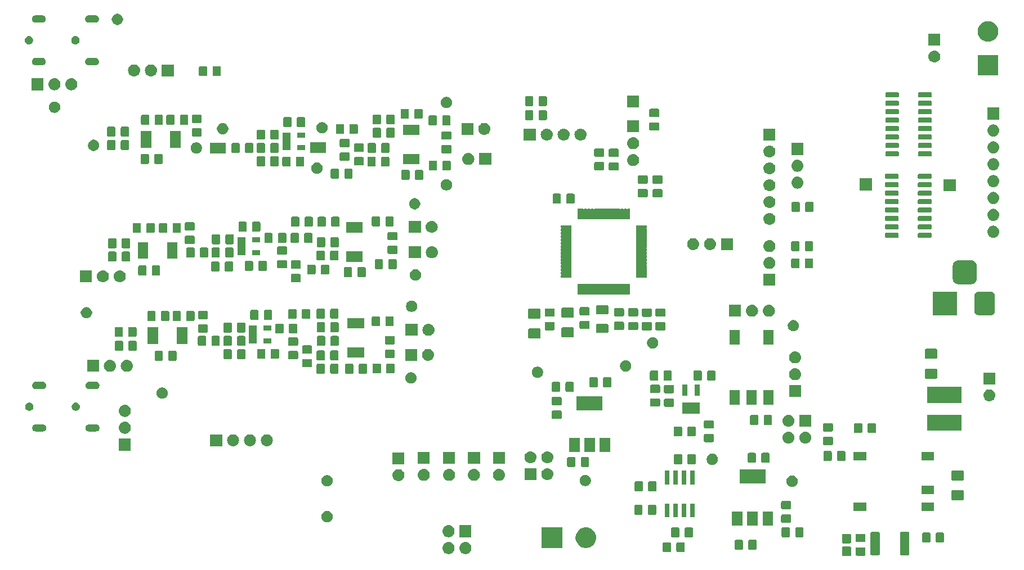
<source format=gbr>
G04 #@! TF.GenerationSoftware,KiCad,Pcbnew,(5.1.4)-1*
G04 #@! TF.CreationDate,2019-11-06T21:27:35+01:00*
G04 #@! TF.ProjectId,HDSEMG,48445345-4d47-42e6-9b69-6361645f7063,rev?*
G04 #@! TF.SameCoordinates,Original*
G04 #@! TF.FileFunction,Soldermask,Top*
G04 #@! TF.FilePolarity,Negative*
%FSLAX46Y46*%
G04 Gerber Fmt 4.6, Leading zero omitted, Abs format (unit mm)*
G04 Created by KiCad (PCBNEW (5.1.4)-1) date 2019-11-06 21:27:35*
%MOMM*%
%LPD*%
G04 APERTURE LIST*
%ADD10C,0.100000*%
G04 APERTURE END LIST*
D10*
G36*
X151575781Y-134125795D02*
G01*
X151611816Y-134136727D01*
X151645024Y-134154477D01*
X151674134Y-134178366D01*
X151698023Y-134207476D01*
X151715773Y-134240684D01*
X151726705Y-134276719D01*
X151731000Y-134320331D01*
X151731000Y-135349669D01*
X151726705Y-135393281D01*
X151715773Y-135429316D01*
X151698023Y-135462524D01*
X151674134Y-135491634D01*
X151645024Y-135515523D01*
X151611816Y-135533273D01*
X151575781Y-135544205D01*
X151532169Y-135548500D01*
X150527831Y-135548500D01*
X150484219Y-135544205D01*
X150448184Y-135533273D01*
X150414976Y-135515523D01*
X150385866Y-135491634D01*
X150361977Y-135462524D01*
X150344227Y-135429316D01*
X150333295Y-135393281D01*
X150329000Y-135349669D01*
X150329000Y-134320331D01*
X150333295Y-134276719D01*
X150344227Y-134240684D01*
X150361977Y-134207476D01*
X150385866Y-134178366D01*
X150414976Y-134154477D01*
X150448184Y-134136727D01*
X150484219Y-134125795D01*
X150527831Y-134121500D01*
X151532169Y-134121500D01*
X151575781Y-134125795D01*
X151575781Y-134125795D01*
G37*
G36*
X153718674Y-134238465D02*
G01*
X153756367Y-134249899D01*
X153791103Y-134268466D01*
X153821548Y-134293452D01*
X153846534Y-134323897D01*
X153865101Y-134358633D01*
X153876535Y-134396326D01*
X153881000Y-134441661D01*
X153881000Y-135278339D01*
X153876535Y-135323674D01*
X153865101Y-135361367D01*
X153846534Y-135396103D01*
X153821548Y-135426548D01*
X153791103Y-135451534D01*
X153756367Y-135470101D01*
X153718674Y-135481535D01*
X153673339Y-135486000D01*
X152586661Y-135486000D01*
X152541326Y-135481535D01*
X152503633Y-135470101D01*
X152468897Y-135451534D01*
X152438452Y-135426548D01*
X152413466Y-135396103D01*
X152394899Y-135361367D01*
X152383465Y-135323674D01*
X152379000Y-135278339D01*
X152379000Y-134441661D01*
X152383465Y-134396326D01*
X152394899Y-134358633D01*
X152413466Y-134323897D01*
X152438452Y-134293452D01*
X152468897Y-134268466D01*
X152503633Y-134249899D01*
X152541326Y-134238465D01*
X152586661Y-134234000D01*
X153673339Y-134234000D01*
X153718674Y-134238465D01*
X153718674Y-134238465D01*
G37*
G36*
X155875781Y-131913295D02*
G01*
X155911816Y-131924227D01*
X155945024Y-131941977D01*
X155974134Y-131965866D01*
X155998023Y-131994976D01*
X156015773Y-132028184D01*
X156026705Y-132064219D01*
X156031000Y-132107831D01*
X156031000Y-135212169D01*
X156026705Y-135255781D01*
X156015773Y-135291816D01*
X155998023Y-135325024D01*
X155974134Y-135354134D01*
X155945024Y-135378023D01*
X155911816Y-135395773D01*
X155875781Y-135406705D01*
X155832169Y-135411000D01*
X154827831Y-135411000D01*
X154784219Y-135406705D01*
X154748184Y-135395773D01*
X154714976Y-135378023D01*
X154685866Y-135354134D01*
X154661977Y-135325024D01*
X154644227Y-135291816D01*
X154633295Y-135255781D01*
X154629000Y-135212169D01*
X154629000Y-132107831D01*
X154633295Y-132064219D01*
X154644227Y-132028184D01*
X154661977Y-131994976D01*
X154685866Y-131965866D01*
X154714976Y-131941977D01*
X154748184Y-131924227D01*
X154784219Y-131913295D01*
X154827831Y-131909000D01*
X155832169Y-131909000D01*
X155875781Y-131913295D01*
X155875781Y-131913295D01*
G37*
G36*
X160325781Y-131913295D02*
G01*
X160361816Y-131924227D01*
X160395024Y-131941977D01*
X160424134Y-131965866D01*
X160448023Y-131994976D01*
X160465773Y-132028184D01*
X160476705Y-132064219D01*
X160481000Y-132107831D01*
X160481000Y-135212169D01*
X160476705Y-135255781D01*
X160465773Y-135291816D01*
X160448023Y-135325024D01*
X160424134Y-135354134D01*
X160395024Y-135378023D01*
X160361816Y-135395773D01*
X160325781Y-135406705D01*
X160282169Y-135411000D01*
X159277831Y-135411000D01*
X159234219Y-135406705D01*
X159198184Y-135395773D01*
X159164976Y-135378023D01*
X159135866Y-135354134D01*
X159111977Y-135325024D01*
X159094227Y-135291816D01*
X159083295Y-135255781D01*
X159079000Y-135212169D01*
X159079000Y-132107831D01*
X159083295Y-132064219D01*
X159094227Y-132028184D01*
X159111977Y-131994976D01*
X159135866Y-131965866D01*
X159164976Y-131941977D01*
X159198184Y-131924227D01*
X159234219Y-131913295D01*
X159277831Y-131909000D01*
X160282169Y-131909000D01*
X160325781Y-131913295D01*
X160325781Y-131913295D01*
G37*
G36*
X93810442Y-133445518D02*
G01*
X93876627Y-133452037D01*
X94046466Y-133503557D01*
X94046468Y-133503558D01*
X94060391Y-133511000D01*
X94202991Y-133587222D01*
X94238729Y-133616552D01*
X94340186Y-133699814D01*
X94423448Y-133801271D01*
X94452778Y-133837009D01*
X94536443Y-133993534D01*
X94587963Y-134163373D01*
X94605359Y-134340000D01*
X94587963Y-134516627D01*
X94536443Y-134686466D01*
X94452778Y-134842991D01*
X94429707Y-134871103D01*
X94340186Y-134980186D01*
X94238729Y-135063448D01*
X94202991Y-135092778D01*
X94046466Y-135176443D01*
X93876627Y-135227963D01*
X93810442Y-135234482D01*
X93744260Y-135241000D01*
X93655740Y-135241000D01*
X93589558Y-135234482D01*
X93523373Y-135227963D01*
X93353534Y-135176443D01*
X93197009Y-135092778D01*
X93161271Y-135063448D01*
X93059814Y-134980186D01*
X92970293Y-134871103D01*
X92947222Y-134842991D01*
X92863557Y-134686466D01*
X92812037Y-134516627D01*
X92794641Y-134340000D01*
X92812037Y-134163373D01*
X92863557Y-133993534D01*
X92947222Y-133837009D01*
X92976552Y-133801271D01*
X93059814Y-133699814D01*
X93161271Y-133616552D01*
X93197009Y-133587222D01*
X93339609Y-133511000D01*
X93353532Y-133503558D01*
X93353534Y-133503557D01*
X93523373Y-133452037D01*
X93589558Y-133445518D01*
X93655740Y-133439000D01*
X93744260Y-133439000D01*
X93810442Y-133445518D01*
X93810442Y-133445518D01*
G37*
G36*
X91270442Y-133445518D02*
G01*
X91336627Y-133452037D01*
X91506466Y-133503557D01*
X91506468Y-133503558D01*
X91520391Y-133511000D01*
X91662991Y-133587222D01*
X91698729Y-133616552D01*
X91800186Y-133699814D01*
X91883448Y-133801271D01*
X91912778Y-133837009D01*
X91996443Y-133993534D01*
X92047963Y-134163373D01*
X92065359Y-134340000D01*
X92047963Y-134516627D01*
X91996443Y-134686466D01*
X91912778Y-134842991D01*
X91889707Y-134871103D01*
X91800186Y-134980186D01*
X91698729Y-135063448D01*
X91662991Y-135092778D01*
X91506466Y-135176443D01*
X91336627Y-135227963D01*
X91270442Y-135234482D01*
X91204260Y-135241000D01*
X91115740Y-135241000D01*
X91049558Y-135234482D01*
X90983373Y-135227963D01*
X90813534Y-135176443D01*
X90657009Y-135092778D01*
X90621271Y-135063448D01*
X90519814Y-134980186D01*
X90430293Y-134871103D01*
X90407222Y-134842991D01*
X90323557Y-134686466D01*
X90272037Y-134516627D01*
X90254641Y-134340000D01*
X90272037Y-134163373D01*
X90323557Y-133993534D01*
X90407222Y-133837009D01*
X90436552Y-133801271D01*
X90519814Y-133699814D01*
X90621271Y-133616552D01*
X90657009Y-133587222D01*
X90799609Y-133511000D01*
X90813532Y-133503558D01*
X90813534Y-133503557D01*
X90983373Y-133452037D01*
X91049558Y-133445518D01*
X91115740Y-133439000D01*
X91204260Y-133439000D01*
X91270442Y-133445518D01*
X91270442Y-133445518D01*
G37*
G36*
X126523674Y-133463465D02*
G01*
X126561367Y-133474899D01*
X126596103Y-133493466D01*
X126626548Y-133518452D01*
X126651534Y-133548897D01*
X126670101Y-133583633D01*
X126681535Y-133621326D01*
X126686000Y-133666661D01*
X126686000Y-134753339D01*
X126681535Y-134798674D01*
X126670101Y-134836367D01*
X126651534Y-134871103D01*
X126626548Y-134901548D01*
X126596103Y-134926534D01*
X126561367Y-134945101D01*
X126523674Y-134956535D01*
X126478339Y-134961000D01*
X125641661Y-134961000D01*
X125596326Y-134956535D01*
X125558633Y-134945101D01*
X125523897Y-134926534D01*
X125493452Y-134901548D01*
X125468466Y-134871103D01*
X125449899Y-134836367D01*
X125438465Y-134798674D01*
X125434000Y-134753339D01*
X125434000Y-133666661D01*
X125438465Y-133621326D01*
X125449899Y-133583633D01*
X125468466Y-133548897D01*
X125493452Y-133518452D01*
X125523897Y-133493466D01*
X125558633Y-133474899D01*
X125596326Y-133463465D01*
X125641661Y-133459000D01*
X126478339Y-133459000D01*
X126523674Y-133463465D01*
X126523674Y-133463465D01*
G37*
G36*
X124473674Y-133463465D02*
G01*
X124511367Y-133474899D01*
X124546103Y-133493466D01*
X124576548Y-133518452D01*
X124601534Y-133548897D01*
X124620101Y-133583633D01*
X124631535Y-133621326D01*
X124636000Y-133666661D01*
X124636000Y-134753339D01*
X124631535Y-134798674D01*
X124620101Y-134836367D01*
X124601534Y-134871103D01*
X124576548Y-134901548D01*
X124546103Y-134926534D01*
X124511367Y-134945101D01*
X124473674Y-134956535D01*
X124428339Y-134961000D01*
X123591661Y-134961000D01*
X123546326Y-134956535D01*
X123508633Y-134945101D01*
X123473897Y-134926534D01*
X123443452Y-134901548D01*
X123418466Y-134871103D01*
X123399899Y-134836367D01*
X123388465Y-134798674D01*
X123384000Y-134753339D01*
X123384000Y-133666661D01*
X123388465Y-133621326D01*
X123399899Y-133583633D01*
X123418466Y-133548897D01*
X123443452Y-133518452D01*
X123473897Y-133493466D01*
X123508633Y-133474899D01*
X123546326Y-133463465D01*
X123591661Y-133459000D01*
X124428339Y-133459000D01*
X124473674Y-133463465D01*
X124473674Y-133463465D01*
G37*
G36*
X137343674Y-133093465D02*
G01*
X137381367Y-133104899D01*
X137416103Y-133123466D01*
X137446548Y-133148452D01*
X137471534Y-133178897D01*
X137490101Y-133213633D01*
X137501535Y-133251326D01*
X137506000Y-133296661D01*
X137506000Y-134383339D01*
X137501535Y-134428674D01*
X137490101Y-134466367D01*
X137471534Y-134501103D01*
X137446548Y-134531548D01*
X137416103Y-134556534D01*
X137381367Y-134575101D01*
X137343674Y-134586535D01*
X137298339Y-134591000D01*
X136461661Y-134591000D01*
X136416326Y-134586535D01*
X136378633Y-134575101D01*
X136343897Y-134556534D01*
X136313452Y-134531548D01*
X136288466Y-134501103D01*
X136269899Y-134466367D01*
X136258465Y-134428674D01*
X136254000Y-134383339D01*
X136254000Y-133296661D01*
X136258465Y-133251326D01*
X136269899Y-133213633D01*
X136288466Y-133178897D01*
X136313452Y-133148452D01*
X136343897Y-133123466D01*
X136378633Y-133104899D01*
X136416326Y-133093465D01*
X136461661Y-133089000D01*
X137298339Y-133089000D01*
X137343674Y-133093465D01*
X137343674Y-133093465D01*
G37*
G36*
X135293674Y-133093465D02*
G01*
X135331367Y-133104899D01*
X135366103Y-133123466D01*
X135396548Y-133148452D01*
X135421534Y-133178897D01*
X135440101Y-133213633D01*
X135451535Y-133251326D01*
X135456000Y-133296661D01*
X135456000Y-134383339D01*
X135451535Y-134428674D01*
X135440101Y-134466367D01*
X135421534Y-134501103D01*
X135396548Y-134531548D01*
X135366103Y-134556534D01*
X135331367Y-134575101D01*
X135293674Y-134586535D01*
X135248339Y-134591000D01*
X134411661Y-134591000D01*
X134366326Y-134586535D01*
X134328633Y-134575101D01*
X134293897Y-134556534D01*
X134263452Y-134531548D01*
X134238466Y-134501103D01*
X134219899Y-134466367D01*
X134208465Y-134428674D01*
X134204000Y-134383339D01*
X134204000Y-133296661D01*
X134208465Y-133251326D01*
X134219899Y-133213633D01*
X134238466Y-133178897D01*
X134263452Y-133148452D01*
X134293897Y-133123466D01*
X134328633Y-133104899D01*
X134366326Y-133093465D01*
X134411661Y-133089000D01*
X135248339Y-133089000D01*
X135293674Y-133093465D01*
X135293674Y-133093465D01*
G37*
G36*
X108301000Y-134311000D02*
G01*
X105199000Y-134311000D01*
X105199000Y-131209000D01*
X108301000Y-131209000D01*
X108301000Y-134311000D01*
X108301000Y-134311000D01*
G37*
G36*
X112062690Y-131224899D02*
G01*
X112282410Y-131268604D01*
X112564674Y-131385521D01*
X112818705Y-131555259D01*
X113034741Y-131771295D01*
X113204479Y-132025326D01*
X113310993Y-132282476D01*
X113321396Y-132307591D01*
X113358063Y-132491925D01*
X113381000Y-132607240D01*
X113381000Y-132912760D01*
X113321396Y-133212410D01*
X113204479Y-133494674D01*
X113034741Y-133748705D01*
X112818705Y-133964741D01*
X112564674Y-134134479D01*
X112282410Y-134251396D01*
X112196593Y-134268466D01*
X111982761Y-134311000D01*
X111677239Y-134311000D01*
X111463407Y-134268466D01*
X111377590Y-134251396D01*
X111095326Y-134134479D01*
X110841295Y-133964741D01*
X110625259Y-133748705D01*
X110455521Y-133494674D01*
X110338604Y-133212410D01*
X110279000Y-132912760D01*
X110279000Y-132607240D01*
X110301938Y-132491925D01*
X110338604Y-132307591D01*
X110349007Y-132282476D01*
X110455521Y-132025326D01*
X110625259Y-131771295D01*
X110841295Y-131555259D01*
X111095326Y-131385521D01*
X111377590Y-131268604D01*
X111597310Y-131224899D01*
X111677239Y-131209000D01*
X111982761Y-131209000D01*
X112062690Y-131224899D01*
X112062690Y-131224899D01*
G37*
G36*
X151575781Y-132200795D02*
G01*
X151611816Y-132211727D01*
X151645024Y-132229477D01*
X151674134Y-132253366D01*
X151698023Y-132282476D01*
X151715773Y-132315684D01*
X151726705Y-132351719D01*
X151731000Y-132395331D01*
X151731000Y-133424669D01*
X151726705Y-133468281D01*
X151715773Y-133504316D01*
X151698023Y-133537524D01*
X151674134Y-133566634D01*
X151645024Y-133590523D01*
X151611816Y-133608273D01*
X151575781Y-133619205D01*
X151532169Y-133623500D01*
X150527831Y-133623500D01*
X150484219Y-133619205D01*
X150448184Y-133608273D01*
X150414976Y-133590523D01*
X150385866Y-133566634D01*
X150361977Y-133537524D01*
X150344227Y-133504316D01*
X150333295Y-133468281D01*
X150329000Y-133424669D01*
X150329000Y-132395331D01*
X150333295Y-132351719D01*
X150344227Y-132315684D01*
X150361977Y-132282476D01*
X150385866Y-132253366D01*
X150414976Y-132229477D01*
X150448184Y-132211727D01*
X150484219Y-132200795D01*
X150527831Y-132196500D01*
X151532169Y-132196500D01*
X151575781Y-132200795D01*
X151575781Y-132200795D01*
G37*
G36*
X165543674Y-132013465D02*
G01*
X165581367Y-132024899D01*
X165616103Y-132043466D01*
X165646548Y-132068452D01*
X165671534Y-132098897D01*
X165690101Y-132133633D01*
X165701535Y-132171326D01*
X165706000Y-132216661D01*
X165706000Y-133303339D01*
X165701535Y-133348674D01*
X165690101Y-133386367D01*
X165671534Y-133421103D01*
X165646548Y-133451548D01*
X165616103Y-133476534D01*
X165581367Y-133495101D01*
X165543674Y-133506535D01*
X165498339Y-133511000D01*
X164661661Y-133511000D01*
X164616326Y-133506535D01*
X164578633Y-133495101D01*
X164543897Y-133476534D01*
X164513452Y-133451548D01*
X164488466Y-133421103D01*
X164469899Y-133386367D01*
X164458465Y-133348674D01*
X164454000Y-133303339D01*
X164454000Y-132216661D01*
X164458465Y-132171326D01*
X164469899Y-132133633D01*
X164488466Y-132098897D01*
X164513452Y-132068452D01*
X164543897Y-132043466D01*
X164578633Y-132024899D01*
X164616326Y-132013465D01*
X164661661Y-132009000D01*
X165498339Y-132009000D01*
X165543674Y-132013465D01*
X165543674Y-132013465D01*
G37*
G36*
X163493674Y-132013465D02*
G01*
X163531367Y-132024899D01*
X163566103Y-132043466D01*
X163596548Y-132068452D01*
X163621534Y-132098897D01*
X163640101Y-132133633D01*
X163651535Y-132171326D01*
X163656000Y-132216661D01*
X163656000Y-133303339D01*
X163651535Y-133348674D01*
X163640101Y-133386367D01*
X163621534Y-133421103D01*
X163596548Y-133451548D01*
X163566103Y-133476534D01*
X163531367Y-133495101D01*
X163493674Y-133506535D01*
X163448339Y-133511000D01*
X162611661Y-133511000D01*
X162566326Y-133506535D01*
X162528633Y-133495101D01*
X162493897Y-133476534D01*
X162463452Y-133451548D01*
X162438466Y-133421103D01*
X162419899Y-133386367D01*
X162408465Y-133348674D01*
X162404000Y-133303339D01*
X162404000Y-132216661D01*
X162408465Y-132171326D01*
X162419899Y-132133633D01*
X162438466Y-132098897D01*
X162463452Y-132068452D01*
X162493897Y-132043466D01*
X162528633Y-132024899D01*
X162566326Y-132013465D01*
X162611661Y-132009000D01*
X163448339Y-132009000D01*
X163493674Y-132013465D01*
X163493674Y-132013465D01*
G37*
G36*
X153718674Y-132188465D02*
G01*
X153756367Y-132199899D01*
X153791103Y-132218466D01*
X153821548Y-132243452D01*
X153846534Y-132273897D01*
X153865101Y-132308633D01*
X153876535Y-132346326D01*
X153881000Y-132391661D01*
X153881000Y-133228339D01*
X153876535Y-133273674D01*
X153865101Y-133311367D01*
X153846534Y-133346103D01*
X153821548Y-133376548D01*
X153791103Y-133401534D01*
X153756367Y-133420101D01*
X153718674Y-133431535D01*
X153673339Y-133436000D01*
X152586661Y-133436000D01*
X152541326Y-133431535D01*
X152503633Y-133420101D01*
X152468897Y-133401534D01*
X152438452Y-133376548D01*
X152413466Y-133346103D01*
X152394899Y-133311367D01*
X152383465Y-133273674D01*
X152379000Y-133228339D01*
X152379000Y-132391661D01*
X152383465Y-132346326D01*
X152394899Y-132308633D01*
X152413466Y-132273897D01*
X152438452Y-132243452D01*
X152468897Y-132218466D01*
X152503633Y-132199899D01*
X152541326Y-132188465D01*
X152586661Y-132184000D01*
X153673339Y-132184000D01*
X153718674Y-132188465D01*
X153718674Y-132188465D01*
G37*
G36*
X127768674Y-131243465D02*
G01*
X127806367Y-131254899D01*
X127841103Y-131273466D01*
X127871548Y-131298452D01*
X127896534Y-131328897D01*
X127915101Y-131363633D01*
X127926535Y-131401326D01*
X127931000Y-131446661D01*
X127931000Y-132533339D01*
X127926535Y-132578674D01*
X127915101Y-132616367D01*
X127896534Y-132651103D01*
X127871548Y-132681548D01*
X127841103Y-132706534D01*
X127806367Y-132725101D01*
X127768674Y-132736535D01*
X127723339Y-132741000D01*
X126886661Y-132741000D01*
X126841326Y-132736535D01*
X126803633Y-132725101D01*
X126768897Y-132706534D01*
X126738452Y-132681548D01*
X126713466Y-132651103D01*
X126694899Y-132616367D01*
X126683465Y-132578674D01*
X126679000Y-132533339D01*
X126679000Y-131446661D01*
X126683465Y-131401326D01*
X126694899Y-131363633D01*
X126713466Y-131328897D01*
X126738452Y-131298452D01*
X126768897Y-131273466D01*
X126803633Y-131254899D01*
X126841326Y-131243465D01*
X126886661Y-131239000D01*
X127723339Y-131239000D01*
X127768674Y-131243465D01*
X127768674Y-131243465D01*
G37*
G36*
X125718674Y-131243465D02*
G01*
X125756367Y-131254899D01*
X125791103Y-131273466D01*
X125821548Y-131298452D01*
X125846534Y-131328897D01*
X125865101Y-131363633D01*
X125876535Y-131401326D01*
X125881000Y-131446661D01*
X125881000Y-132533339D01*
X125876535Y-132578674D01*
X125865101Y-132616367D01*
X125846534Y-132651103D01*
X125821548Y-132681548D01*
X125791103Y-132706534D01*
X125756367Y-132725101D01*
X125718674Y-132736535D01*
X125673339Y-132741000D01*
X124836661Y-132741000D01*
X124791326Y-132736535D01*
X124753633Y-132725101D01*
X124718897Y-132706534D01*
X124688452Y-132681548D01*
X124663466Y-132651103D01*
X124644899Y-132616367D01*
X124633465Y-132578674D01*
X124629000Y-132533339D01*
X124629000Y-131446661D01*
X124633465Y-131401326D01*
X124644899Y-131363633D01*
X124663466Y-131328897D01*
X124688452Y-131298452D01*
X124718897Y-131273466D01*
X124753633Y-131254899D01*
X124791326Y-131243465D01*
X124836661Y-131239000D01*
X125673339Y-131239000D01*
X125718674Y-131243465D01*
X125718674Y-131243465D01*
G37*
G36*
X144393674Y-131213465D02*
G01*
X144431367Y-131224899D01*
X144466103Y-131243466D01*
X144496548Y-131268452D01*
X144521534Y-131298897D01*
X144540101Y-131333633D01*
X144551535Y-131371326D01*
X144556000Y-131416661D01*
X144556000Y-132503339D01*
X144551535Y-132548674D01*
X144540101Y-132586367D01*
X144521534Y-132621103D01*
X144496548Y-132651548D01*
X144466103Y-132676534D01*
X144431367Y-132695101D01*
X144393674Y-132706535D01*
X144348339Y-132711000D01*
X143511661Y-132711000D01*
X143466326Y-132706535D01*
X143428633Y-132695101D01*
X143393897Y-132676534D01*
X143363452Y-132651548D01*
X143338466Y-132621103D01*
X143319899Y-132586367D01*
X143308465Y-132548674D01*
X143304000Y-132503339D01*
X143304000Y-131416661D01*
X143308465Y-131371326D01*
X143319899Y-131333633D01*
X143338466Y-131298897D01*
X143363452Y-131268452D01*
X143393897Y-131243466D01*
X143428633Y-131224899D01*
X143466326Y-131213465D01*
X143511661Y-131209000D01*
X144348339Y-131209000D01*
X144393674Y-131213465D01*
X144393674Y-131213465D01*
G37*
G36*
X142343674Y-131213465D02*
G01*
X142381367Y-131224899D01*
X142416103Y-131243466D01*
X142446548Y-131268452D01*
X142471534Y-131298897D01*
X142490101Y-131333633D01*
X142501535Y-131371326D01*
X142506000Y-131416661D01*
X142506000Y-132503339D01*
X142501535Y-132548674D01*
X142490101Y-132586367D01*
X142471534Y-132621103D01*
X142446548Y-132651548D01*
X142416103Y-132676534D01*
X142381367Y-132695101D01*
X142343674Y-132706535D01*
X142298339Y-132711000D01*
X141461661Y-132711000D01*
X141416326Y-132706535D01*
X141378633Y-132695101D01*
X141343897Y-132676534D01*
X141313452Y-132651548D01*
X141288466Y-132621103D01*
X141269899Y-132586367D01*
X141258465Y-132548674D01*
X141254000Y-132503339D01*
X141254000Y-131416661D01*
X141258465Y-131371326D01*
X141269899Y-131333633D01*
X141288466Y-131298897D01*
X141313452Y-131268452D01*
X141343897Y-131243466D01*
X141378633Y-131224899D01*
X141416326Y-131213465D01*
X141461661Y-131209000D01*
X142298339Y-131209000D01*
X142343674Y-131213465D01*
X142343674Y-131213465D01*
G37*
G36*
X94601000Y-132701000D02*
G01*
X92799000Y-132701000D01*
X92799000Y-130899000D01*
X94601000Y-130899000D01*
X94601000Y-132701000D01*
X94601000Y-132701000D01*
G37*
G36*
X91270443Y-130905519D02*
G01*
X91336627Y-130912037D01*
X91506466Y-130963557D01*
X91662991Y-131047222D01*
X91698729Y-131076552D01*
X91800186Y-131159814D01*
X91868836Y-131243466D01*
X91912778Y-131297009D01*
X91996443Y-131453534D01*
X92047963Y-131623373D01*
X92065359Y-131800000D01*
X92047963Y-131976627D01*
X91996443Y-132146466D01*
X91912778Y-132302991D01*
X91902361Y-132315684D01*
X91800186Y-132440186D01*
X91700585Y-132521925D01*
X91662991Y-132552778D01*
X91662989Y-132552779D01*
X91516122Y-132631282D01*
X91506466Y-132636443D01*
X91336627Y-132687963D01*
X91270442Y-132694482D01*
X91204260Y-132701000D01*
X91115740Y-132701000D01*
X91049558Y-132694482D01*
X90983373Y-132687963D01*
X90813534Y-132636443D01*
X90803879Y-132631282D01*
X90657011Y-132552779D01*
X90657009Y-132552778D01*
X90619415Y-132521925D01*
X90519814Y-132440186D01*
X90417639Y-132315684D01*
X90407222Y-132302991D01*
X90323557Y-132146466D01*
X90272037Y-131976627D01*
X90254641Y-131800000D01*
X90272037Y-131623373D01*
X90323557Y-131453534D01*
X90407222Y-131297009D01*
X90451164Y-131243466D01*
X90519814Y-131159814D01*
X90621271Y-131076552D01*
X90657009Y-131047222D01*
X90813534Y-130963557D01*
X90983373Y-130912037D01*
X91049557Y-130905519D01*
X91115740Y-130899000D01*
X91204260Y-130899000D01*
X91270443Y-130905519D01*
X91270443Y-130905519D01*
G37*
G36*
X139991000Y-130921000D02*
G01*
X138389000Y-130921000D01*
X138389000Y-128819000D01*
X139991000Y-128819000D01*
X139991000Y-130921000D01*
X139991000Y-130921000D01*
G37*
G36*
X137691000Y-130921000D02*
G01*
X136089000Y-130921000D01*
X136089000Y-128819000D01*
X137691000Y-128819000D01*
X137691000Y-130921000D01*
X137691000Y-130921000D01*
G37*
G36*
X135391000Y-130921000D02*
G01*
X133789000Y-130921000D01*
X133789000Y-128819000D01*
X135391000Y-128819000D01*
X135391000Y-130921000D01*
X135391000Y-130921000D01*
G37*
G36*
X142518674Y-129288465D02*
G01*
X142556367Y-129299899D01*
X142591103Y-129318466D01*
X142621548Y-129343452D01*
X142646534Y-129373897D01*
X142665101Y-129408633D01*
X142676535Y-129446326D01*
X142681000Y-129491661D01*
X142681000Y-130328339D01*
X142676535Y-130373674D01*
X142665101Y-130411367D01*
X142646534Y-130446103D01*
X142621548Y-130476548D01*
X142591103Y-130501534D01*
X142556367Y-130520101D01*
X142518674Y-130531535D01*
X142473339Y-130536000D01*
X141386661Y-130536000D01*
X141341326Y-130531535D01*
X141303633Y-130520101D01*
X141268897Y-130501534D01*
X141238452Y-130476548D01*
X141213466Y-130446103D01*
X141194899Y-130411367D01*
X141183465Y-130373674D01*
X141179000Y-130328339D01*
X141179000Y-129491661D01*
X141183465Y-129446326D01*
X141194899Y-129408633D01*
X141213466Y-129373897D01*
X141238452Y-129343452D01*
X141268897Y-129318466D01*
X141303633Y-129299899D01*
X141341326Y-129288465D01*
X141386661Y-129284000D01*
X142473339Y-129284000D01*
X142518674Y-129288465D01*
X142518674Y-129288465D01*
G37*
G36*
X73148228Y-128781703D02*
G01*
X73303100Y-128845853D01*
X73442481Y-128938985D01*
X73561015Y-129057519D01*
X73654147Y-129196900D01*
X73718297Y-129351772D01*
X73751000Y-129516184D01*
X73751000Y-129683816D01*
X73718297Y-129848228D01*
X73654147Y-130003100D01*
X73561015Y-130142481D01*
X73442481Y-130261015D01*
X73303100Y-130354147D01*
X73148228Y-130418297D01*
X72983816Y-130451000D01*
X72816184Y-130451000D01*
X72651772Y-130418297D01*
X72496900Y-130354147D01*
X72357519Y-130261015D01*
X72238985Y-130142481D01*
X72145853Y-130003100D01*
X72081703Y-129848228D01*
X72049000Y-129683816D01*
X72049000Y-129516184D01*
X72081703Y-129351772D01*
X72145853Y-129196900D01*
X72238985Y-129057519D01*
X72357519Y-128938985D01*
X72496900Y-128845853D01*
X72651772Y-128781703D01*
X72816184Y-128749000D01*
X72983816Y-128749000D01*
X73148228Y-128781703D01*
X73148228Y-128781703D01*
G37*
G36*
X124391000Y-129691000D02*
G01*
X123699000Y-129691000D01*
X123699000Y-127619000D01*
X124391000Y-127619000D01*
X124391000Y-129691000D01*
X124391000Y-129691000D01*
G37*
G36*
X128201000Y-129691000D02*
G01*
X127509000Y-129691000D01*
X127509000Y-127619000D01*
X128201000Y-127619000D01*
X128201000Y-129691000D01*
X128201000Y-129691000D01*
G37*
G36*
X126931000Y-129691000D02*
G01*
X126239000Y-129691000D01*
X126239000Y-127619000D01*
X126931000Y-127619000D01*
X126931000Y-129691000D01*
X126931000Y-129691000D01*
G37*
G36*
X125661000Y-129691000D02*
G01*
X124969000Y-129691000D01*
X124969000Y-127619000D01*
X125661000Y-127619000D01*
X125661000Y-129691000D01*
X125661000Y-129691000D01*
G37*
G36*
X122231174Y-127833465D02*
G01*
X122268867Y-127844899D01*
X122303603Y-127863466D01*
X122334048Y-127888452D01*
X122359034Y-127918897D01*
X122377601Y-127953633D01*
X122389035Y-127991326D01*
X122393500Y-128036661D01*
X122393500Y-129123339D01*
X122389035Y-129168674D01*
X122377601Y-129206367D01*
X122359034Y-129241103D01*
X122334048Y-129271548D01*
X122303603Y-129296534D01*
X122268867Y-129315101D01*
X122231174Y-129326535D01*
X122185839Y-129331000D01*
X121349161Y-129331000D01*
X121303826Y-129326535D01*
X121266133Y-129315101D01*
X121231397Y-129296534D01*
X121200952Y-129271548D01*
X121175966Y-129241103D01*
X121157399Y-129206367D01*
X121145965Y-129168674D01*
X121141500Y-129123339D01*
X121141500Y-128036661D01*
X121145965Y-127991326D01*
X121157399Y-127953633D01*
X121175966Y-127918897D01*
X121200952Y-127888452D01*
X121231397Y-127863466D01*
X121266133Y-127844899D01*
X121303826Y-127833465D01*
X121349161Y-127829000D01*
X122185839Y-127829000D01*
X122231174Y-127833465D01*
X122231174Y-127833465D01*
G37*
G36*
X120181174Y-127833465D02*
G01*
X120218867Y-127844899D01*
X120253603Y-127863466D01*
X120284048Y-127888452D01*
X120309034Y-127918897D01*
X120327601Y-127953633D01*
X120339035Y-127991326D01*
X120343500Y-128036661D01*
X120343500Y-129123339D01*
X120339035Y-129168674D01*
X120327601Y-129206367D01*
X120309034Y-129241103D01*
X120284048Y-129271548D01*
X120253603Y-129296534D01*
X120218867Y-129315101D01*
X120181174Y-129326535D01*
X120135839Y-129331000D01*
X119299161Y-129331000D01*
X119253826Y-129326535D01*
X119216133Y-129315101D01*
X119181397Y-129296534D01*
X119150952Y-129271548D01*
X119125966Y-129241103D01*
X119107399Y-129206367D01*
X119095965Y-129168674D01*
X119091500Y-129123339D01*
X119091500Y-128036661D01*
X119095965Y-127991326D01*
X119107399Y-127953633D01*
X119125966Y-127918897D01*
X119150952Y-127888452D01*
X119181397Y-127863466D01*
X119216133Y-127844899D01*
X119253826Y-127833465D01*
X119299161Y-127829000D01*
X120135839Y-127829000D01*
X120181174Y-127833465D01*
X120181174Y-127833465D01*
G37*
G36*
X164181000Y-128751000D02*
G01*
X162279000Y-128751000D01*
X162279000Y-127449000D01*
X164181000Y-127449000D01*
X164181000Y-128751000D01*
X164181000Y-128751000D01*
G37*
G36*
X153981000Y-128751000D02*
G01*
X152079000Y-128751000D01*
X152079000Y-127449000D01*
X153981000Y-127449000D01*
X153981000Y-128751000D01*
X153981000Y-128751000D01*
G37*
G36*
X142518674Y-127238465D02*
G01*
X142556367Y-127249899D01*
X142591103Y-127268466D01*
X142621548Y-127293452D01*
X142646534Y-127323897D01*
X142665101Y-127358633D01*
X142676535Y-127396326D01*
X142681000Y-127441661D01*
X142681000Y-128278339D01*
X142676535Y-128323674D01*
X142665101Y-128361367D01*
X142646534Y-128396103D01*
X142621548Y-128426548D01*
X142591103Y-128451534D01*
X142556367Y-128470101D01*
X142518674Y-128481535D01*
X142473339Y-128486000D01*
X141386661Y-128486000D01*
X141341326Y-128481535D01*
X141303633Y-128470101D01*
X141268897Y-128451534D01*
X141238452Y-128426548D01*
X141213466Y-128396103D01*
X141194899Y-128361367D01*
X141183465Y-128323674D01*
X141179000Y-128278339D01*
X141179000Y-127441661D01*
X141183465Y-127396326D01*
X141194899Y-127358633D01*
X141213466Y-127323897D01*
X141238452Y-127293452D01*
X141268897Y-127268466D01*
X141303633Y-127249899D01*
X141341326Y-127238465D01*
X141386661Y-127234000D01*
X142473339Y-127234000D01*
X142518674Y-127238465D01*
X142518674Y-127238465D01*
G37*
G36*
X168505562Y-125600681D02*
G01*
X168540481Y-125611274D01*
X168572663Y-125628476D01*
X168600873Y-125651627D01*
X168624024Y-125679837D01*
X168641226Y-125712019D01*
X168651819Y-125746938D01*
X168656000Y-125789395D01*
X168656000Y-126930605D01*
X168651819Y-126973062D01*
X168641226Y-127007981D01*
X168624024Y-127040163D01*
X168600873Y-127068373D01*
X168572663Y-127091524D01*
X168540481Y-127108726D01*
X168505562Y-127119319D01*
X168463105Y-127123500D01*
X166996895Y-127123500D01*
X166954438Y-127119319D01*
X166919519Y-127108726D01*
X166887337Y-127091524D01*
X166859127Y-127068373D01*
X166835976Y-127040163D01*
X166818774Y-127007981D01*
X166808181Y-126973062D01*
X166804000Y-126930605D01*
X166804000Y-125789395D01*
X166808181Y-125746938D01*
X166818774Y-125712019D01*
X166835976Y-125679837D01*
X166859127Y-125651627D01*
X166887337Y-125628476D01*
X166919519Y-125611274D01*
X166954438Y-125600681D01*
X166996895Y-125596500D01*
X168463105Y-125596500D01*
X168505562Y-125600681D01*
X168505562Y-125600681D01*
G37*
G36*
X164181000Y-126211000D02*
G01*
X162279000Y-126211000D01*
X162279000Y-124909000D01*
X164181000Y-124909000D01*
X164181000Y-126211000D01*
X164181000Y-126211000D01*
G37*
G36*
X122283674Y-124293465D02*
G01*
X122321367Y-124304899D01*
X122356103Y-124323466D01*
X122386548Y-124348452D01*
X122411534Y-124378897D01*
X122430101Y-124413633D01*
X122441535Y-124451326D01*
X122446000Y-124496661D01*
X122446000Y-125583339D01*
X122441535Y-125628674D01*
X122430101Y-125666367D01*
X122411534Y-125701103D01*
X122386548Y-125731548D01*
X122356103Y-125756534D01*
X122321367Y-125775101D01*
X122283674Y-125786535D01*
X122238339Y-125791000D01*
X121401661Y-125791000D01*
X121356326Y-125786535D01*
X121318633Y-125775101D01*
X121283897Y-125756534D01*
X121253452Y-125731548D01*
X121228466Y-125701103D01*
X121209899Y-125666367D01*
X121198465Y-125628674D01*
X121194000Y-125583339D01*
X121194000Y-124496661D01*
X121198465Y-124451326D01*
X121209899Y-124413633D01*
X121228466Y-124378897D01*
X121253452Y-124348452D01*
X121283897Y-124323466D01*
X121318633Y-124304899D01*
X121356326Y-124293465D01*
X121401661Y-124289000D01*
X122238339Y-124289000D01*
X122283674Y-124293465D01*
X122283674Y-124293465D01*
G37*
G36*
X120233674Y-124293465D02*
G01*
X120271367Y-124304899D01*
X120306103Y-124323466D01*
X120336548Y-124348452D01*
X120361534Y-124378897D01*
X120380101Y-124413633D01*
X120391535Y-124451326D01*
X120396000Y-124496661D01*
X120396000Y-125583339D01*
X120391535Y-125628674D01*
X120380101Y-125666367D01*
X120361534Y-125701103D01*
X120336548Y-125731548D01*
X120306103Y-125756534D01*
X120271367Y-125775101D01*
X120233674Y-125786535D01*
X120188339Y-125791000D01*
X119351661Y-125791000D01*
X119306326Y-125786535D01*
X119268633Y-125775101D01*
X119233897Y-125756534D01*
X119203452Y-125731548D01*
X119178466Y-125701103D01*
X119159899Y-125666367D01*
X119148465Y-125628674D01*
X119144000Y-125583339D01*
X119144000Y-124496661D01*
X119148465Y-124451326D01*
X119159899Y-124413633D01*
X119178466Y-124378897D01*
X119203452Y-124348452D01*
X119233897Y-124323466D01*
X119268633Y-124304899D01*
X119306326Y-124293465D01*
X119351661Y-124289000D01*
X120188339Y-124289000D01*
X120233674Y-124293465D01*
X120233674Y-124293465D01*
G37*
G36*
X143078228Y-123441703D02*
G01*
X143233100Y-123505853D01*
X143372481Y-123598985D01*
X143491015Y-123717519D01*
X143584147Y-123856900D01*
X143648297Y-124011772D01*
X143681000Y-124176184D01*
X143681000Y-124343816D01*
X143648297Y-124508228D01*
X143584147Y-124663100D01*
X143491015Y-124802481D01*
X143372481Y-124921015D01*
X143233100Y-125014147D01*
X143078228Y-125078297D01*
X142913816Y-125111000D01*
X142746184Y-125111000D01*
X142581772Y-125078297D01*
X142426900Y-125014147D01*
X142287519Y-124921015D01*
X142168985Y-124802481D01*
X142075853Y-124663100D01*
X142011703Y-124508228D01*
X141979000Y-124343816D01*
X141979000Y-124176184D01*
X142011703Y-124011772D01*
X142075853Y-123856900D01*
X142168985Y-123717519D01*
X142287519Y-123598985D01*
X142426900Y-123505853D01*
X142581772Y-123441703D01*
X142746184Y-123409000D01*
X142913816Y-123409000D01*
X143078228Y-123441703D01*
X143078228Y-123441703D01*
G37*
G36*
X73148228Y-123381703D02*
G01*
X73303100Y-123445853D01*
X73442481Y-123538985D01*
X73561015Y-123657519D01*
X73654147Y-123796900D01*
X73718297Y-123951772D01*
X73751000Y-124116184D01*
X73751000Y-124283816D01*
X73718297Y-124448228D01*
X73654147Y-124603100D01*
X73561015Y-124742481D01*
X73442481Y-124861015D01*
X73303100Y-124954147D01*
X73148228Y-125018297D01*
X72983816Y-125051000D01*
X72816184Y-125051000D01*
X72651772Y-125018297D01*
X72496900Y-124954147D01*
X72357519Y-124861015D01*
X72238985Y-124742481D01*
X72145853Y-124603100D01*
X72081703Y-124448228D01*
X72049000Y-124283816D01*
X72049000Y-124116184D01*
X72081703Y-123951772D01*
X72145853Y-123796900D01*
X72238985Y-123657519D01*
X72357519Y-123538985D01*
X72496900Y-123445853D01*
X72651772Y-123381703D01*
X72816184Y-123349000D01*
X72983816Y-123349000D01*
X73148228Y-123381703D01*
X73148228Y-123381703D01*
G37*
G36*
X111978228Y-123341703D02*
G01*
X112133100Y-123405853D01*
X112272481Y-123498985D01*
X112391015Y-123617519D01*
X112484147Y-123756900D01*
X112548297Y-123911772D01*
X112581000Y-124076184D01*
X112581000Y-124243816D01*
X112548297Y-124408228D01*
X112484147Y-124563100D01*
X112391015Y-124702481D01*
X112272481Y-124821015D01*
X112133100Y-124914147D01*
X111978228Y-124978297D01*
X111813816Y-125011000D01*
X111646184Y-125011000D01*
X111481772Y-124978297D01*
X111326900Y-124914147D01*
X111187519Y-124821015D01*
X111068985Y-124702481D01*
X110975853Y-124563100D01*
X110911703Y-124408228D01*
X110879000Y-124243816D01*
X110879000Y-124076184D01*
X110911703Y-123911772D01*
X110975853Y-123756900D01*
X111068985Y-123617519D01*
X111187519Y-123498985D01*
X111326900Y-123405853D01*
X111481772Y-123341703D01*
X111646184Y-123309000D01*
X111813816Y-123309000D01*
X111978228Y-123341703D01*
X111978228Y-123341703D01*
G37*
G36*
X128201000Y-124741000D02*
G01*
X127509000Y-124741000D01*
X127509000Y-122669000D01*
X128201000Y-122669000D01*
X128201000Y-124741000D01*
X128201000Y-124741000D01*
G37*
G36*
X124391000Y-124741000D02*
G01*
X123699000Y-124741000D01*
X123699000Y-122669000D01*
X124391000Y-122669000D01*
X124391000Y-124741000D01*
X124391000Y-124741000D01*
G37*
G36*
X125661000Y-124741000D02*
G01*
X124969000Y-124741000D01*
X124969000Y-122669000D01*
X125661000Y-122669000D01*
X125661000Y-124741000D01*
X125661000Y-124741000D01*
G37*
G36*
X126931000Y-124741000D02*
G01*
X126239000Y-124741000D01*
X126239000Y-122669000D01*
X126931000Y-122669000D01*
X126931000Y-124741000D01*
X126931000Y-124741000D01*
G37*
G36*
X138841000Y-124621000D02*
G01*
X134939000Y-124621000D01*
X134939000Y-122519000D01*
X138841000Y-122519000D01*
X138841000Y-124621000D01*
X138841000Y-124621000D01*
G37*
G36*
X83740443Y-122465519D02*
G01*
X83806627Y-122472037D01*
X83976466Y-122523557D01*
X84132991Y-122607222D01*
X84155483Y-122625681D01*
X84270186Y-122719814D01*
X84347805Y-122814395D01*
X84382778Y-122857009D01*
X84466443Y-123013534D01*
X84517963Y-123183373D01*
X84535359Y-123360000D01*
X84517963Y-123536627D01*
X84467497Y-123702991D01*
X84466442Y-123706468D01*
X84439485Y-123756900D01*
X84382778Y-123862991D01*
X84368322Y-123880605D01*
X84270186Y-124000186D01*
X84168729Y-124083448D01*
X84132991Y-124112778D01*
X83976466Y-124196443D01*
X83806627Y-124247963D01*
X83740442Y-124254482D01*
X83674260Y-124261000D01*
X83585740Y-124261000D01*
X83519558Y-124254482D01*
X83453373Y-124247963D01*
X83283534Y-124196443D01*
X83127009Y-124112778D01*
X83091271Y-124083448D01*
X82989814Y-124000186D01*
X82891678Y-123880605D01*
X82877222Y-123862991D01*
X82820515Y-123756900D01*
X82793558Y-123706468D01*
X82792503Y-123702991D01*
X82742037Y-123536627D01*
X82724641Y-123360000D01*
X82742037Y-123183373D01*
X82793557Y-123013534D01*
X82877222Y-122857009D01*
X82912195Y-122814395D01*
X82989814Y-122719814D01*
X83104517Y-122625681D01*
X83127009Y-122607222D01*
X83283534Y-122523557D01*
X83453373Y-122472037D01*
X83519557Y-122465519D01*
X83585740Y-122459000D01*
X83674260Y-122459000D01*
X83740443Y-122465519D01*
X83740443Y-122465519D01*
G37*
G36*
X87550442Y-122415518D02*
G01*
X87616627Y-122422037D01*
X87786466Y-122473557D01*
X87942991Y-122557222D01*
X87978729Y-122586552D01*
X88080186Y-122669814D01*
X88163448Y-122771271D01*
X88192778Y-122807009D01*
X88276443Y-122963534D01*
X88327963Y-123133373D01*
X88345359Y-123310000D01*
X88327963Y-123486627D01*
X88276443Y-123656466D01*
X88192778Y-123812991D01*
X88170460Y-123840185D01*
X88080186Y-123950186D01*
X87978729Y-124033448D01*
X87942991Y-124062778D01*
X87786466Y-124146443D01*
X87616627Y-124197963D01*
X87550442Y-124204482D01*
X87484260Y-124211000D01*
X87395740Y-124211000D01*
X87329558Y-124204482D01*
X87263373Y-124197963D01*
X87093534Y-124146443D01*
X86937009Y-124062778D01*
X86901271Y-124033448D01*
X86799814Y-123950186D01*
X86709540Y-123840185D01*
X86687222Y-123812991D01*
X86603557Y-123656466D01*
X86552037Y-123486627D01*
X86534641Y-123310000D01*
X86552037Y-123133373D01*
X86603557Y-122963534D01*
X86687222Y-122807009D01*
X86716552Y-122771271D01*
X86799814Y-122669814D01*
X86901271Y-122586552D01*
X86937009Y-122557222D01*
X87093534Y-122473557D01*
X87263373Y-122422037D01*
X87329558Y-122415518D01*
X87395740Y-122409000D01*
X87484260Y-122409000D01*
X87550442Y-122415518D01*
X87550442Y-122415518D01*
G37*
G36*
X91350442Y-122415518D02*
G01*
X91416627Y-122422037D01*
X91586466Y-122473557D01*
X91742991Y-122557222D01*
X91778729Y-122586552D01*
X91880186Y-122669814D01*
X91963448Y-122771271D01*
X91992778Y-122807009D01*
X92076443Y-122963534D01*
X92127963Y-123133373D01*
X92145359Y-123310000D01*
X92127963Y-123486627D01*
X92076443Y-123656466D01*
X91992778Y-123812991D01*
X91970460Y-123840185D01*
X91880186Y-123950186D01*
X91778729Y-124033448D01*
X91742991Y-124062778D01*
X91586466Y-124146443D01*
X91416627Y-124197963D01*
X91350442Y-124204482D01*
X91284260Y-124211000D01*
X91195740Y-124211000D01*
X91129558Y-124204482D01*
X91063373Y-124197963D01*
X90893534Y-124146443D01*
X90737009Y-124062778D01*
X90701271Y-124033448D01*
X90599814Y-123950186D01*
X90509540Y-123840185D01*
X90487222Y-123812991D01*
X90403557Y-123656466D01*
X90352037Y-123486627D01*
X90334641Y-123310000D01*
X90352037Y-123133373D01*
X90403557Y-122963534D01*
X90487222Y-122807009D01*
X90516552Y-122771271D01*
X90599814Y-122669814D01*
X90701271Y-122586552D01*
X90737009Y-122557222D01*
X90893534Y-122473557D01*
X91063373Y-122422037D01*
X91129558Y-122415518D01*
X91195740Y-122409000D01*
X91284260Y-122409000D01*
X91350442Y-122415518D01*
X91350442Y-122415518D01*
G37*
G36*
X95100442Y-122415518D02*
G01*
X95166627Y-122422037D01*
X95336466Y-122473557D01*
X95492991Y-122557222D01*
X95528729Y-122586552D01*
X95630186Y-122669814D01*
X95713448Y-122771271D01*
X95742778Y-122807009D01*
X95826443Y-122963534D01*
X95877963Y-123133373D01*
X95895359Y-123310000D01*
X95877963Y-123486627D01*
X95826443Y-123656466D01*
X95742778Y-123812991D01*
X95720460Y-123840185D01*
X95630186Y-123950186D01*
X95528729Y-124033448D01*
X95492991Y-124062778D01*
X95336466Y-124146443D01*
X95166627Y-124197963D01*
X95100442Y-124204482D01*
X95034260Y-124211000D01*
X94945740Y-124211000D01*
X94879558Y-124204482D01*
X94813373Y-124197963D01*
X94643534Y-124146443D01*
X94487009Y-124062778D01*
X94451271Y-124033448D01*
X94349814Y-123950186D01*
X94259540Y-123840185D01*
X94237222Y-123812991D01*
X94153557Y-123656466D01*
X94102037Y-123486627D01*
X94084641Y-123310000D01*
X94102037Y-123133373D01*
X94153557Y-122963534D01*
X94237222Y-122807009D01*
X94266552Y-122771271D01*
X94349814Y-122669814D01*
X94451271Y-122586552D01*
X94487009Y-122557222D01*
X94643534Y-122473557D01*
X94813373Y-122422037D01*
X94879558Y-122415518D01*
X94945740Y-122409000D01*
X95034260Y-122409000D01*
X95100442Y-122415518D01*
X95100442Y-122415518D01*
G37*
G36*
X98850442Y-122415518D02*
G01*
X98916627Y-122422037D01*
X99086466Y-122473557D01*
X99242991Y-122557222D01*
X99278729Y-122586552D01*
X99380186Y-122669814D01*
X99463448Y-122771271D01*
X99492778Y-122807009D01*
X99576443Y-122963534D01*
X99627963Y-123133373D01*
X99645359Y-123310000D01*
X99627963Y-123486627D01*
X99576443Y-123656466D01*
X99492778Y-123812991D01*
X99470460Y-123840185D01*
X99380186Y-123950186D01*
X99278729Y-124033448D01*
X99242991Y-124062778D01*
X99086466Y-124146443D01*
X98916627Y-124197963D01*
X98850442Y-124204482D01*
X98784260Y-124211000D01*
X98695740Y-124211000D01*
X98629558Y-124204482D01*
X98563373Y-124197963D01*
X98393534Y-124146443D01*
X98237009Y-124062778D01*
X98201271Y-124033448D01*
X98099814Y-123950186D01*
X98009540Y-123840185D01*
X97987222Y-123812991D01*
X97903557Y-123656466D01*
X97852037Y-123486627D01*
X97834641Y-123310000D01*
X97852037Y-123133373D01*
X97903557Y-122963534D01*
X97987222Y-122807009D01*
X98016552Y-122771271D01*
X98099814Y-122669814D01*
X98201271Y-122586552D01*
X98237009Y-122557222D01*
X98393534Y-122473557D01*
X98563373Y-122422037D01*
X98629558Y-122415518D01*
X98695740Y-122409000D01*
X98784260Y-122409000D01*
X98850442Y-122415518D01*
X98850442Y-122415518D01*
G37*
G36*
X168505562Y-122625681D02*
G01*
X168540481Y-122636274D01*
X168572663Y-122653476D01*
X168600873Y-122676627D01*
X168624024Y-122704837D01*
X168641226Y-122737019D01*
X168651819Y-122771938D01*
X168656000Y-122814395D01*
X168656000Y-123955605D01*
X168651819Y-123998062D01*
X168641226Y-124032981D01*
X168624024Y-124065163D01*
X168600873Y-124093373D01*
X168572663Y-124116524D01*
X168540481Y-124133726D01*
X168505562Y-124144319D01*
X168463105Y-124148500D01*
X166996895Y-124148500D01*
X166954438Y-124144319D01*
X166919519Y-124133726D01*
X166887337Y-124116524D01*
X166859127Y-124093373D01*
X166835976Y-124065163D01*
X166818774Y-124032981D01*
X166808181Y-123998062D01*
X166804000Y-123955605D01*
X166804000Y-122814395D01*
X166808181Y-122771938D01*
X166818774Y-122737019D01*
X166835976Y-122704837D01*
X166859127Y-122676627D01*
X166887337Y-122653476D01*
X166919519Y-122636274D01*
X166954438Y-122625681D01*
X166996895Y-122621500D01*
X168463105Y-122621500D01*
X168505562Y-122625681D01*
X168505562Y-122625681D01*
G37*
G36*
X106140443Y-122305519D02*
G01*
X106206627Y-122312037D01*
X106376466Y-122363557D01*
X106532991Y-122447222D01*
X106547342Y-122459000D01*
X106670186Y-122559814D01*
X106747051Y-122653476D01*
X106782778Y-122697009D01*
X106866443Y-122853534D01*
X106917963Y-123023373D01*
X106935359Y-123200000D01*
X106917963Y-123376627D01*
X106866443Y-123546466D01*
X106782778Y-123702991D01*
X106779926Y-123706466D01*
X106670186Y-123840186D01*
X106582958Y-123911771D01*
X106532991Y-123952778D01*
X106532989Y-123952779D01*
X106389570Y-124029439D01*
X106376466Y-124036443D01*
X106206627Y-124087963D01*
X106151697Y-124093373D01*
X106074260Y-124101000D01*
X105985740Y-124101000D01*
X105908303Y-124093373D01*
X105853373Y-124087963D01*
X105683534Y-124036443D01*
X105670431Y-124029439D01*
X105527011Y-123952779D01*
X105527009Y-123952778D01*
X105477042Y-123911771D01*
X105389814Y-123840186D01*
X105280074Y-123706466D01*
X105277222Y-123702991D01*
X105193557Y-123546466D01*
X105142037Y-123376627D01*
X105124641Y-123200000D01*
X105142037Y-123023373D01*
X105193557Y-122853534D01*
X105277222Y-122697009D01*
X105312949Y-122653476D01*
X105389814Y-122559814D01*
X105512658Y-122459000D01*
X105527009Y-122447222D01*
X105683534Y-122363557D01*
X105853373Y-122312037D01*
X105919557Y-122305519D01*
X105985740Y-122299000D01*
X106074260Y-122299000D01*
X106140443Y-122305519D01*
X106140443Y-122305519D01*
G37*
G36*
X104391000Y-124101000D02*
G01*
X102589000Y-124101000D01*
X102589000Y-122299000D01*
X104391000Y-122299000D01*
X104391000Y-124101000D01*
X104391000Y-124101000D01*
G37*
G36*
X112143674Y-120613465D02*
G01*
X112181367Y-120624899D01*
X112216103Y-120643466D01*
X112246548Y-120668452D01*
X112271534Y-120698897D01*
X112290101Y-120733633D01*
X112301535Y-120771326D01*
X112306000Y-120816661D01*
X112306000Y-121903339D01*
X112301535Y-121948674D01*
X112290101Y-121986367D01*
X112271534Y-122021103D01*
X112246548Y-122051548D01*
X112216103Y-122076534D01*
X112181367Y-122095101D01*
X112143674Y-122106535D01*
X112098339Y-122111000D01*
X111261661Y-122111000D01*
X111216326Y-122106535D01*
X111178633Y-122095101D01*
X111143897Y-122076534D01*
X111113452Y-122051548D01*
X111088466Y-122021103D01*
X111069899Y-121986367D01*
X111058465Y-121948674D01*
X111054000Y-121903339D01*
X111054000Y-120816661D01*
X111058465Y-120771326D01*
X111069899Y-120733633D01*
X111088466Y-120698897D01*
X111113452Y-120668452D01*
X111143897Y-120643466D01*
X111178633Y-120624899D01*
X111216326Y-120613465D01*
X111261661Y-120609000D01*
X112098339Y-120609000D01*
X112143674Y-120613465D01*
X112143674Y-120613465D01*
G37*
G36*
X110093674Y-120613465D02*
G01*
X110131367Y-120624899D01*
X110166103Y-120643466D01*
X110196548Y-120668452D01*
X110221534Y-120698897D01*
X110240101Y-120733633D01*
X110251535Y-120771326D01*
X110256000Y-120816661D01*
X110256000Y-121903339D01*
X110251535Y-121948674D01*
X110240101Y-121986367D01*
X110221534Y-122021103D01*
X110196548Y-122051548D01*
X110166103Y-122076534D01*
X110131367Y-122095101D01*
X110093674Y-122106535D01*
X110048339Y-122111000D01*
X109211661Y-122111000D01*
X109166326Y-122106535D01*
X109128633Y-122095101D01*
X109093897Y-122076534D01*
X109063452Y-122051548D01*
X109038466Y-122021103D01*
X109019899Y-121986367D01*
X109008465Y-121948674D01*
X109004000Y-121903339D01*
X109004000Y-120816661D01*
X109008465Y-120771326D01*
X109019899Y-120733633D01*
X109038466Y-120698897D01*
X109063452Y-120668452D01*
X109093897Y-120643466D01*
X109128633Y-120624899D01*
X109166326Y-120613465D01*
X109211661Y-120609000D01*
X110048339Y-120609000D01*
X110093674Y-120613465D01*
X110093674Y-120613465D01*
G37*
G36*
X131078228Y-120141703D02*
G01*
X131233100Y-120205853D01*
X131372481Y-120298985D01*
X131491015Y-120417519D01*
X131584147Y-120556900D01*
X131648297Y-120711772D01*
X131681000Y-120876184D01*
X131681000Y-121043816D01*
X131648297Y-121208228D01*
X131584147Y-121363100D01*
X131491015Y-121502481D01*
X131372481Y-121621015D01*
X131233100Y-121714147D01*
X131078228Y-121778297D01*
X130913816Y-121811000D01*
X130746184Y-121811000D01*
X130581772Y-121778297D01*
X130426900Y-121714147D01*
X130287519Y-121621015D01*
X130168985Y-121502481D01*
X130075853Y-121363100D01*
X130011703Y-121208228D01*
X129979000Y-121043816D01*
X129979000Y-120876184D01*
X130011703Y-120711772D01*
X130075853Y-120556900D01*
X130168985Y-120417519D01*
X130287519Y-120298985D01*
X130426900Y-120205853D01*
X130581772Y-120141703D01*
X130746184Y-120109000D01*
X130913816Y-120109000D01*
X131078228Y-120141703D01*
X131078228Y-120141703D01*
G37*
G36*
X84531000Y-121721000D02*
G01*
X82729000Y-121721000D01*
X82729000Y-119919000D01*
X84531000Y-119919000D01*
X84531000Y-121721000D01*
X84531000Y-121721000D01*
G37*
G36*
X126143674Y-120203465D02*
G01*
X126181367Y-120214899D01*
X126216103Y-120233466D01*
X126246548Y-120258452D01*
X126271534Y-120288897D01*
X126290101Y-120323633D01*
X126301535Y-120361326D01*
X126306000Y-120406661D01*
X126306000Y-121493339D01*
X126301535Y-121538674D01*
X126290101Y-121576367D01*
X126271534Y-121611103D01*
X126246548Y-121641548D01*
X126216103Y-121666534D01*
X126181367Y-121685101D01*
X126143674Y-121696535D01*
X126098339Y-121701000D01*
X125261661Y-121701000D01*
X125216326Y-121696535D01*
X125178633Y-121685101D01*
X125143897Y-121666534D01*
X125113452Y-121641548D01*
X125088466Y-121611103D01*
X125069899Y-121576367D01*
X125058465Y-121538674D01*
X125054000Y-121493339D01*
X125054000Y-120406661D01*
X125058465Y-120361326D01*
X125069899Y-120323633D01*
X125088466Y-120288897D01*
X125113452Y-120258452D01*
X125143897Y-120233466D01*
X125178633Y-120214899D01*
X125216326Y-120203465D01*
X125261661Y-120199000D01*
X126098339Y-120199000D01*
X126143674Y-120203465D01*
X126143674Y-120203465D01*
G37*
G36*
X128193674Y-120203465D02*
G01*
X128231367Y-120214899D01*
X128266103Y-120233466D01*
X128296548Y-120258452D01*
X128321534Y-120288897D01*
X128340101Y-120323633D01*
X128351535Y-120361326D01*
X128356000Y-120406661D01*
X128356000Y-121493339D01*
X128351535Y-121538674D01*
X128340101Y-121576367D01*
X128321534Y-121611103D01*
X128296548Y-121641548D01*
X128266103Y-121666534D01*
X128231367Y-121685101D01*
X128193674Y-121696535D01*
X128148339Y-121701000D01*
X127311661Y-121701000D01*
X127266326Y-121696535D01*
X127228633Y-121685101D01*
X127193897Y-121666534D01*
X127163452Y-121641548D01*
X127138466Y-121611103D01*
X127119899Y-121576367D01*
X127108465Y-121538674D01*
X127104000Y-121493339D01*
X127104000Y-120406661D01*
X127108465Y-120361326D01*
X127119899Y-120323633D01*
X127138466Y-120288897D01*
X127163452Y-120258452D01*
X127193897Y-120233466D01*
X127228633Y-120214899D01*
X127266326Y-120203465D01*
X127311661Y-120199000D01*
X128148339Y-120199000D01*
X128193674Y-120203465D01*
X128193674Y-120203465D01*
G37*
G36*
X99641000Y-121671000D02*
G01*
X97839000Y-121671000D01*
X97839000Y-119869000D01*
X99641000Y-119869000D01*
X99641000Y-121671000D01*
X99641000Y-121671000D01*
G37*
G36*
X88341000Y-121671000D02*
G01*
X86539000Y-121671000D01*
X86539000Y-119869000D01*
X88341000Y-119869000D01*
X88341000Y-121671000D01*
X88341000Y-121671000D01*
G37*
G36*
X92141000Y-121671000D02*
G01*
X90339000Y-121671000D01*
X90339000Y-119869000D01*
X92141000Y-119869000D01*
X92141000Y-121671000D01*
X92141000Y-121671000D01*
G37*
G36*
X95891000Y-121671000D02*
G01*
X94089000Y-121671000D01*
X94089000Y-119869000D01*
X95891000Y-119869000D01*
X95891000Y-121671000D01*
X95891000Y-121671000D01*
G37*
G36*
X106140442Y-119765518D02*
G01*
X106206627Y-119772037D01*
X106376466Y-119823557D01*
X106532991Y-119907222D01*
X106544492Y-119916661D01*
X106670186Y-120019814D01*
X106718673Y-120078897D01*
X106782778Y-120157009D01*
X106866443Y-120313534D01*
X106917963Y-120483373D01*
X106935359Y-120660000D01*
X106917963Y-120836627D01*
X106866443Y-121006466D01*
X106782778Y-121162991D01*
X106771663Y-121176534D01*
X106670186Y-121300186D01*
X106568729Y-121383448D01*
X106532991Y-121412778D01*
X106532989Y-121412779D01*
X106395003Y-121486535D01*
X106376466Y-121496443D01*
X106206627Y-121547963D01*
X106140443Y-121554481D01*
X106074260Y-121561000D01*
X105985740Y-121561000D01*
X105919557Y-121554481D01*
X105853373Y-121547963D01*
X105683534Y-121496443D01*
X105664998Y-121486535D01*
X105527011Y-121412779D01*
X105527009Y-121412778D01*
X105491271Y-121383448D01*
X105389814Y-121300186D01*
X105288337Y-121176534D01*
X105277222Y-121162991D01*
X105193557Y-121006466D01*
X105142037Y-120836627D01*
X105124641Y-120660000D01*
X105142037Y-120483373D01*
X105193557Y-120313534D01*
X105277222Y-120157009D01*
X105341327Y-120078897D01*
X105389814Y-120019814D01*
X105515508Y-119916661D01*
X105527009Y-119907222D01*
X105683534Y-119823557D01*
X105853373Y-119772037D01*
X105919558Y-119765518D01*
X105985740Y-119759000D01*
X106074260Y-119759000D01*
X106140442Y-119765518D01*
X106140442Y-119765518D01*
G37*
G36*
X103600442Y-119765518D02*
G01*
X103666627Y-119772037D01*
X103836466Y-119823557D01*
X103992991Y-119907222D01*
X104004492Y-119916661D01*
X104130186Y-120019814D01*
X104178673Y-120078897D01*
X104242778Y-120157009D01*
X104326443Y-120313534D01*
X104377963Y-120483373D01*
X104395359Y-120660000D01*
X104377963Y-120836627D01*
X104326443Y-121006466D01*
X104242778Y-121162991D01*
X104231663Y-121176534D01*
X104130186Y-121300186D01*
X104028729Y-121383448D01*
X103992991Y-121412778D01*
X103992989Y-121412779D01*
X103855003Y-121486535D01*
X103836466Y-121496443D01*
X103666627Y-121547963D01*
X103600443Y-121554481D01*
X103534260Y-121561000D01*
X103445740Y-121561000D01*
X103379557Y-121554481D01*
X103313373Y-121547963D01*
X103143534Y-121496443D01*
X103124998Y-121486535D01*
X102987011Y-121412779D01*
X102987009Y-121412778D01*
X102951271Y-121383448D01*
X102849814Y-121300186D01*
X102748337Y-121176534D01*
X102737222Y-121162991D01*
X102653557Y-121006466D01*
X102602037Y-120836627D01*
X102584641Y-120660000D01*
X102602037Y-120483373D01*
X102653557Y-120313534D01*
X102737222Y-120157009D01*
X102801327Y-120078897D01*
X102849814Y-120019814D01*
X102975508Y-119916661D01*
X102987009Y-119907222D01*
X103143534Y-119823557D01*
X103313373Y-119772037D01*
X103379558Y-119765518D01*
X103445740Y-119759000D01*
X103534260Y-119759000D01*
X103600442Y-119765518D01*
X103600442Y-119765518D01*
G37*
G36*
X139293674Y-119993465D02*
G01*
X139331367Y-120004899D01*
X139366103Y-120023466D01*
X139396548Y-120048452D01*
X139421534Y-120078897D01*
X139440101Y-120113633D01*
X139451535Y-120151326D01*
X139456000Y-120196661D01*
X139456000Y-121283339D01*
X139451535Y-121328674D01*
X139440101Y-121366367D01*
X139421534Y-121401103D01*
X139396548Y-121431548D01*
X139366103Y-121456534D01*
X139331367Y-121475101D01*
X139293674Y-121486535D01*
X139248339Y-121491000D01*
X138411661Y-121491000D01*
X138366326Y-121486535D01*
X138328633Y-121475101D01*
X138293897Y-121456534D01*
X138263452Y-121431548D01*
X138238466Y-121401103D01*
X138219899Y-121366367D01*
X138208465Y-121328674D01*
X138204000Y-121283339D01*
X138204000Y-120196661D01*
X138208465Y-120151326D01*
X138219899Y-120113633D01*
X138238466Y-120078897D01*
X138263452Y-120048452D01*
X138293897Y-120023466D01*
X138328633Y-120004899D01*
X138366326Y-119993465D01*
X138411661Y-119989000D01*
X139248339Y-119989000D01*
X139293674Y-119993465D01*
X139293674Y-119993465D01*
G37*
G36*
X137243674Y-119993465D02*
G01*
X137281367Y-120004899D01*
X137316103Y-120023466D01*
X137346548Y-120048452D01*
X137371534Y-120078897D01*
X137390101Y-120113633D01*
X137401535Y-120151326D01*
X137406000Y-120196661D01*
X137406000Y-121283339D01*
X137401535Y-121328674D01*
X137390101Y-121366367D01*
X137371534Y-121401103D01*
X137346548Y-121431548D01*
X137316103Y-121456534D01*
X137281367Y-121475101D01*
X137243674Y-121486535D01*
X137198339Y-121491000D01*
X136361661Y-121491000D01*
X136316326Y-121486535D01*
X136278633Y-121475101D01*
X136243897Y-121456534D01*
X136213452Y-121431548D01*
X136188466Y-121401103D01*
X136169899Y-121366367D01*
X136158465Y-121328674D01*
X136154000Y-121283339D01*
X136154000Y-120196661D01*
X136158465Y-120151326D01*
X136169899Y-120113633D01*
X136188466Y-120078897D01*
X136213452Y-120048452D01*
X136243897Y-120023466D01*
X136278633Y-120004899D01*
X136316326Y-119993465D01*
X136361661Y-119989000D01*
X137198339Y-119989000D01*
X137243674Y-119993465D01*
X137243674Y-119993465D01*
G37*
G36*
X150693674Y-119713465D02*
G01*
X150731367Y-119724899D01*
X150766103Y-119743466D01*
X150796548Y-119768452D01*
X150821534Y-119798897D01*
X150840101Y-119833633D01*
X150851535Y-119871326D01*
X150856000Y-119916661D01*
X150856000Y-121003339D01*
X150851535Y-121048674D01*
X150840101Y-121086367D01*
X150821534Y-121121103D01*
X150796548Y-121151548D01*
X150766103Y-121176534D01*
X150731367Y-121195101D01*
X150693674Y-121206535D01*
X150648339Y-121211000D01*
X149811661Y-121211000D01*
X149766326Y-121206535D01*
X149728633Y-121195101D01*
X149693897Y-121176534D01*
X149663452Y-121151548D01*
X149638466Y-121121103D01*
X149619899Y-121086367D01*
X149608465Y-121048674D01*
X149604000Y-121003339D01*
X149604000Y-119916661D01*
X149608465Y-119871326D01*
X149619899Y-119833633D01*
X149638466Y-119798897D01*
X149663452Y-119768452D01*
X149693897Y-119743466D01*
X149728633Y-119724899D01*
X149766326Y-119713465D01*
X149811661Y-119709000D01*
X150648339Y-119709000D01*
X150693674Y-119713465D01*
X150693674Y-119713465D01*
G37*
G36*
X148643674Y-119713465D02*
G01*
X148681367Y-119724899D01*
X148716103Y-119743466D01*
X148746548Y-119768452D01*
X148771534Y-119798897D01*
X148790101Y-119833633D01*
X148801535Y-119871326D01*
X148806000Y-119916661D01*
X148806000Y-121003339D01*
X148801535Y-121048674D01*
X148790101Y-121086367D01*
X148771534Y-121121103D01*
X148746548Y-121151548D01*
X148716103Y-121176534D01*
X148681367Y-121195101D01*
X148643674Y-121206535D01*
X148598339Y-121211000D01*
X147761661Y-121211000D01*
X147716326Y-121206535D01*
X147678633Y-121195101D01*
X147643897Y-121176534D01*
X147613452Y-121151548D01*
X147588466Y-121121103D01*
X147569899Y-121086367D01*
X147558465Y-121048674D01*
X147554000Y-121003339D01*
X147554000Y-119916661D01*
X147558465Y-119871326D01*
X147569899Y-119833633D01*
X147588466Y-119798897D01*
X147613452Y-119768452D01*
X147643897Y-119743466D01*
X147678633Y-119724899D01*
X147716326Y-119713465D01*
X147761661Y-119709000D01*
X148598339Y-119709000D01*
X148643674Y-119713465D01*
X148643674Y-119713465D01*
G37*
G36*
X164181000Y-121131000D02*
G01*
X162279000Y-121131000D01*
X162279000Y-119829000D01*
X164181000Y-119829000D01*
X164181000Y-121131000D01*
X164181000Y-121131000D01*
G37*
G36*
X153981000Y-121131000D02*
G01*
X152079000Y-121131000D01*
X152079000Y-119829000D01*
X153981000Y-119829000D01*
X153981000Y-121131000D01*
X153981000Y-121131000D01*
G37*
G36*
X110881000Y-119871000D02*
G01*
X109279000Y-119871000D01*
X109279000Y-117769000D01*
X110881000Y-117769000D01*
X110881000Y-119871000D01*
X110881000Y-119871000D01*
G37*
G36*
X115481000Y-119871000D02*
G01*
X113879000Y-119871000D01*
X113879000Y-117769000D01*
X115481000Y-117769000D01*
X115481000Y-119871000D01*
X115481000Y-119871000D01*
G37*
G36*
X113181000Y-119871000D02*
G01*
X111579000Y-119871000D01*
X111579000Y-117769000D01*
X113181000Y-117769000D01*
X113181000Y-119871000D01*
X113181000Y-119871000D01*
G37*
G36*
X43381000Y-119661000D02*
G01*
X41579000Y-119661000D01*
X41579000Y-117859000D01*
X43381000Y-117859000D01*
X43381000Y-119661000D01*
X43381000Y-119661000D01*
G37*
G36*
X63950443Y-117205519D02*
G01*
X64016627Y-117212037D01*
X64186466Y-117263557D01*
X64342991Y-117347222D01*
X64350682Y-117353534D01*
X64480186Y-117459814D01*
X64532348Y-117523375D01*
X64592778Y-117597009D01*
X64676443Y-117753534D01*
X64727963Y-117923373D01*
X64745359Y-118100000D01*
X64727963Y-118276627D01*
X64676443Y-118446466D01*
X64592778Y-118602991D01*
X64571975Y-118628339D01*
X64480186Y-118740186D01*
X64405432Y-118801534D01*
X64342991Y-118852778D01*
X64186466Y-118936443D01*
X64016627Y-118987963D01*
X63950442Y-118994482D01*
X63884260Y-119001000D01*
X63795740Y-119001000D01*
X63729558Y-118994482D01*
X63663373Y-118987963D01*
X63493534Y-118936443D01*
X63337009Y-118852778D01*
X63274568Y-118801534D01*
X63199814Y-118740186D01*
X63108025Y-118628339D01*
X63087222Y-118602991D01*
X63003557Y-118446466D01*
X62952037Y-118276627D01*
X62934641Y-118100000D01*
X62952037Y-117923373D01*
X63003557Y-117753534D01*
X63087222Y-117597009D01*
X63147652Y-117523375D01*
X63199814Y-117459814D01*
X63329318Y-117353534D01*
X63337009Y-117347222D01*
X63493534Y-117263557D01*
X63663373Y-117212037D01*
X63729557Y-117205519D01*
X63795740Y-117199000D01*
X63884260Y-117199000D01*
X63950443Y-117205519D01*
X63950443Y-117205519D01*
G37*
G36*
X61410443Y-117205519D02*
G01*
X61476627Y-117212037D01*
X61646466Y-117263557D01*
X61802991Y-117347222D01*
X61810682Y-117353534D01*
X61940186Y-117459814D01*
X61992348Y-117523375D01*
X62052778Y-117597009D01*
X62136443Y-117753534D01*
X62187963Y-117923373D01*
X62205359Y-118100000D01*
X62187963Y-118276627D01*
X62136443Y-118446466D01*
X62052778Y-118602991D01*
X62031975Y-118628339D01*
X61940186Y-118740186D01*
X61865432Y-118801534D01*
X61802991Y-118852778D01*
X61646466Y-118936443D01*
X61476627Y-118987963D01*
X61410442Y-118994482D01*
X61344260Y-119001000D01*
X61255740Y-119001000D01*
X61189558Y-118994482D01*
X61123373Y-118987963D01*
X60953534Y-118936443D01*
X60797009Y-118852778D01*
X60734568Y-118801534D01*
X60659814Y-118740186D01*
X60568025Y-118628339D01*
X60547222Y-118602991D01*
X60463557Y-118446466D01*
X60412037Y-118276627D01*
X60394641Y-118100000D01*
X60412037Y-117923373D01*
X60463557Y-117753534D01*
X60547222Y-117597009D01*
X60607652Y-117523375D01*
X60659814Y-117459814D01*
X60789318Y-117353534D01*
X60797009Y-117347222D01*
X60953534Y-117263557D01*
X61123373Y-117212037D01*
X61189557Y-117205519D01*
X61255740Y-117199000D01*
X61344260Y-117199000D01*
X61410443Y-117205519D01*
X61410443Y-117205519D01*
G37*
G36*
X58870443Y-117205519D02*
G01*
X58936627Y-117212037D01*
X59106466Y-117263557D01*
X59262991Y-117347222D01*
X59270682Y-117353534D01*
X59400186Y-117459814D01*
X59452348Y-117523375D01*
X59512778Y-117597009D01*
X59596443Y-117753534D01*
X59647963Y-117923373D01*
X59665359Y-118100000D01*
X59647963Y-118276627D01*
X59596443Y-118446466D01*
X59512778Y-118602991D01*
X59491975Y-118628339D01*
X59400186Y-118740186D01*
X59325432Y-118801534D01*
X59262991Y-118852778D01*
X59106466Y-118936443D01*
X58936627Y-118987963D01*
X58870442Y-118994482D01*
X58804260Y-119001000D01*
X58715740Y-119001000D01*
X58649558Y-118994482D01*
X58583373Y-118987963D01*
X58413534Y-118936443D01*
X58257009Y-118852778D01*
X58194568Y-118801534D01*
X58119814Y-118740186D01*
X58028025Y-118628339D01*
X58007222Y-118602991D01*
X57923557Y-118446466D01*
X57872037Y-118276627D01*
X57854641Y-118100000D01*
X57872037Y-117923373D01*
X57923557Y-117753534D01*
X58007222Y-117597009D01*
X58067652Y-117523375D01*
X58119814Y-117459814D01*
X58249318Y-117353534D01*
X58257009Y-117347222D01*
X58413534Y-117263557D01*
X58583373Y-117212037D01*
X58649557Y-117205519D01*
X58715740Y-117199000D01*
X58804260Y-117199000D01*
X58870443Y-117205519D01*
X58870443Y-117205519D01*
G37*
G36*
X57121000Y-119001000D02*
G01*
X55319000Y-119001000D01*
X55319000Y-117199000D01*
X57121000Y-117199000D01*
X57121000Y-119001000D01*
X57121000Y-119001000D01*
G37*
G36*
X148818674Y-117588465D02*
G01*
X148856367Y-117599899D01*
X148891103Y-117618466D01*
X148921548Y-117643452D01*
X148946534Y-117673897D01*
X148965101Y-117708633D01*
X148976535Y-117746326D01*
X148981000Y-117791661D01*
X148981000Y-118628339D01*
X148976535Y-118673674D01*
X148965101Y-118711367D01*
X148946534Y-118746103D01*
X148921548Y-118776548D01*
X148891103Y-118801534D01*
X148856367Y-118820101D01*
X148818674Y-118831535D01*
X148773339Y-118836000D01*
X147686661Y-118836000D01*
X147641326Y-118831535D01*
X147603633Y-118820101D01*
X147568897Y-118801534D01*
X147538452Y-118776548D01*
X147513466Y-118746103D01*
X147494899Y-118711367D01*
X147483465Y-118673674D01*
X147479000Y-118628339D01*
X147479000Y-117791661D01*
X147483465Y-117746326D01*
X147494899Y-117708633D01*
X147513466Y-117673897D01*
X147538452Y-117643452D01*
X147568897Y-117618466D01*
X147603633Y-117599899D01*
X147641326Y-117588465D01*
X147686661Y-117584000D01*
X148773339Y-117584000D01*
X148818674Y-117588465D01*
X148818674Y-117588465D01*
G37*
G36*
X144940443Y-116805519D02*
G01*
X145006627Y-116812037D01*
X145176466Y-116863557D01*
X145332991Y-116947222D01*
X145338262Y-116951548D01*
X145470186Y-117059814D01*
X145553448Y-117161271D01*
X145582778Y-117197009D01*
X145613755Y-117254962D01*
X145666149Y-117352983D01*
X145666443Y-117353534D01*
X145717963Y-117523373D01*
X145735359Y-117700000D01*
X145717963Y-117876627D01*
X145666443Y-118046466D01*
X145582778Y-118202991D01*
X145570474Y-118217983D01*
X145470186Y-118340186D01*
X145368729Y-118423448D01*
X145332991Y-118452778D01*
X145176466Y-118536443D01*
X145006627Y-118587963D01*
X144940443Y-118594481D01*
X144874260Y-118601000D01*
X144785740Y-118601000D01*
X144719557Y-118594481D01*
X144653373Y-118587963D01*
X144483534Y-118536443D01*
X144327009Y-118452778D01*
X144291271Y-118423448D01*
X144189814Y-118340186D01*
X144089526Y-118217983D01*
X144077222Y-118202991D01*
X143993557Y-118046466D01*
X143942037Y-117876627D01*
X143924641Y-117700000D01*
X143942037Y-117523373D01*
X143993557Y-117353534D01*
X143993852Y-117352983D01*
X144046245Y-117254962D01*
X144077222Y-117197009D01*
X144106552Y-117161271D01*
X144189814Y-117059814D01*
X144321738Y-116951548D01*
X144327009Y-116947222D01*
X144483534Y-116863557D01*
X144653373Y-116812037D01*
X144719557Y-116805519D01*
X144785740Y-116799000D01*
X144874260Y-116799000D01*
X144940443Y-116805519D01*
X144940443Y-116805519D01*
G37*
G36*
X142400443Y-116805519D02*
G01*
X142466627Y-116812037D01*
X142636466Y-116863557D01*
X142792991Y-116947222D01*
X142798262Y-116951548D01*
X142930186Y-117059814D01*
X143013448Y-117161271D01*
X143042778Y-117197009D01*
X143073755Y-117254962D01*
X143126149Y-117352983D01*
X143126443Y-117353534D01*
X143177963Y-117523373D01*
X143195359Y-117700000D01*
X143177963Y-117876627D01*
X143126443Y-118046466D01*
X143042778Y-118202991D01*
X143030474Y-118217983D01*
X142930186Y-118340186D01*
X142828729Y-118423448D01*
X142792991Y-118452778D01*
X142636466Y-118536443D01*
X142466627Y-118587963D01*
X142400443Y-118594481D01*
X142334260Y-118601000D01*
X142245740Y-118601000D01*
X142179557Y-118594481D01*
X142113373Y-118587963D01*
X141943534Y-118536443D01*
X141787009Y-118452778D01*
X141751271Y-118423448D01*
X141649814Y-118340186D01*
X141549526Y-118217983D01*
X141537222Y-118202991D01*
X141453557Y-118046466D01*
X141402037Y-117876627D01*
X141384641Y-117700000D01*
X141402037Y-117523373D01*
X141453557Y-117353534D01*
X141453852Y-117352983D01*
X141506245Y-117254962D01*
X141537222Y-117197009D01*
X141566552Y-117161271D01*
X141649814Y-117059814D01*
X141781738Y-116951548D01*
X141787009Y-116947222D01*
X141943534Y-116863557D01*
X142113373Y-116812037D01*
X142179557Y-116805519D01*
X142245740Y-116799000D01*
X142334260Y-116799000D01*
X142400443Y-116805519D01*
X142400443Y-116805519D01*
G37*
G36*
X130918674Y-117138465D02*
G01*
X130956367Y-117149899D01*
X130991103Y-117168466D01*
X131021548Y-117193452D01*
X131046534Y-117223897D01*
X131065101Y-117258633D01*
X131076535Y-117296326D01*
X131081000Y-117341661D01*
X131081000Y-118178339D01*
X131076535Y-118223674D01*
X131065101Y-118261367D01*
X131046534Y-118296103D01*
X131021548Y-118326548D01*
X130991103Y-118351534D01*
X130956367Y-118370101D01*
X130918674Y-118381535D01*
X130873339Y-118386000D01*
X129786661Y-118386000D01*
X129741326Y-118381535D01*
X129703633Y-118370101D01*
X129668897Y-118351534D01*
X129638452Y-118326548D01*
X129613466Y-118296103D01*
X129594899Y-118261367D01*
X129583465Y-118223674D01*
X129579000Y-118178339D01*
X129579000Y-117341661D01*
X129583465Y-117296326D01*
X129594899Y-117258633D01*
X129613466Y-117223897D01*
X129638452Y-117193452D01*
X129668897Y-117168466D01*
X129703633Y-117149899D01*
X129741326Y-117138465D01*
X129786661Y-117134000D01*
X130873339Y-117134000D01*
X130918674Y-117138465D01*
X130918674Y-117138465D01*
G37*
G36*
X126123674Y-116023465D02*
G01*
X126161367Y-116034899D01*
X126196103Y-116053466D01*
X126226548Y-116078452D01*
X126251534Y-116108897D01*
X126270101Y-116143633D01*
X126281535Y-116181326D01*
X126286000Y-116226661D01*
X126286000Y-117313339D01*
X126281535Y-117358674D01*
X126270101Y-117396367D01*
X126251534Y-117431103D01*
X126226548Y-117461548D01*
X126196103Y-117486534D01*
X126161367Y-117505101D01*
X126123674Y-117516535D01*
X126078339Y-117521000D01*
X125241661Y-117521000D01*
X125196326Y-117516535D01*
X125158633Y-117505101D01*
X125123897Y-117486534D01*
X125093452Y-117461548D01*
X125068466Y-117431103D01*
X125049899Y-117396367D01*
X125038465Y-117358674D01*
X125034000Y-117313339D01*
X125034000Y-116226661D01*
X125038465Y-116181326D01*
X125049899Y-116143633D01*
X125068466Y-116108897D01*
X125093452Y-116078452D01*
X125123897Y-116053466D01*
X125158633Y-116034899D01*
X125196326Y-116023465D01*
X125241661Y-116019000D01*
X126078339Y-116019000D01*
X126123674Y-116023465D01*
X126123674Y-116023465D01*
G37*
G36*
X128173674Y-116023465D02*
G01*
X128211367Y-116034899D01*
X128246103Y-116053466D01*
X128276548Y-116078452D01*
X128301534Y-116108897D01*
X128320101Y-116143633D01*
X128331535Y-116181326D01*
X128336000Y-116226661D01*
X128336000Y-117313339D01*
X128331535Y-117358674D01*
X128320101Y-117396367D01*
X128301534Y-117431103D01*
X128276548Y-117461548D01*
X128246103Y-117486534D01*
X128211367Y-117505101D01*
X128173674Y-117516535D01*
X128128339Y-117521000D01*
X127291661Y-117521000D01*
X127246326Y-117516535D01*
X127208633Y-117505101D01*
X127173897Y-117486534D01*
X127143452Y-117461548D01*
X127118466Y-117431103D01*
X127099899Y-117396367D01*
X127088465Y-117358674D01*
X127084000Y-117313339D01*
X127084000Y-116226661D01*
X127088465Y-116181326D01*
X127099899Y-116143633D01*
X127118466Y-116108897D01*
X127143452Y-116078452D01*
X127173897Y-116053466D01*
X127208633Y-116034899D01*
X127246326Y-116023465D01*
X127291661Y-116019000D01*
X128128339Y-116019000D01*
X128173674Y-116023465D01*
X128173674Y-116023465D01*
G37*
G36*
X42590442Y-115325518D02*
G01*
X42656627Y-115332037D01*
X42826466Y-115383557D01*
X42982991Y-115467222D01*
X43018729Y-115496552D01*
X43120186Y-115579814D01*
X43195287Y-115671326D01*
X43232778Y-115717009D01*
X43316443Y-115873534D01*
X43367963Y-116043373D01*
X43385359Y-116220000D01*
X43367963Y-116396627D01*
X43316443Y-116566466D01*
X43232778Y-116722991D01*
X43218711Y-116740131D01*
X43120186Y-116860186D01*
X43045957Y-116921103D01*
X42982991Y-116972778D01*
X42826466Y-117056443D01*
X42656627Y-117107963D01*
X42590442Y-117114482D01*
X42524260Y-117121000D01*
X42435740Y-117121000D01*
X42369558Y-117114482D01*
X42303373Y-117107963D01*
X42133534Y-117056443D01*
X41977009Y-116972778D01*
X41914043Y-116921103D01*
X41839814Y-116860186D01*
X41741289Y-116740131D01*
X41727222Y-116722991D01*
X41643557Y-116566466D01*
X41592037Y-116396627D01*
X41574641Y-116220000D01*
X41592037Y-116043373D01*
X41643557Y-115873534D01*
X41727222Y-115717009D01*
X41764713Y-115671326D01*
X41839814Y-115579814D01*
X41941271Y-115496552D01*
X41977009Y-115467222D01*
X42133534Y-115383557D01*
X42303373Y-115332037D01*
X42369558Y-115325518D01*
X42435740Y-115319000D01*
X42524260Y-115319000D01*
X42590442Y-115325518D01*
X42590442Y-115325518D01*
G37*
G36*
X155293674Y-115513465D02*
G01*
X155331367Y-115524899D01*
X155366103Y-115543466D01*
X155396548Y-115568452D01*
X155421534Y-115598897D01*
X155440101Y-115633633D01*
X155451535Y-115671326D01*
X155456000Y-115716661D01*
X155456000Y-116803339D01*
X155451535Y-116848674D01*
X155440101Y-116886367D01*
X155421534Y-116921103D01*
X155396548Y-116951548D01*
X155366103Y-116976534D01*
X155331367Y-116995101D01*
X155293674Y-117006535D01*
X155248339Y-117011000D01*
X154411661Y-117011000D01*
X154366326Y-117006535D01*
X154328633Y-116995101D01*
X154293897Y-116976534D01*
X154263452Y-116951548D01*
X154238466Y-116921103D01*
X154219899Y-116886367D01*
X154208465Y-116848674D01*
X154204000Y-116803339D01*
X154204000Y-115716661D01*
X154208465Y-115671326D01*
X154219899Y-115633633D01*
X154238466Y-115598897D01*
X154263452Y-115568452D01*
X154293897Y-115543466D01*
X154328633Y-115524899D01*
X154366326Y-115513465D01*
X154411661Y-115509000D01*
X155248339Y-115509000D01*
X155293674Y-115513465D01*
X155293674Y-115513465D01*
G37*
G36*
X153243674Y-115513465D02*
G01*
X153281367Y-115524899D01*
X153316103Y-115543466D01*
X153346548Y-115568452D01*
X153371534Y-115598897D01*
X153390101Y-115633633D01*
X153401535Y-115671326D01*
X153406000Y-115716661D01*
X153406000Y-116803339D01*
X153401535Y-116848674D01*
X153390101Y-116886367D01*
X153371534Y-116921103D01*
X153346548Y-116951548D01*
X153316103Y-116976534D01*
X153281367Y-116995101D01*
X153243674Y-117006535D01*
X153198339Y-117011000D01*
X152361661Y-117011000D01*
X152316326Y-117006535D01*
X152278633Y-116995101D01*
X152243897Y-116976534D01*
X152213452Y-116951548D01*
X152188466Y-116921103D01*
X152169899Y-116886367D01*
X152158465Y-116848674D01*
X152154000Y-116803339D01*
X152154000Y-115716661D01*
X152158465Y-115671326D01*
X152169899Y-115633633D01*
X152188466Y-115598897D01*
X152213452Y-115568452D01*
X152243897Y-115543466D01*
X152278633Y-115524899D01*
X152316326Y-115513465D01*
X152361661Y-115509000D01*
X153198339Y-115509000D01*
X153243674Y-115513465D01*
X153243674Y-115513465D01*
G37*
G36*
X148818674Y-115538465D02*
G01*
X148856367Y-115549899D01*
X148891103Y-115568466D01*
X148921548Y-115593452D01*
X148946534Y-115623897D01*
X148965101Y-115658633D01*
X148976535Y-115696326D01*
X148981000Y-115741661D01*
X148981000Y-116578339D01*
X148976535Y-116623674D01*
X148965101Y-116661367D01*
X148946534Y-116696103D01*
X148921548Y-116726548D01*
X148891103Y-116751534D01*
X148856367Y-116770101D01*
X148818674Y-116781535D01*
X148773339Y-116786000D01*
X147686661Y-116786000D01*
X147641326Y-116781535D01*
X147603633Y-116770101D01*
X147568897Y-116751534D01*
X147538452Y-116726548D01*
X147513466Y-116696103D01*
X147494899Y-116661367D01*
X147483465Y-116623674D01*
X147479000Y-116578339D01*
X147479000Y-115741661D01*
X147483465Y-115696326D01*
X147494899Y-115658633D01*
X147513466Y-115623897D01*
X147538452Y-115593452D01*
X147568897Y-115568466D01*
X147603633Y-115549899D01*
X147641326Y-115538465D01*
X147686661Y-115534000D01*
X148773339Y-115534000D01*
X148818674Y-115538465D01*
X148818674Y-115538465D01*
G37*
G36*
X38163952Y-115682653D02*
G01*
X38217819Y-115687958D01*
X38294117Y-115711103D01*
X38321498Y-115719409D01*
X38417038Y-115770476D01*
X38417041Y-115770478D01*
X38417042Y-115770479D01*
X38460535Y-115806173D01*
X38500790Y-115839210D01*
X38569524Y-115922962D01*
X38620591Y-116018502D01*
X38625565Y-116034899D01*
X38652042Y-116122181D01*
X38662661Y-116230000D01*
X38652042Y-116337819D01*
X38634203Y-116396625D01*
X38620591Y-116441498D01*
X38569524Y-116537038D01*
X38500790Y-116620790D01*
X38417038Y-116689524D01*
X38321498Y-116740591D01*
X38294518Y-116748775D01*
X38217819Y-116772042D01*
X38163952Y-116777347D01*
X38137019Y-116780000D01*
X37082981Y-116780000D01*
X37056048Y-116777347D01*
X37002181Y-116772042D01*
X36925482Y-116748775D01*
X36898502Y-116740591D01*
X36802962Y-116689524D01*
X36719210Y-116620790D01*
X36650476Y-116537038D01*
X36599409Y-116441498D01*
X36585797Y-116396625D01*
X36567958Y-116337819D01*
X36557339Y-116230000D01*
X36567958Y-116122181D01*
X36594435Y-116034899D01*
X36599409Y-116018502D01*
X36650476Y-115922962D01*
X36719210Y-115839210D01*
X36759465Y-115806173D01*
X36802958Y-115770479D01*
X36802959Y-115770478D01*
X36802962Y-115770476D01*
X36898502Y-115719409D01*
X36925883Y-115711103D01*
X37002181Y-115687958D01*
X37056048Y-115682653D01*
X37082981Y-115680000D01*
X38137019Y-115680000D01*
X38163952Y-115682653D01*
X38163952Y-115682653D01*
G37*
G36*
X30163952Y-115682653D02*
G01*
X30217819Y-115687958D01*
X30294117Y-115711103D01*
X30321498Y-115719409D01*
X30417038Y-115770476D01*
X30417041Y-115770478D01*
X30417042Y-115770479D01*
X30460535Y-115806173D01*
X30500790Y-115839210D01*
X30569524Y-115922962D01*
X30620591Y-116018502D01*
X30625565Y-116034899D01*
X30652042Y-116122181D01*
X30662661Y-116230000D01*
X30652042Y-116337819D01*
X30634203Y-116396625D01*
X30620591Y-116441498D01*
X30569524Y-116537038D01*
X30500790Y-116620790D01*
X30417038Y-116689524D01*
X30321498Y-116740591D01*
X30294518Y-116748775D01*
X30217819Y-116772042D01*
X30163952Y-116777347D01*
X30137019Y-116780000D01*
X29082981Y-116780000D01*
X29056048Y-116777347D01*
X29002181Y-116772042D01*
X28925482Y-116748775D01*
X28898502Y-116740591D01*
X28802962Y-116689524D01*
X28719210Y-116620790D01*
X28650476Y-116537038D01*
X28599409Y-116441498D01*
X28585797Y-116396625D01*
X28567958Y-116337819D01*
X28557339Y-116230000D01*
X28567958Y-116122181D01*
X28594435Y-116034899D01*
X28599409Y-116018502D01*
X28650476Y-115922962D01*
X28719210Y-115839210D01*
X28759465Y-115806173D01*
X28802958Y-115770479D01*
X28802959Y-115770478D01*
X28802962Y-115770476D01*
X28898502Y-115719409D01*
X28925883Y-115711103D01*
X29002181Y-115687958D01*
X29056048Y-115682653D01*
X29082981Y-115680000D01*
X30137019Y-115680000D01*
X30163952Y-115682653D01*
X30163952Y-115682653D01*
G37*
G36*
X168331000Y-116686000D02*
G01*
X163129000Y-116686000D01*
X163129000Y-114234000D01*
X168331000Y-114234000D01*
X168331000Y-116686000D01*
X168331000Y-116686000D01*
G37*
G36*
X130918674Y-115088465D02*
G01*
X130956367Y-115099899D01*
X130991103Y-115118466D01*
X131021548Y-115143452D01*
X131046534Y-115173897D01*
X131065101Y-115208633D01*
X131076535Y-115246326D01*
X131081000Y-115291661D01*
X131081000Y-116128339D01*
X131076535Y-116173674D01*
X131065101Y-116211367D01*
X131046534Y-116246103D01*
X131021548Y-116276548D01*
X130991103Y-116301534D01*
X130956367Y-116320101D01*
X130918674Y-116331535D01*
X130873339Y-116336000D01*
X129786661Y-116336000D01*
X129741326Y-116331535D01*
X129703633Y-116320101D01*
X129668897Y-116301534D01*
X129638452Y-116276548D01*
X129613466Y-116246103D01*
X129594899Y-116211367D01*
X129583465Y-116173674D01*
X129579000Y-116128339D01*
X129579000Y-115291661D01*
X129583465Y-115246326D01*
X129594899Y-115208633D01*
X129613466Y-115173897D01*
X129638452Y-115143452D01*
X129668897Y-115118466D01*
X129703633Y-115099899D01*
X129741326Y-115088465D01*
X129786661Y-115084000D01*
X130873339Y-115084000D01*
X130918674Y-115088465D01*
X130918674Y-115088465D01*
G37*
G36*
X145731000Y-116061000D02*
G01*
X143929000Y-116061000D01*
X143929000Y-114259000D01*
X145731000Y-114259000D01*
X145731000Y-116061000D01*
X145731000Y-116061000D01*
G37*
G36*
X142400443Y-114265519D02*
G01*
X142466627Y-114272037D01*
X142636466Y-114323557D01*
X142792991Y-114407222D01*
X142824131Y-114432778D01*
X142930186Y-114519814D01*
X142980399Y-114581000D01*
X143042778Y-114657009D01*
X143126443Y-114813534D01*
X143177963Y-114983373D01*
X143195359Y-115160000D01*
X143177963Y-115336627D01*
X143126443Y-115506466D01*
X143042778Y-115662991D01*
X143022288Y-115687958D01*
X142930186Y-115800186D01*
X142840812Y-115873532D01*
X142792991Y-115912778D01*
X142636466Y-115996443D01*
X142466627Y-116047963D01*
X142410753Y-116053466D01*
X142334260Y-116061000D01*
X142245740Y-116061000D01*
X142169247Y-116053466D01*
X142113373Y-116047963D01*
X141943534Y-115996443D01*
X141787009Y-115912778D01*
X141739188Y-115873532D01*
X141649814Y-115800186D01*
X141557712Y-115687958D01*
X141537222Y-115662991D01*
X141453557Y-115506466D01*
X141402037Y-115336627D01*
X141384641Y-115160000D01*
X141402037Y-114983373D01*
X141453557Y-114813534D01*
X141537222Y-114657009D01*
X141599601Y-114581000D01*
X141649814Y-114519814D01*
X141755869Y-114432778D01*
X141787009Y-114407222D01*
X141943534Y-114323557D01*
X142113373Y-114272037D01*
X142179557Y-114265519D01*
X142245740Y-114259000D01*
X142334260Y-114259000D01*
X142400443Y-114265519D01*
X142400443Y-114265519D01*
G37*
G36*
X139653674Y-114303465D02*
G01*
X139691367Y-114314899D01*
X139726103Y-114333466D01*
X139756548Y-114358452D01*
X139781534Y-114388897D01*
X139800101Y-114423633D01*
X139811535Y-114461326D01*
X139816000Y-114506661D01*
X139816000Y-115593339D01*
X139811535Y-115638674D01*
X139800101Y-115676367D01*
X139781534Y-115711103D01*
X139756548Y-115741548D01*
X139726103Y-115766534D01*
X139691367Y-115785101D01*
X139653674Y-115796535D01*
X139608339Y-115801000D01*
X138771661Y-115801000D01*
X138726326Y-115796535D01*
X138688633Y-115785101D01*
X138653897Y-115766534D01*
X138623452Y-115741548D01*
X138598466Y-115711103D01*
X138579899Y-115676367D01*
X138568465Y-115638674D01*
X138564000Y-115593339D01*
X138564000Y-114506661D01*
X138568465Y-114461326D01*
X138579899Y-114423633D01*
X138598466Y-114388897D01*
X138623452Y-114358452D01*
X138653897Y-114333466D01*
X138688633Y-114314899D01*
X138726326Y-114303465D01*
X138771661Y-114299000D01*
X139608339Y-114299000D01*
X139653674Y-114303465D01*
X139653674Y-114303465D01*
G37*
G36*
X137603674Y-114303465D02*
G01*
X137641367Y-114314899D01*
X137676103Y-114333466D01*
X137706548Y-114358452D01*
X137731534Y-114388897D01*
X137750101Y-114423633D01*
X137761535Y-114461326D01*
X137766000Y-114506661D01*
X137766000Y-115593339D01*
X137761535Y-115638674D01*
X137750101Y-115676367D01*
X137731534Y-115711103D01*
X137706548Y-115741548D01*
X137676103Y-115766534D01*
X137641367Y-115785101D01*
X137603674Y-115796535D01*
X137558339Y-115801000D01*
X136721661Y-115801000D01*
X136676326Y-115796535D01*
X136638633Y-115785101D01*
X136603897Y-115766534D01*
X136573452Y-115741548D01*
X136548466Y-115711103D01*
X136529899Y-115676367D01*
X136518465Y-115638674D01*
X136514000Y-115593339D01*
X136514000Y-114506661D01*
X136518465Y-114461326D01*
X136529899Y-114423633D01*
X136548466Y-114388897D01*
X136573452Y-114358452D01*
X136603897Y-114333466D01*
X136638633Y-114314899D01*
X136676326Y-114303465D01*
X136721661Y-114299000D01*
X137558339Y-114299000D01*
X137603674Y-114303465D01*
X137603674Y-114303465D01*
G37*
G36*
X108018674Y-113638465D02*
G01*
X108056367Y-113649899D01*
X108091103Y-113668466D01*
X108121548Y-113693452D01*
X108146534Y-113723897D01*
X108165101Y-113758633D01*
X108176535Y-113796326D01*
X108181000Y-113841661D01*
X108181000Y-114678339D01*
X108176535Y-114723674D01*
X108165101Y-114761367D01*
X108146534Y-114796103D01*
X108121548Y-114826548D01*
X108091103Y-114851534D01*
X108056367Y-114870101D01*
X108018674Y-114881535D01*
X107973339Y-114886000D01*
X106886661Y-114886000D01*
X106841326Y-114881535D01*
X106803633Y-114870101D01*
X106768897Y-114851534D01*
X106738452Y-114826548D01*
X106713466Y-114796103D01*
X106694899Y-114761367D01*
X106683465Y-114723674D01*
X106679000Y-114678339D01*
X106679000Y-113841661D01*
X106683465Y-113796326D01*
X106694899Y-113758633D01*
X106713466Y-113723897D01*
X106738452Y-113693452D01*
X106768897Y-113668466D01*
X106803633Y-113649899D01*
X106841326Y-113638465D01*
X106886661Y-113634000D01*
X107973339Y-113634000D01*
X108018674Y-113638465D01*
X108018674Y-113638465D01*
G37*
G36*
X42590442Y-112785518D02*
G01*
X42656627Y-112792037D01*
X42826466Y-112843557D01*
X42826468Y-112843558D01*
X42882811Y-112873674D01*
X42982991Y-112927222D01*
X43018400Y-112956282D01*
X43120186Y-113039814D01*
X43203448Y-113141271D01*
X43232778Y-113177009D01*
X43316443Y-113333534D01*
X43367963Y-113503373D01*
X43385359Y-113680000D01*
X43367963Y-113856627D01*
X43316443Y-114026466D01*
X43232778Y-114182991D01*
X43203448Y-114218729D01*
X43120186Y-114320186D01*
X43048863Y-114378718D01*
X42982991Y-114432778D01*
X42826466Y-114516443D01*
X42656627Y-114567963D01*
X42590442Y-114574482D01*
X42524260Y-114581000D01*
X42435740Y-114581000D01*
X42369558Y-114574482D01*
X42303373Y-114567963D01*
X42133534Y-114516443D01*
X41977009Y-114432778D01*
X41911137Y-114378718D01*
X41839814Y-114320186D01*
X41756552Y-114218729D01*
X41727222Y-114182991D01*
X41643557Y-114026466D01*
X41592037Y-113856627D01*
X41574641Y-113680000D01*
X41592037Y-113503373D01*
X41643557Y-113333534D01*
X41727222Y-113177009D01*
X41756552Y-113141271D01*
X41839814Y-113039814D01*
X41941600Y-112956282D01*
X41977009Y-112927222D01*
X42077189Y-112873674D01*
X42133532Y-112843558D01*
X42133534Y-112843557D01*
X42303373Y-112792037D01*
X42369558Y-112785518D01*
X42435740Y-112779000D01*
X42524260Y-112779000D01*
X42590442Y-112785518D01*
X42590442Y-112785518D01*
G37*
G36*
X128948000Y-114097000D02*
G01*
X126296000Y-114097000D01*
X126296000Y-112435000D01*
X128948000Y-112435000D01*
X128948000Y-114097000D01*
X128948000Y-114097000D01*
G37*
G36*
X28292306Y-112429018D02*
G01*
X28406047Y-112476131D01*
X28508413Y-112544530D01*
X28595470Y-112631587D01*
X28663869Y-112733953D01*
X28710982Y-112847694D01*
X28735000Y-112968442D01*
X28735000Y-113091558D01*
X28710982Y-113212306D01*
X28663869Y-113326047D01*
X28595470Y-113428413D01*
X28508413Y-113515470D01*
X28406047Y-113583869D01*
X28292306Y-113630982D01*
X28171558Y-113655000D01*
X28048442Y-113655000D01*
X27927694Y-113630982D01*
X27813953Y-113583869D01*
X27711587Y-113515470D01*
X27624530Y-113428413D01*
X27556131Y-113326047D01*
X27509018Y-113212306D01*
X27485000Y-113091558D01*
X27485000Y-112968442D01*
X27509018Y-112847694D01*
X27556131Y-112733953D01*
X27624530Y-112631587D01*
X27711587Y-112544530D01*
X27813953Y-112476131D01*
X27927694Y-112429018D01*
X28048442Y-112405000D01*
X28171558Y-112405000D01*
X28292306Y-112429018D01*
X28292306Y-112429018D01*
G37*
G36*
X35292306Y-112429018D02*
G01*
X35406047Y-112476131D01*
X35508413Y-112544530D01*
X35595470Y-112631587D01*
X35663869Y-112733953D01*
X35710982Y-112847694D01*
X35735000Y-112968442D01*
X35735000Y-113091558D01*
X35710982Y-113212306D01*
X35663869Y-113326047D01*
X35595470Y-113428413D01*
X35508413Y-113515470D01*
X35406047Y-113583869D01*
X35292306Y-113630982D01*
X35171558Y-113655000D01*
X35048442Y-113655000D01*
X34927694Y-113630982D01*
X34813953Y-113583869D01*
X34711587Y-113515470D01*
X34624530Y-113428413D01*
X34556131Y-113326047D01*
X34509018Y-113212306D01*
X34485000Y-113091558D01*
X34485000Y-112968442D01*
X34509018Y-112847694D01*
X34556131Y-112733953D01*
X34624530Y-112631587D01*
X34711587Y-112544530D01*
X34813953Y-112476131D01*
X34927694Y-112429018D01*
X35048442Y-112405000D01*
X35171558Y-112405000D01*
X35292306Y-112429018D01*
X35292306Y-112429018D01*
G37*
G36*
X114331000Y-113571000D02*
G01*
X110429000Y-113571000D01*
X110429000Y-111469000D01*
X114331000Y-111469000D01*
X114331000Y-113571000D01*
X114331000Y-113571000D01*
G37*
G36*
X124908674Y-111820465D02*
G01*
X124946367Y-111831899D01*
X124981103Y-111850466D01*
X125011548Y-111875452D01*
X125036534Y-111905897D01*
X125055101Y-111940633D01*
X125066535Y-111978326D01*
X125071000Y-112023661D01*
X125071000Y-112860339D01*
X125066535Y-112905674D01*
X125055101Y-112943367D01*
X125036534Y-112978103D01*
X125011548Y-113008548D01*
X124981103Y-113033534D01*
X124946367Y-113052101D01*
X124908674Y-113063535D01*
X124863339Y-113068000D01*
X123776661Y-113068000D01*
X123731326Y-113063535D01*
X123693633Y-113052101D01*
X123658897Y-113033534D01*
X123628452Y-113008548D01*
X123603466Y-112978103D01*
X123584899Y-112943367D01*
X123573465Y-112905674D01*
X123569000Y-112860339D01*
X123569000Y-112023661D01*
X123573465Y-111978326D01*
X123584899Y-111940633D01*
X123603466Y-111905897D01*
X123628452Y-111875452D01*
X123658897Y-111850466D01*
X123693633Y-111831899D01*
X123731326Y-111820465D01*
X123776661Y-111816000D01*
X124863339Y-111816000D01*
X124908674Y-111820465D01*
X124908674Y-111820465D01*
G37*
G36*
X122818674Y-111788465D02*
G01*
X122856367Y-111799899D01*
X122891103Y-111818466D01*
X122921548Y-111843452D01*
X122946534Y-111873897D01*
X122965101Y-111908633D01*
X122976535Y-111946326D01*
X122981000Y-111991661D01*
X122981000Y-112828339D01*
X122976535Y-112873674D01*
X122965101Y-112911367D01*
X122946534Y-112946103D01*
X122921548Y-112976548D01*
X122891103Y-113001534D01*
X122856367Y-113020101D01*
X122818674Y-113031535D01*
X122773339Y-113036000D01*
X121686661Y-113036000D01*
X121641326Y-113031535D01*
X121603633Y-113020101D01*
X121568897Y-113001534D01*
X121538452Y-112976548D01*
X121513466Y-112946103D01*
X121494899Y-112911367D01*
X121483465Y-112873674D01*
X121479000Y-112828339D01*
X121479000Y-111991661D01*
X121483465Y-111946326D01*
X121494899Y-111908633D01*
X121513466Y-111873897D01*
X121538452Y-111843452D01*
X121568897Y-111818466D01*
X121603633Y-111799899D01*
X121641326Y-111788465D01*
X121686661Y-111784000D01*
X122773339Y-111784000D01*
X122818674Y-111788465D01*
X122818674Y-111788465D01*
G37*
G36*
X108018674Y-111588465D02*
G01*
X108056367Y-111599899D01*
X108091103Y-111618466D01*
X108121548Y-111643452D01*
X108146534Y-111673897D01*
X108165101Y-111708633D01*
X108176535Y-111746326D01*
X108181000Y-111791661D01*
X108181000Y-112628339D01*
X108176535Y-112673674D01*
X108165101Y-112711367D01*
X108146534Y-112746103D01*
X108121548Y-112776548D01*
X108091103Y-112801534D01*
X108056367Y-112820101D01*
X108018674Y-112831535D01*
X107973339Y-112836000D01*
X106886661Y-112836000D01*
X106841326Y-112831535D01*
X106803633Y-112820101D01*
X106768897Y-112801534D01*
X106738452Y-112776548D01*
X106713466Y-112746103D01*
X106694899Y-112711367D01*
X106683465Y-112673674D01*
X106679000Y-112628339D01*
X106679000Y-111791661D01*
X106683465Y-111746326D01*
X106694899Y-111708633D01*
X106713466Y-111673897D01*
X106738452Y-111643452D01*
X106768897Y-111618466D01*
X106803633Y-111599899D01*
X106841326Y-111588465D01*
X106886661Y-111584000D01*
X107973339Y-111584000D01*
X108018674Y-111588465D01*
X108018674Y-111588465D01*
G37*
G36*
X134966000Y-112756000D02*
G01*
X133474000Y-112756000D01*
X133474000Y-110564000D01*
X134966000Y-110564000D01*
X134966000Y-112756000D01*
X134966000Y-112756000D01*
G37*
G36*
X137506000Y-112756000D02*
G01*
X136014000Y-112756000D01*
X136014000Y-110564000D01*
X137506000Y-110564000D01*
X137506000Y-112756000D01*
X137506000Y-112756000D01*
G37*
G36*
X140046000Y-112756000D02*
G01*
X138554000Y-112756000D01*
X138554000Y-110564000D01*
X140046000Y-110564000D01*
X140046000Y-112756000D01*
X140046000Y-112756000D01*
G37*
G36*
X168331000Y-112536000D02*
G01*
X163129000Y-112536000D01*
X163129000Y-110084000D01*
X168331000Y-110084000D01*
X168331000Y-112536000D01*
X168331000Y-112536000D01*
G37*
G36*
X172610442Y-110445518D02*
G01*
X172676627Y-110452037D01*
X172846466Y-110503557D01*
X173002991Y-110587222D01*
X173014787Y-110596903D01*
X173140186Y-110699814D01*
X173214430Y-110790282D01*
X173252778Y-110837009D01*
X173252779Y-110837011D01*
X173329621Y-110980770D01*
X173336443Y-110993534D01*
X173387963Y-111163373D01*
X173405359Y-111340000D01*
X173387963Y-111516627D01*
X173336443Y-111686466D01*
X173252778Y-111842991D01*
X173227414Y-111873897D01*
X173140186Y-111980186D01*
X173047594Y-112056173D01*
X173002991Y-112092778D01*
X172846466Y-112176443D01*
X172676627Y-112227963D01*
X172610442Y-112234482D01*
X172544260Y-112241000D01*
X172455740Y-112241000D01*
X172389558Y-112234482D01*
X172323373Y-112227963D01*
X172153534Y-112176443D01*
X171997009Y-112092778D01*
X171952406Y-112056173D01*
X171859814Y-111980186D01*
X171772586Y-111873897D01*
X171747222Y-111842991D01*
X171663557Y-111686466D01*
X171612037Y-111516627D01*
X171594641Y-111340000D01*
X171612037Y-111163373D01*
X171663557Y-110993534D01*
X171670380Y-110980770D01*
X171747221Y-110837011D01*
X171747222Y-110837009D01*
X171785570Y-110790282D01*
X171859814Y-110699814D01*
X171985213Y-110596903D01*
X171997009Y-110587222D01*
X172153534Y-110503557D01*
X172323373Y-110452037D01*
X172389558Y-110445518D01*
X172455740Y-110439000D01*
X172544260Y-110439000D01*
X172610442Y-110445518D01*
X172610442Y-110445518D01*
G37*
G36*
X48348228Y-110181703D02*
G01*
X48503100Y-110245853D01*
X48642481Y-110338985D01*
X48761015Y-110457519D01*
X48854147Y-110596900D01*
X48918297Y-110751772D01*
X48951000Y-110916184D01*
X48951000Y-111083816D01*
X48918297Y-111248228D01*
X48854147Y-111403100D01*
X48761015Y-111542481D01*
X48642481Y-111661015D01*
X48503100Y-111754147D01*
X48348228Y-111818297D01*
X48183816Y-111851000D01*
X48016184Y-111851000D01*
X47851772Y-111818297D01*
X47696900Y-111754147D01*
X47557519Y-111661015D01*
X47438985Y-111542481D01*
X47345853Y-111403100D01*
X47281703Y-111248228D01*
X47249000Y-111083816D01*
X47249000Y-110916184D01*
X47281703Y-110751772D01*
X47345853Y-110596900D01*
X47438985Y-110457519D01*
X47557519Y-110338985D01*
X47696900Y-110245853D01*
X47851772Y-110181703D01*
X48016184Y-110149000D01*
X48183816Y-110149000D01*
X48348228Y-110181703D01*
X48348228Y-110181703D01*
G37*
G36*
X144181000Y-111601000D02*
G01*
X142379000Y-111601000D01*
X142379000Y-109799000D01*
X144181000Y-109799000D01*
X144181000Y-111601000D01*
X144181000Y-111601000D01*
G37*
G36*
X128948000Y-111397000D02*
G01*
X128196000Y-111397000D01*
X128196000Y-109735000D01*
X128948000Y-109735000D01*
X128948000Y-111397000D01*
X128948000Y-111397000D01*
G37*
G36*
X127048000Y-111397000D02*
G01*
X126296000Y-111397000D01*
X126296000Y-109735000D01*
X127048000Y-109735000D01*
X127048000Y-111397000D01*
X127048000Y-111397000D01*
G37*
G36*
X124908674Y-109770465D02*
G01*
X124946367Y-109781899D01*
X124981103Y-109800466D01*
X125011548Y-109825452D01*
X125036534Y-109855897D01*
X125055101Y-109890633D01*
X125066535Y-109928326D01*
X125071000Y-109973661D01*
X125071000Y-110810339D01*
X125066535Y-110855674D01*
X125055101Y-110893367D01*
X125036534Y-110928103D01*
X125011548Y-110958548D01*
X124981103Y-110983534D01*
X124946367Y-111002101D01*
X124908674Y-111013535D01*
X124863339Y-111018000D01*
X123776661Y-111018000D01*
X123731326Y-111013535D01*
X123693633Y-111002101D01*
X123658897Y-110983534D01*
X123628452Y-110958548D01*
X123603466Y-110928103D01*
X123584899Y-110893367D01*
X123573465Y-110855674D01*
X123569000Y-110810339D01*
X123569000Y-109973661D01*
X123573465Y-109928326D01*
X123584899Y-109890633D01*
X123603466Y-109855897D01*
X123628452Y-109825452D01*
X123658897Y-109800466D01*
X123693633Y-109781899D01*
X123731326Y-109770465D01*
X123776661Y-109766000D01*
X124863339Y-109766000D01*
X124908674Y-109770465D01*
X124908674Y-109770465D01*
G37*
G36*
X122818674Y-109738465D02*
G01*
X122856367Y-109749899D01*
X122891103Y-109768466D01*
X122921548Y-109793452D01*
X122946534Y-109823897D01*
X122965101Y-109858633D01*
X122976535Y-109896326D01*
X122981000Y-109941661D01*
X122981000Y-110778339D01*
X122976535Y-110823674D01*
X122965101Y-110861367D01*
X122946534Y-110896103D01*
X122921548Y-110926548D01*
X122891103Y-110951534D01*
X122856367Y-110970101D01*
X122818674Y-110981535D01*
X122773339Y-110986000D01*
X121686661Y-110986000D01*
X121641326Y-110981535D01*
X121603633Y-110970101D01*
X121568897Y-110951534D01*
X121538452Y-110926548D01*
X121513466Y-110896103D01*
X121494899Y-110861367D01*
X121483465Y-110823674D01*
X121479000Y-110778339D01*
X121479000Y-109941661D01*
X121483465Y-109896326D01*
X121494899Y-109858633D01*
X121513466Y-109823897D01*
X121538452Y-109793452D01*
X121568897Y-109768466D01*
X121603633Y-109749899D01*
X121641326Y-109738465D01*
X121686661Y-109734000D01*
X122773339Y-109734000D01*
X122818674Y-109738465D01*
X122818674Y-109738465D01*
G37*
G36*
X109843674Y-109313465D02*
G01*
X109881367Y-109324899D01*
X109916103Y-109343466D01*
X109946548Y-109368452D01*
X109971534Y-109398897D01*
X109990101Y-109433633D01*
X110001535Y-109471326D01*
X110006000Y-109516661D01*
X110006000Y-110603339D01*
X110001535Y-110648674D01*
X109990101Y-110686367D01*
X109971534Y-110721103D01*
X109946548Y-110751548D01*
X109916103Y-110776534D01*
X109881367Y-110795101D01*
X109843674Y-110806535D01*
X109798339Y-110811000D01*
X108961661Y-110811000D01*
X108916326Y-110806535D01*
X108878633Y-110795101D01*
X108843897Y-110776534D01*
X108813452Y-110751548D01*
X108788466Y-110721103D01*
X108769899Y-110686367D01*
X108758465Y-110648674D01*
X108754000Y-110603339D01*
X108754000Y-109516661D01*
X108758465Y-109471326D01*
X108769899Y-109433633D01*
X108788466Y-109398897D01*
X108813452Y-109368452D01*
X108843897Y-109343466D01*
X108878633Y-109324899D01*
X108916326Y-109313465D01*
X108961661Y-109309000D01*
X109798339Y-109309000D01*
X109843674Y-109313465D01*
X109843674Y-109313465D01*
G37*
G36*
X107793674Y-109313465D02*
G01*
X107831367Y-109324899D01*
X107866103Y-109343466D01*
X107896548Y-109368452D01*
X107921534Y-109398897D01*
X107940101Y-109433633D01*
X107951535Y-109471326D01*
X107956000Y-109516661D01*
X107956000Y-110603339D01*
X107951535Y-110648674D01*
X107940101Y-110686367D01*
X107921534Y-110721103D01*
X107896548Y-110751548D01*
X107866103Y-110776534D01*
X107831367Y-110795101D01*
X107793674Y-110806535D01*
X107748339Y-110811000D01*
X106911661Y-110811000D01*
X106866326Y-110806535D01*
X106828633Y-110795101D01*
X106793897Y-110776534D01*
X106763452Y-110751548D01*
X106738466Y-110721103D01*
X106719899Y-110686367D01*
X106708465Y-110648674D01*
X106704000Y-110603339D01*
X106704000Y-109516661D01*
X106708465Y-109471326D01*
X106719899Y-109433633D01*
X106738466Y-109398897D01*
X106763452Y-109368452D01*
X106793897Y-109343466D01*
X106828633Y-109324899D01*
X106866326Y-109313465D01*
X106911661Y-109309000D01*
X107748339Y-109309000D01*
X107793674Y-109313465D01*
X107793674Y-109313465D01*
G37*
G36*
X38163952Y-109282653D02*
G01*
X38217819Y-109287958D01*
X38287184Y-109309000D01*
X38321498Y-109319409D01*
X38417038Y-109370476D01*
X38500790Y-109439210D01*
X38569524Y-109522962D01*
X38620591Y-109618502D01*
X38620592Y-109618506D01*
X38652042Y-109722181D01*
X38662661Y-109830000D01*
X38652042Y-109937819D01*
X38650475Y-109942983D01*
X38620591Y-110041498D01*
X38569524Y-110137038D01*
X38569522Y-110137041D01*
X38569521Y-110137042D01*
X38500790Y-110220790D01*
X38417038Y-110289524D01*
X38321498Y-110340591D01*
X38294518Y-110348775D01*
X38217819Y-110372042D01*
X38163952Y-110377347D01*
X38137019Y-110380000D01*
X37082981Y-110380000D01*
X37056048Y-110377347D01*
X37002181Y-110372042D01*
X36925482Y-110348775D01*
X36898502Y-110340591D01*
X36802962Y-110289524D01*
X36719210Y-110220790D01*
X36650479Y-110137042D01*
X36650478Y-110137041D01*
X36650476Y-110137038D01*
X36599409Y-110041498D01*
X36569525Y-109942983D01*
X36567958Y-109937819D01*
X36557339Y-109830000D01*
X36567958Y-109722181D01*
X36599408Y-109618506D01*
X36599409Y-109618502D01*
X36650476Y-109522962D01*
X36719210Y-109439210D01*
X36802962Y-109370476D01*
X36898502Y-109319409D01*
X36932816Y-109309000D01*
X37002181Y-109287958D01*
X37056048Y-109282653D01*
X37082981Y-109280000D01*
X38137019Y-109280000D01*
X38163952Y-109282653D01*
X38163952Y-109282653D01*
G37*
G36*
X30163952Y-109282653D02*
G01*
X30217819Y-109287958D01*
X30287184Y-109309000D01*
X30321498Y-109319409D01*
X30417038Y-109370476D01*
X30500790Y-109439210D01*
X30569524Y-109522962D01*
X30620591Y-109618502D01*
X30620592Y-109618506D01*
X30652042Y-109722181D01*
X30662661Y-109830000D01*
X30652042Y-109937819D01*
X30650475Y-109942983D01*
X30620591Y-110041498D01*
X30569524Y-110137038D01*
X30569522Y-110137041D01*
X30569521Y-110137042D01*
X30500790Y-110220790D01*
X30417038Y-110289524D01*
X30321498Y-110340591D01*
X30294518Y-110348775D01*
X30217819Y-110372042D01*
X30163952Y-110377347D01*
X30137019Y-110380000D01*
X29082981Y-110380000D01*
X29056048Y-110377347D01*
X29002181Y-110372042D01*
X28925482Y-110348775D01*
X28898502Y-110340591D01*
X28802962Y-110289524D01*
X28719210Y-110220790D01*
X28650479Y-110137042D01*
X28650478Y-110137041D01*
X28650476Y-110137038D01*
X28599409Y-110041498D01*
X28569525Y-109942983D01*
X28567958Y-109937819D01*
X28557339Y-109830000D01*
X28567958Y-109722181D01*
X28599408Y-109618506D01*
X28599409Y-109618502D01*
X28650476Y-109522962D01*
X28719210Y-109439210D01*
X28802962Y-109370476D01*
X28898502Y-109319409D01*
X28932816Y-109309000D01*
X29002181Y-109287958D01*
X29056048Y-109282653D01*
X29082981Y-109280000D01*
X30137019Y-109280000D01*
X30163952Y-109282653D01*
X30163952Y-109282653D01*
G37*
G36*
X115493674Y-108613465D02*
G01*
X115531367Y-108624899D01*
X115566103Y-108643466D01*
X115596548Y-108668452D01*
X115621534Y-108698897D01*
X115640101Y-108733633D01*
X115651535Y-108771326D01*
X115656000Y-108816661D01*
X115656000Y-109903339D01*
X115651535Y-109948674D01*
X115640101Y-109986367D01*
X115621534Y-110021103D01*
X115596548Y-110051548D01*
X115566103Y-110076534D01*
X115531367Y-110095101D01*
X115493674Y-110106535D01*
X115448339Y-110111000D01*
X114611661Y-110111000D01*
X114566326Y-110106535D01*
X114528633Y-110095101D01*
X114493897Y-110076534D01*
X114463452Y-110051548D01*
X114438466Y-110021103D01*
X114419899Y-109986367D01*
X114408465Y-109948674D01*
X114404000Y-109903339D01*
X114404000Y-108816661D01*
X114408465Y-108771326D01*
X114419899Y-108733633D01*
X114438466Y-108698897D01*
X114463452Y-108668452D01*
X114493897Y-108643466D01*
X114528633Y-108624899D01*
X114566326Y-108613465D01*
X114611661Y-108609000D01*
X115448339Y-108609000D01*
X115493674Y-108613465D01*
X115493674Y-108613465D01*
G37*
G36*
X113443674Y-108613465D02*
G01*
X113481367Y-108624899D01*
X113516103Y-108643466D01*
X113546548Y-108668452D01*
X113571534Y-108698897D01*
X113590101Y-108733633D01*
X113601535Y-108771326D01*
X113606000Y-108816661D01*
X113606000Y-109903339D01*
X113601535Y-109948674D01*
X113590101Y-109986367D01*
X113571534Y-110021103D01*
X113546548Y-110051548D01*
X113516103Y-110076534D01*
X113481367Y-110095101D01*
X113443674Y-110106535D01*
X113398339Y-110111000D01*
X112561661Y-110111000D01*
X112516326Y-110106535D01*
X112478633Y-110095101D01*
X112443897Y-110076534D01*
X112413452Y-110051548D01*
X112388466Y-110021103D01*
X112369899Y-109986367D01*
X112358465Y-109948674D01*
X112354000Y-109903339D01*
X112354000Y-108816661D01*
X112358465Y-108771326D01*
X112369899Y-108733633D01*
X112388466Y-108698897D01*
X112413452Y-108668452D01*
X112443897Y-108643466D01*
X112478633Y-108624899D01*
X112516326Y-108613465D01*
X112561661Y-108609000D01*
X113398339Y-108609000D01*
X113443674Y-108613465D01*
X113443674Y-108613465D01*
G37*
G36*
X173401000Y-109701000D02*
G01*
X171599000Y-109701000D01*
X171599000Y-107899000D01*
X173401000Y-107899000D01*
X173401000Y-109701000D01*
X173401000Y-109701000D01*
G37*
G36*
X85768228Y-107901703D02*
G01*
X85923100Y-107965853D01*
X86062481Y-108058985D01*
X86181015Y-108177519D01*
X86274147Y-108316900D01*
X86338297Y-108471772D01*
X86371000Y-108636184D01*
X86371000Y-108803816D01*
X86338297Y-108968228D01*
X86274147Y-109123100D01*
X86181015Y-109262481D01*
X86062481Y-109381015D01*
X85923100Y-109474147D01*
X85768228Y-109538297D01*
X85603816Y-109571000D01*
X85436184Y-109571000D01*
X85271772Y-109538297D01*
X85116900Y-109474147D01*
X84977519Y-109381015D01*
X84858985Y-109262481D01*
X84765853Y-109123100D01*
X84701703Y-108968228D01*
X84669000Y-108803816D01*
X84669000Y-108636184D01*
X84701703Y-108471772D01*
X84765853Y-108316900D01*
X84858985Y-108177519D01*
X84977519Y-108058985D01*
X85116900Y-107965853D01*
X85271772Y-107901703D01*
X85436184Y-107869000D01*
X85603816Y-107869000D01*
X85768228Y-107901703D01*
X85768228Y-107901703D01*
G37*
G36*
X122543674Y-107613465D02*
G01*
X122581367Y-107624899D01*
X122616103Y-107643466D01*
X122646548Y-107668452D01*
X122671534Y-107698897D01*
X122690101Y-107733633D01*
X122701535Y-107771326D01*
X122706000Y-107816661D01*
X122706000Y-108903339D01*
X122701535Y-108948674D01*
X122690101Y-108986367D01*
X122671534Y-109021103D01*
X122646548Y-109051548D01*
X122616103Y-109076534D01*
X122581367Y-109095101D01*
X122543674Y-109106535D01*
X122498339Y-109111000D01*
X121661661Y-109111000D01*
X121616326Y-109106535D01*
X121578633Y-109095101D01*
X121543897Y-109076534D01*
X121513452Y-109051548D01*
X121488466Y-109021103D01*
X121469899Y-108986367D01*
X121458465Y-108948674D01*
X121454000Y-108903339D01*
X121454000Y-107816661D01*
X121458465Y-107771326D01*
X121469899Y-107733633D01*
X121488466Y-107698897D01*
X121513452Y-107668452D01*
X121543897Y-107643466D01*
X121578633Y-107624899D01*
X121616326Y-107613465D01*
X121661661Y-107609000D01*
X122498339Y-107609000D01*
X122543674Y-107613465D01*
X122543674Y-107613465D01*
G37*
G36*
X129101674Y-107613465D02*
G01*
X129139367Y-107624899D01*
X129174103Y-107643466D01*
X129204548Y-107668452D01*
X129229534Y-107698897D01*
X129248101Y-107733633D01*
X129259535Y-107771326D01*
X129264000Y-107816661D01*
X129264000Y-108903339D01*
X129259535Y-108948674D01*
X129248101Y-108986367D01*
X129229534Y-109021103D01*
X129204548Y-109051548D01*
X129174103Y-109076534D01*
X129139367Y-109095101D01*
X129101674Y-109106535D01*
X129056339Y-109111000D01*
X128219661Y-109111000D01*
X128174326Y-109106535D01*
X128136633Y-109095101D01*
X128101897Y-109076534D01*
X128071452Y-109051548D01*
X128046466Y-109021103D01*
X128027899Y-108986367D01*
X128016465Y-108948674D01*
X128012000Y-108903339D01*
X128012000Y-107816661D01*
X128016465Y-107771326D01*
X128027899Y-107733633D01*
X128046466Y-107698897D01*
X128071452Y-107668452D01*
X128101897Y-107643466D01*
X128136633Y-107624899D01*
X128174326Y-107613465D01*
X128219661Y-107609000D01*
X129056339Y-107609000D01*
X129101674Y-107613465D01*
X129101674Y-107613465D01*
G37*
G36*
X131151674Y-107613465D02*
G01*
X131189367Y-107624899D01*
X131224103Y-107643466D01*
X131254548Y-107668452D01*
X131279534Y-107698897D01*
X131298101Y-107733633D01*
X131309535Y-107771326D01*
X131314000Y-107816661D01*
X131314000Y-108903339D01*
X131309535Y-108948674D01*
X131298101Y-108986367D01*
X131279534Y-109021103D01*
X131254548Y-109051548D01*
X131224103Y-109076534D01*
X131189367Y-109095101D01*
X131151674Y-109106535D01*
X131106339Y-109111000D01*
X130269661Y-109111000D01*
X130224326Y-109106535D01*
X130186633Y-109095101D01*
X130151897Y-109076534D01*
X130121452Y-109051548D01*
X130096466Y-109021103D01*
X130077899Y-108986367D01*
X130066465Y-108948674D01*
X130062000Y-108903339D01*
X130062000Y-107816661D01*
X130066465Y-107771326D01*
X130077899Y-107733633D01*
X130096466Y-107698897D01*
X130121452Y-107668452D01*
X130151897Y-107643466D01*
X130186633Y-107624899D01*
X130224326Y-107613465D01*
X130269661Y-107609000D01*
X131106339Y-107609000D01*
X131151674Y-107613465D01*
X131151674Y-107613465D01*
G37*
G36*
X124593674Y-107613465D02*
G01*
X124631367Y-107624899D01*
X124666103Y-107643466D01*
X124696548Y-107668452D01*
X124721534Y-107698897D01*
X124740101Y-107733633D01*
X124751535Y-107771326D01*
X124756000Y-107816661D01*
X124756000Y-108903339D01*
X124751535Y-108948674D01*
X124740101Y-108986367D01*
X124721534Y-109021103D01*
X124696548Y-109051548D01*
X124666103Y-109076534D01*
X124631367Y-109095101D01*
X124593674Y-109106535D01*
X124548339Y-109111000D01*
X123711661Y-109111000D01*
X123666326Y-109106535D01*
X123628633Y-109095101D01*
X123593897Y-109076534D01*
X123563452Y-109051548D01*
X123538466Y-109021103D01*
X123519899Y-108986367D01*
X123508465Y-108948674D01*
X123504000Y-108903339D01*
X123504000Y-107816661D01*
X123508465Y-107771326D01*
X123519899Y-107733633D01*
X123538466Y-107698897D01*
X123563452Y-107668452D01*
X123593897Y-107643466D01*
X123628633Y-107624899D01*
X123666326Y-107613465D01*
X123711661Y-107609000D01*
X124548339Y-107609000D01*
X124593674Y-107613465D01*
X124593674Y-107613465D01*
G37*
G36*
X143390443Y-107265519D02*
G01*
X143456627Y-107272037D01*
X143626466Y-107323557D01*
X143782991Y-107407222D01*
X143818729Y-107436552D01*
X143920186Y-107519814D01*
X143993378Y-107609000D01*
X144032778Y-107657009D01*
X144116443Y-107813534D01*
X144167963Y-107983373D01*
X144185359Y-108160000D01*
X144167963Y-108336627D01*
X144116443Y-108506466D01*
X144032778Y-108662991D01*
X144011664Y-108688718D01*
X143920186Y-108800186D01*
X143821502Y-108881173D01*
X143782991Y-108912778D01*
X143626466Y-108996443D01*
X143456627Y-109047963D01*
X143390442Y-109054482D01*
X143324260Y-109061000D01*
X143235740Y-109061000D01*
X143169558Y-109054482D01*
X143103373Y-109047963D01*
X142933534Y-108996443D01*
X142777009Y-108912778D01*
X142738498Y-108881173D01*
X142639814Y-108800186D01*
X142548336Y-108688718D01*
X142527222Y-108662991D01*
X142443557Y-108506466D01*
X142392037Y-108336627D01*
X142374641Y-108160000D01*
X142392037Y-107983373D01*
X142443557Y-107813534D01*
X142527222Y-107657009D01*
X142566622Y-107609000D01*
X142639814Y-107519814D01*
X142741271Y-107436552D01*
X142777009Y-107407222D01*
X142933534Y-107323557D01*
X143103373Y-107272037D01*
X143169557Y-107265519D01*
X143235740Y-107259000D01*
X143324260Y-107259000D01*
X143390443Y-107265519D01*
X143390443Y-107265519D01*
G37*
G36*
X164505562Y-107300681D02*
G01*
X164540481Y-107311274D01*
X164572663Y-107328476D01*
X164600873Y-107351627D01*
X164624024Y-107379837D01*
X164641226Y-107412019D01*
X164651819Y-107446938D01*
X164656000Y-107489395D01*
X164656000Y-108630605D01*
X164651819Y-108673062D01*
X164641226Y-108707981D01*
X164624024Y-108740163D01*
X164600873Y-108768373D01*
X164572663Y-108791524D01*
X164540481Y-108808726D01*
X164505562Y-108819319D01*
X164463105Y-108823500D01*
X162996895Y-108823500D01*
X162954438Y-108819319D01*
X162919519Y-108808726D01*
X162887337Y-108791524D01*
X162859127Y-108768373D01*
X162835976Y-108740163D01*
X162818774Y-108707981D01*
X162808181Y-108673062D01*
X162804000Y-108630605D01*
X162804000Y-107489395D01*
X162808181Y-107446938D01*
X162818774Y-107412019D01*
X162835976Y-107379837D01*
X162859127Y-107351627D01*
X162887337Y-107328476D01*
X162919519Y-107311274D01*
X162954438Y-107300681D01*
X162996895Y-107296500D01*
X164463105Y-107296500D01*
X164505562Y-107300681D01*
X164505562Y-107300681D01*
G37*
G36*
X104778228Y-107041703D02*
G01*
X104933100Y-107105853D01*
X105072481Y-107198985D01*
X105191015Y-107317519D01*
X105284147Y-107456900D01*
X105348297Y-107611772D01*
X105381000Y-107776184D01*
X105381000Y-107943816D01*
X105348297Y-108108228D01*
X105284147Y-108263100D01*
X105191015Y-108402481D01*
X105072481Y-108521015D01*
X104933100Y-108614147D01*
X104778228Y-108678297D01*
X104613816Y-108711000D01*
X104446184Y-108711000D01*
X104281772Y-108678297D01*
X104126900Y-108614147D01*
X103987519Y-108521015D01*
X103868985Y-108402481D01*
X103775853Y-108263100D01*
X103711703Y-108108228D01*
X103679000Y-107943816D01*
X103679000Y-107776184D01*
X103711703Y-107611772D01*
X103775853Y-107456900D01*
X103868985Y-107317519D01*
X103987519Y-107198985D01*
X104126900Y-107105853D01*
X104281772Y-107041703D01*
X104446184Y-107009000D01*
X104613816Y-107009000D01*
X104778228Y-107041703D01*
X104778228Y-107041703D01*
G37*
G36*
X72403674Y-106583465D02*
G01*
X72441367Y-106594899D01*
X72476103Y-106613466D01*
X72506548Y-106638452D01*
X72531534Y-106668897D01*
X72550101Y-106703633D01*
X72561535Y-106741326D01*
X72566000Y-106786661D01*
X72566000Y-107873339D01*
X72561535Y-107918674D01*
X72550101Y-107956367D01*
X72531534Y-107991103D01*
X72506548Y-108021548D01*
X72476103Y-108046534D01*
X72441367Y-108065101D01*
X72403674Y-108076535D01*
X72358339Y-108081000D01*
X71521661Y-108081000D01*
X71476326Y-108076535D01*
X71438633Y-108065101D01*
X71403897Y-108046534D01*
X71373452Y-108021548D01*
X71348466Y-107991103D01*
X71329899Y-107956367D01*
X71318465Y-107918674D01*
X71314000Y-107873339D01*
X71314000Y-106786661D01*
X71318465Y-106741326D01*
X71329899Y-106703633D01*
X71348466Y-106668897D01*
X71373452Y-106638452D01*
X71403897Y-106613466D01*
X71438633Y-106594899D01*
X71476326Y-106583465D01*
X71521661Y-106579000D01*
X72358339Y-106579000D01*
X72403674Y-106583465D01*
X72403674Y-106583465D01*
G37*
G36*
X78753674Y-106583465D02*
G01*
X78791367Y-106594899D01*
X78826103Y-106613466D01*
X78856548Y-106638452D01*
X78881534Y-106668897D01*
X78900101Y-106703633D01*
X78911535Y-106741326D01*
X78916000Y-106786661D01*
X78916000Y-107873339D01*
X78911535Y-107918674D01*
X78900101Y-107956367D01*
X78881534Y-107991103D01*
X78856548Y-108021548D01*
X78826103Y-108046534D01*
X78791367Y-108065101D01*
X78753674Y-108076535D01*
X78708339Y-108081000D01*
X77871661Y-108081000D01*
X77826326Y-108076535D01*
X77788633Y-108065101D01*
X77753897Y-108046534D01*
X77723452Y-108021548D01*
X77698466Y-107991103D01*
X77679899Y-107956367D01*
X77668465Y-107918674D01*
X77664000Y-107873339D01*
X77664000Y-106786661D01*
X77668465Y-106741326D01*
X77679899Y-106703633D01*
X77698466Y-106668897D01*
X77723452Y-106638452D01*
X77753897Y-106613466D01*
X77788633Y-106594899D01*
X77826326Y-106583465D01*
X77871661Y-106579000D01*
X78708339Y-106579000D01*
X78753674Y-106583465D01*
X78753674Y-106583465D01*
G37*
G36*
X74453674Y-106583465D02*
G01*
X74491367Y-106594899D01*
X74526103Y-106613466D01*
X74556548Y-106638452D01*
X74581534Y-106668897D01*
X74600101Y-106703633D01*
X74611535Y-106741326D01*
X74616000Y-106786661D01*
X74616000Y-107873339D01*
X74611535Y-107918674D01*
X74600101Y-107956367D01*
X74581534Y-107991103D01*
X74556548Y-108021548D01*
X74526103Y-108046534D01*
X74491367Y-108065101D01*
X74453674Y-108076535D01*
X74408339Y-108081000D01*
X73571661Y-108081000D01*
X73526326Y-108076535D01*
X73488633Y-108065101D01*
X73453897Y-108046534D01*
X73423452Y-108021548D01*
X73398466Y-107991103D01*
X73379899Y-107956367D01*
X73368465Y-107918674D01*
X73364000Y-107873339D01*
X73364000Y-106786661D01*
X73368465Y-106741326D01*
X73379899Y-106703633D01*
X73398466Y-106668897D01*
X73423452Y-106638452D01*
X73453897Y-106613466D01*
X73488633Y-106594899D01*
X73526326Y-106583465D01*
X73571661Y-106579000D01*
X74408339Y-106579000D01*
X74453674Y-106583465D01*
X74453674Y-106583465D01*
G37*
G36*
X76703674Y-106583465D02*
G01*
X76741367Y-106594899D01*
X76776103Y-106613466D01*
X76806548Y-106638452D01*
X76831534Y-106668897D01*
X76850101Y-106703633D01*
X76861535Y-106741326D01*
X76866000Y-106786661D01*
X76866000Y-107873339D01*
X76861535Y-107918674D01*
X76850101Y-107956367D01*
X76831534Y-107991103D01*
X76806548Y-108021548D01*
X76776103Y-108046534D01*
X76741367Y-108065101D01*
X76703674Y-108076535D01*
X76658339Y-108081000D01*
X75821661Y-108081000D01*
X75776326Y-108076535D01*
X75738633Y-108065101D01*
X75703897Y-108046534D01*
X75673452Y-108021548D01*
X75648466Y-107991103D01*
X75629899Y-107956367D01*
X75618465Y-107918674D01*
X75614000Y-107873339D01*
X75614000Y-106786661D01*
X75618465Y-106741326D01*
X75629899Y-106703633D01*
X75648466Y-106668897D01*
X75673452Y-106638452D01*
X75703897Y-106613466D01*
X75738633Y-106594899D01*
X75776326Y-106583465D01*
X75821661Y-106579000D01*
X76658339Y-106579000D01*
X76703674Y-106583465D01*
X76703674Y-106583465D01*
G37*
G36*
X82878674Y-106533465D02*
G01*
X82916367Y-106544899D01*
X82951103Y-106563466D01*
X82981548Y-106588452D01*
X83006534Y-106618897D01*
X83025101Y-106653633D01*
X83036535Y-106691326D01*
X83041000Y-106736661D01*
X83041000Y-107823339D01*
X83036535Y-107868674D01*
X83025101Y-107906367D01*
X83006534Y-107941103D01*
X82981548Y-107971548D01*
X82951103Y-107996534D01*
X82916367Y-108015101D01*
X82878674Y-108026535D01*
X82833339Y-108031000D01*
X81996661Y-108031000D01*
X81951326Y-108026535D01*
X81913633Y-108015101D01*
X81878897Y-107996534D01*
X81848452Y-107971548D01*
X81823466Y-107941103D01*
X81804899Y-107906367D01*
X81793465Y-107868674D01*
X81789000Y-107823339D01*
X81789000Y-106736661D01*
X81793465Y-106691326D01*
X81804899Y-106653633D01*
X81823466Y-106618897D01*
X81848452Y-106588452D01*
X81878897Y-106563466D01*
X81913633Y-106544899D01*
X81951326Y-106533465D01*
X81996661Y-106529000D01*
X82833339Y-106529000D01*
X82878674Y-106533465D01*
X82878674Y-106533465D01*
G37*
G36*
X80828674Y-106533465D02*
G01*
X80866367Y-106544899D01*
X80901103Y-106563466D01*
X80931548Y-106588452D01*
X80956534Y-106618897D01*
X80975101Y-106653633D01*
X80986535Y-106691326D01*
X80991000Y-106736661D01*
X80991000Y-107823339D01*
X80986535Y-107868674D01*
X80975101Y-107906367D01*
X80956534Y-107941103D01*
X80931548Y-107971548D01*
X80901103Y-107996534D01*
X80866367Y-108015101D01*
X80828674Y-108026535D01*
X80783339Y-108031000D01*
X79946661Y-108031000D01*
X79901326Y-108026535D01*
X79863633Y-108015101D01*
X79828897Y-107996534D01*
X79798452Y-107971548D01*
X79773466Y-107941103D01*
X79754899Y-107906367D01*
X79743465Y-107868674D01*
X79739000Y-107823339D01*
X79739000Y-106736661D01*
X79743465Y-106691326D01*
X79754899Y-106653633D01*
X79773466Y-106618897D01*
X79798452Y-106588452D01*
X79828897Y-106563466D01*
X79863633Y-106544899D01*
X79901326Y-106533465D01*
X79946661Y-106529000D01*
X80783339Y-106529000D01*
X80828674Y-106533465D01*
X80828674Y-106533465D01*
G37*
G36*
X42880443Y-105985519D02*
G01*
X42946627Y-105992037D01*
X43116466Y-106043557D01*
X43272991Y-106127222D01*
X43308729Y-106156552D01*
X43410186Y-106239814D01*
X43493448Y-106341271D01*
X43522778Y-106377009D01*
X43606443Y-106533534D01*
X43657963Y-106703373D01*
X43675359Y-106880000D01*
X43657963Y-107056627D01*
X43606443Y-107226466D01*
X43522778Y-107382991D01*
X43502893Y-107407221D01*
X43410186Y-107520186D01*
X43308729Y-107603448D01*
X43272991Y-107632778D01*
X43116466Y-107716443D01*
X42946627Y-107767963D01*
X42880443Y-107774481D01*
X42814260Y-107781000D01*
X42725740Y-107781000D01*
X42659557Y-107774481D01*
X42593373Y-107767963D01*
X42423534Y-107716443D01*
X42267009Y-107632778D01*
X42231271Y-107603448D01*
X42129814Y-107520186D01*
X42037107Y-107407221D01*
X42017222Y-107382991D01*
X41933557Y-107226466D01*
X41882037Y-107056627D01*
X41864641Y-106880000D01*
X41882037Y-106703373D01*
X41933557Y-106533534D01*
X42017222Y-106377009D01*
X42046552Y-106341271D01*
X42129814Y-106239814D01*
X42231271Y-106156552D01*
X42267009Y-106127222D01*
X42423534Y-106043557D01*
X42593373Y-105992037D01*
X42659557Y-105985519D01*
X42725740Y-105979000D01*
X42814260Y-105979000D01*
X42880443Y-105985519D01*
X42880443Y-105985519D01*
G37*
G36*
X40340443Y-105985519D02*
G01*
X40406627Y-105992037D01*
X40576466Y-106043557D01*
X40732991Y-106127222D01*
X40768729Y-106156552D01*
X40870186Y-106239814D01*
X40953448Y-106341271D01*
X40982778Y-106377009D01*
X41066443Y-106533534D01*
X41117963Y-106703373D01*
X41135359Y-106880000D01*
X41117963Y-107056627D01*
X41066443Y-107226466D01*
X40982778Y-107382991D01*
X40962893Y-107407221D01*
X40870186Y-107520186D01*
X40768729Y-107603448D01*
X40732991Y-107632778D01*
X40576466Y-107716443D01*
X40406627Y-107767963D01*
X40340443Y-107774481D01*
X40274260Y-107781000D01*
X40185740Y-107781000D01*
X40119557Y-107774481D01*
X40053373Y-107767963D01*
X39883534Y-107716443D01*
X39727009Y-107632778D01*
X39691271Y-107603448D01*
X39589814Y-107520186D01*
X39497107Y-107407221D01*
X39477222Y-107382991D01*
X39393557Y-107226466D01*
X39342037Y-107056627D01*
X39324641Y-106880000D01*
X39342037Y-106703373D01*
X39393557Y-106533534D01*
X39477222Y-106377009D01*
X39506552Y-106341271D01*
X39589814Y-106239814D01*
X39691271Y-106156552D01*
X39727009Y-106127222D01*
X39883534Y-106043557D01*
X40053373Y-105992037D01*
X40119557Y-105985519D01*
X40185740Y-105979000D01*
X40274260Y-105979000D01*
X40340443Y-105985519D01*
X40340443Y-105985519D01*
G37*
G36*
X38591000Y-107781000D02*
G01*
X36789000Y-107781000D01*
X36789000Y-105979000D01*
X38591000Y-105979000D01*
X38591000Y-107781000D01*
X38591000Y-107781000D01*
G37*
G36*
X118048228Y-106081703D02*
G01*
X118203100Y-106145853D01*
X118342481Y-106238985D01*
X118461015Y-106357519D01*
X118554147Y-106496900D01*
X118618297Y-106651772D01*
X118651000Y-106816184D01*
X118651000Y-106983816D01*
X118618297Y-107148228D01*
X118554147Y-107303100D01*
X118461015Y-107442481D01*
X118342481Y-107561015D01*
X118203100Y-107654147D01*
X118048228Y-107718297D01*
X117883816Y-107751000D01*
X117716184Y-107751000D01*
X117551772Y-107718297D01*
X117396900Y-107654147D01*
X117257519Y-107561015D01*
X117138985Y-107442481D01*
X117045853Y-107303100D01*
X116981703Y-107148228D01*
X116949000Y-106983816D01*
X116949000Y-106816184D01*
X116981703Y-106651772D01*
X117045853Y-106496900D01*
X117138985Y-106357519D01*
X117257519Y-106238985D01*
X117396900Y-106145853D01*
X117551772Y-106081703D01*
X117716184Y-106049000D01*
X117883816Y-106049000D01*
X118048228Y-106081703D01*
X118048228Y-106081703D01*
G37*
G36*
X70478674Y-105858465D02*
G01*
X70516367Y-105869899D01*
X70551103Y-105888466D01*
X70581548Y-105913452D01*
X70606534Y-105943897D01*
X70625101Y-105978633D01*
X70636535Y-106016326D01*
X70641000Y-106061661D01*
X70641000Y-106898339D01*
X70636535Y-106943674D01*
X70625101Y-106981367D01*
X70606534Y-107016103D01*
X70581548Y-107046548D01*
X70551103Y-107071534D01*
X70516367Y-107090101D01*
X70478674Y-107101535D01*
X70433339Y-107106000D01*
X69346661Y-107106000D01*
X69301326Y-107101535D01*
X69263633Y-107090101D01*
X69228897Y-107071534D01*
X69198452Y-107046548D01*
X69173466Y-107016103D01*
X69154899Y-106981367D01*
X69143465Y-106943674D01*
X69139000Y-106898339D01*
X69139000Y-106061661D01*
X69143465Y-106016326D01*
X69154899Y-105978633D01*
X69173466Y-105943897D01*
X69198452Y-105913452D01*
X69228897Y-105888466D01*
X69263633Y-105869899D01*
X69301326Y-105858465D01*
X69346661Y-105854000D01*
X70433339Y-105854000D01*
X70478674Y-105858465D01*
X70478674Y-105858465D01*
G37*
G36*
X143390443Y-104725519D02*
G01*
X143456627Y-104732037D01*
X143626466Y-104783557D01*
X143782991Y-104867222D01*
X143808288Y-104887983D01*
X143920186Y-104979814D01*
X144003448Y-105081271D01*
X144032778Y-105117009D01*
X144116443Y-105273534D01*
X144167963Y-105443373D01*
X144185359Y-105620000D01*
X144167963Y-105796627D01*
X144116443Y-105966466D01*
X144032778Y-106122991D01*
X144003448Y-106158729D01*
X143920186Y-106260186D01*
X143818729Y-106343448D01*
X143782991Y-106372778D01*
X143626466Y-106456443D01*
X143456627Y-106507963D01*
X143390442Y-106514482D01*
X143324260Y-106521000D01*
X143235740Y-106521000D01*
X143169558Y-106514482D01*
X143103373Y-106507963D01*
X142933534Y-106456443D01*
X142777009Y-106372778D01*
X142741271Y-106343448D01*
X142639814Y-106260186D01*
X142556552Y-106158729D01*
X142527222Y-106122991D01*
X142443557Y-105966466D01*
X142392037Y-105796627D01*
X142374641Y-105620000D01*
X142392037Y-105443373D01*
X142443557Y-105273534D01*
X142527222Y-105117009D01*
X142556552Y-105081271D01*
X142639814Y-104979814D01*
X142751712Y-104887983D01*
X142777009Y-104867222D01*
X142933534Y-104783557D01*
X143103373Y-104732037D01*
X143169558Y-104725518D01*
X143235740Y-104719000D01*
X143324260Y-104719000D01*
X143390443Y-104725519D01*
X143390443Y-104725519D01*
G37*
G36*
X86441000Y-106141000D02*
G01*
X84639000Y-106141000D01*
X84639000Y-104339000D01*
X86441000Y-104339000D01*
X86441000Y-106141000D01*
X86441000Y-106141000D01*
G37*
G36*
X88184153Y-104344899D02*
G01*
X88256627Y-104352037D01*
X88426466Y-104403557D01*
X88426468Y-104403558D01*
X88442121Y-104411925D01*
X88582991Y-104487222D01*
X88606319Y-104506367D01*
X88720186Y-104599814D01*
X88781657Y-104674718D01*
X88832778Y-104737009D01*
X88836460Y-104743897D01*
X88892145Y-104848075D01*
X88916443Y-104893534D01*
X88967963Y-105063373D01*
X88985359Y-105240000D01*
X88967963Y-105416627D01*
X88916443Y-105586466D01*
X88832778Y-105742991D01*
X88814582Y-105765163D01*
X88720186Y-105880186D01*
X88627358Y-105956367D01*
X88582991Y-105992778D01*
X88426466Y-106076443D01*
X88256627Y-106127963D01*
X88190442Y-106134482D01*
X88124260Y-106141000D01*
X88035740Y-106141000D01*
X87969558Y-106134482D01*
X87903373Y-106127963D01*
X87733534Y-106076443D01*
X87577009Y-105992778D01*
X87532642Y-105956367D01*
X87439814Y-105880186D01*
X87345418Y-105765163D01*
X87327222Y-105742991D01*
X87243557Y-105586466D01*
X87192037Y-105416627D01*
X87174641Y-105240000D01*
X87192037Y-105063373D01*
X87243557Y-104893534D01*
X87267856Y-104848075D01*
X87323540Y-104743897D01*
X87327222Y-104737009D01*
X87378343Y-104674718D01*
X87439814Y-104599814D01*
X87553681Y-104506367D01*
X87577009Y-104487222D01*
X87717879Y-104411925D01*
X87733532Y-104403558D01*
X87733534Y-104403557D01*
X87903373Y-104352037D01*
X87975847Y-104344899D01*
X88035740Y-104339000D01*
X88124260Y-104339000D01*
X88184153Y-104344899D01*
X88184153Y-104344899D01*
G37*
G36*
X50103674Y-104633465D02*
G01*
X50141367Y-104644899D01*
X50176103Y-104663466D01*
X50206548Y-104688452D01*
X50231534Y-104718897D01*
X50250101Y-104753633D01*
X50261535Y-104791326D01*
X50266000Y-104836661D01*
X50266000Y-105923339D01*
X50261535Y-105968674D01*
X50250101Y-106006367D01*
X50231534Y-106041103D01*
X50206548Y-106071548D01*
X50176103Y-106096534D01*
X50141367Y-106115101D01*
X50103674Y-106126535D01*
X50058339Y-106131000D01*
X49221661Y-106131000D01*
X49176326Y-106126535D01*
X49138633Y-106115101D01*
X49103897Y-106096534D01*
X49073452Y-106071548D01*
X49048466Y-106041103D01*
X49029899Y-106006367D01*
X49018465Y-105968674D01*
X49014000Y-105923339D01*
X49014000Y-104836661D01*
X49018465Y-104791326D01*
X49029899Y-104753633D01*
X49048466Y-104718897D01*
X49073452Y-104688452D01*
X49103897Y-104663466D01*
X49138633Y-104644899D01*
X49176326Y-104633465D01*
X49221661Y-104629000D01*
X50058339Y-104629000D01*
X50103674Y-104633465D01*
X50103674Y-104633465D01*
G37*
G36*
X48053674Y-104633465D02*
G01*
X48091367Y-104644899D01*
X48126103Y-104663466D01*
X48156548Y-104688452D01*
X48181534Y-104718897D01*
X48200101Y-104753633D01*
X48211535Y-104791326D01*
X48216000Y-104836661D01*
X48216000Y-105923339D01*
X48211535Y-105968674D01*
X48200101Y-106006367D01*
X48181534Y-106041103D01*
X48156548Y-106071548D01*
X48126103Y-106096534D01*
X48091367Y-106115101D01*
X48053674Y-106126535D01*
X48008339Y-106131000D01*
X47171661Y-106131000D01*
X47126326Y-106126535D01*
X47088633Y-106115101D01*
X47053897Y-106096534D01*
X47023452Y-106071548D01*
X46998466Y-106041103D01*
X46979899Y-106006367D01*
X46968465Y-105968674D01*
X46964000Y-105923339D01*
X46964000Y-104836661D01*
X46968465Y-104791326D01*
X46979899Y-104753633D01*
X46998466Y-104718897D01*
X47023452Y-104688452D01*
X47053897Y-104663466D01*
X47088633Y-104644899D01*
X47126326Y-104633465D01*
X47171661Y-104629000D01*
X48008339Y-104629000D01*
X48053674Y-104633465D01*
X48053674Y-104633465D01*
G37*
G36*
X72403674Y-104583465D02*
G01*
X72441367Y-104594899D01*
X72476103Y-104613466D01*
X72506548Y-104638452D01*
X72531534Y-104668897D01*
X72550101Y-104703633D01*
X72561535Y-104741326D01*
X72566000Y-104786661D01*
X72566000Y-105873339D01*
X72561535Y-105918674D01*
X72550101Y-105956367D01*
X72531534Y-105991103D01*
X72506548Y-106021548D01*
X72476103Y-106046534D01*
X72441367Y-106065101D01*
X72403674Y-106076535D01*
X72358339Y-106081000D01*
X71521661Y-106081000D01*
X71476326Y-106076535D01*
X71438633Y-106065101D01*
X71403897Y-106046534D01*
X71373452Y-106021548D01*
X71348466Y-105991103D01*
X71329899Y-105956367D01*
X71318465Y-105918674D01*
X71314000Y-105873339D01*
X71314000Y-104786661D01*
X71318465Y-104741326D01*
X71329899Y-104703633D01*
X71348466Y-104668897D01*
X71373452Y-104638452D01*
X71403897Y-104613466D01*
X71438633Y-104594899D01*
X71476326Y-104583465D01*
X71521661Y-104579000D01*
X72358339Y-104579000D01*
X72403674Y-104583465D01*
X72403674Y-104583465D01*
G37*
G36*
X74453674Y-104583465D02*
G01*
X74491367Y-104594899D01*
X74526103Y-104613466D01*
X74556548Y-104638452D01*
X74581534Y-104668897D01*
X74600101Y-104703633D01*
X74611535Y-104741326D01*
X74616000Y-104786661D01*
X74616000Y-105873339D01*
X74611535Y-105918674D01*
X74600101Y-105956367D01*
X74581534Y-105991103D01*
X74556548Y-106021548D01*
X74526103Y-106046534D01*
X74491367Y-106065101D01*
X74453674Y-106076535D01*
X74408339Y-106081000D01*
X73571661Y-106081000D01*
X73526326Y-106076535D01*
X73488633Y-106065101D01*
X73453897Y-106046534D01*
X73423452Y-106021548D01*
X73398466Y-105991103D01*
X73379899Y-105956367D01*
X73368465Y-105918674D01*
X73364000Y-105873339D01*
X73364000Y-104786661D01*
X73368465Y-104741326D01*
X73379899Y-104703633D01*
X73398466Y-104668897D01*
X73423452Y-104638452D01*
X73453897Y-104613466D01*
X73488633Y-104594899D01*
X73526326Y-104583465D01*
X73571661Y-104579000D01*
X74408339Y-104579000D01*
X74453674Y-104583465D01*
X74453674Y-104583465D01*
G37*
G36*
X68378674Y-104658465D02*
G01*
X68416367Y-104669899D01*
X68451103Y-104688466D01*
X68481548Y-104713452D01*
X68506534Y-104743897D01*
X68525101Y-104778633D01*
X68536535Y-104816326D01*
X68541000Y-104861661D01*
X68541000Y-105698339D01*
X68536535Y-105743674D01*
X68525101Y-105781367D01*
X68506534Y-105816103D01*
X68481548Y-105846548D01*
X68451103Y-105871534D01*
X68416367Y-105890101D01*
X68378674Y-105901535D01*
X68333339Y-105906000D01*
X67246661Y-105906000D01*
X67201326Y-105901535D01*
X67163633Y-105890101D01*
X67128897Y-105871534D01*
X67098452Y-105846548D01*
X67073466Y-105816103D01*
X67054899Y-105781367D01*
X67043465Y-105743674D01*
X67039000Y-105698339D01*
X67039000Y-104861661D01*
X67043465Y-104816326D01*
X67054899Y-104778633D01*
X67073466Y-104743897D01*
X67098452Y-104713452D01*
X67128897Y-104688466D01*
X67163633Y-104669899D01*
X67201326Y-104658465D01*
X67246661Y-104654000D01*
X68333339Y-104654000D01*
X68378674Y-104658465D01*
X68378674Y-104658465D01*
G37*
G36*
X60453674Y-104383465D02*
G01*
X60491367Y-104394899D01*
X60526103Y-104413466D01*
X60556548Y-104438452D01*
X60581534Y-104468897D01*
X60600101Y-104503633D01*
X60611535Y-104541326D01*
X60616000Y-104586661D01*
X60616000Y-105673339D01*
X60611535Y-105718674D01*
X60600101Y-105756367D01*
X60581534Y-105791103D01*
X60556548Y-105821548D01*
X60526103Y-105846534D01*
X60491367Y-105865101D01*
X60453674Y-105876535D01*
X60408339Y-105881000D01*
X59571661Y-105881000D01*
X59526326Y-105876535D01*
X59488633Y-105865101D01*
X59453897Y-105846534D01*
X59423452Y-105821548D01*
X59398466Y-105791103D01*
X59379899Y-105756367D01*
X59368465Y-105718674D01*
X59364000Y-105673339D01*
X59364000Y-104586661D01*
X59368465Y-104541326D01*
X59379899Y-104503633D01*
X59398466Y-104468897D01*
X59423452Y-104438452D01*
X59453897Y-104413466D01*
X59488633Y-104394899D01*
X59526326Y-104383465D01*
X59571661Y-104379000D01*
X60408339Y-104379000D01*
X60453674Y-104383465D01*
X60453674Y-104383465D01*
G37*
G36*
X58403674Y-104383465D02*
G01*
X58441367Y-104394899D01*
X58476103Y-104413466D01*
X58506548Y-104438452D01*
X58531534Y-104468897D01*
X58550101Y-104503633D01*
X58561535Y-104541326D01*
X58566000Y-104586661D01*
X58566000Y-105673339D01*
X58561535Y-105718674D01*
X58550101Y-105756367D01*
X58531534Y-105791103D01*
X58506548Y-105821548D01*
X58476103Y-105846534D01*
X58441367Y-105865101D01*
X58403674Y-105876535D01*
X58358339Y-105881000D01*
X57521661Y-105881000D01*
X57476326Y-105876535D01*
X57438633Y-105865101D01*
X57403897Y-105846534D01*
X57373452Y-105821548D01*
X57348466Y-105791103D01*
X57329899Y-105756367D01*
X57318465Y-105718674D01*
X57314000Y-105673339D01*
X57314000Y-104586661D01*
X57318465Y-104541326D01*
X57329899Y-104503633D01*
X57348466Y-104468897D01*
X57373452Y-104438452D01*
X57403897Y-104413466D01*
X57438633Y-104394899D01*
X57476326Y-104383465D01*
X57521661Y-104379000D01*
X58358339Y-104379000D01*
X58403674Y-104383465D01*
X58403674Y-104383465D01*
G37*
G36*
X164505562Y-104325681D02*
G01*
X164540481Y-104336274D01*
X164572663Y-104353476D01*
X164600873Y-104376627D01*
X164624024Y-104404837D01*
X164641226Y-104437019D01*
X164651819Y-104471938D01*
X164656000Y-104514395D01*
X164656000Y-105655605D01*
X164651819Y-105698062D01*
X164641226Y-105732981D01*
X164624024Y-105765163D01*
X164600873Y-105793373D01*
X164572663Y-105816524D01*
X164540481Y-105833726D01*
X164505562Y-105844319D01*
X164463105Y-105848500D01*
X162996895Y-105848500D01*
X162954438Y-105844319D01*
X162919519Y-105833726D01*
X162887337Y-105816524D01*
X162859127Y-105793373D01*
X162835976Y-105765163D01*
X162818774Y-105732981D01*
X162808181Y-105698062D01*
X162804000Y-105655605D01*
X162804000Y-104514395D01*
X162808181Y-104471938D01*
X162818774Y-104437019D01*
X162835976Y-104404837D01*
X162859127Y-104376627D01*
X162887337Y-104353476D01*
X162919519Y-104336274D01*
X162954438Y-104325681D01*
X162996895Y-104321500D01*
X164463105Y-104321500D01*
X164505562Y-104325681D01*
X164505562Y-104325681D01*
G37*
G36*
X63453674Y-104333465D02*
G01*
X63491367Y-104344899D01*
X63526103Y-104363466D01*
X63556548Y-104388452D01*
X63581534Y-104418897D01*
X63600101Y-104453633D01*
X63611535Y-104491326D01*
X63616000Y-104536661D01*
X63616000Y-105623339D01*
X63611535Y-105668674D01*
X63600101Y-105706367D01*
X63581534Y-105741103D01*
X63556548Y-105771548D01*
X63526103Y-105796534D01*
X63491367Y-105815101D01*
X63453674Y-105826535D01*
X63408339Y-105831000D01*
X62571661Y-105831000D01*
X62526326Y-105826535D01*
X62488633Y-105815101D01*
X62453897Y-105796534D01*
X62423452Y-105771548D01*
X62398466Y-105741103D01*
X62379899Y-105706367D01*
X62368465Y-105668674D01*
X62364000Y-105623339D01*
X62364000Y-104536661D01*
X62368465Y-104491326D01*
X62379899Y-104453633D01*
X62398466Y-104418897D01*
X62423452Y-104388452D01*
X62453897Y-104363466D01*
X62488633Y-104344899D01*
X62526326Y-104333465D01*
X62571661Y-104329000D01*
X63408339Y-104329000D01*
X63453674Y-104333465D01*
X63453674Y-104333465D01*
G37*
G36*
X65503674Y-104333465D02*
G01*
X65541367Y-104344899D01*
X65576103Y-104363466D01*
X65606548Y-104388452D01*
X65631534Y-104418897D01*
X65650101Y-104453633D01*
X65661535Y-104491326D01*
X65666000Y-104536661D01*
X65666000Y-105623339D01*
X65661535Y-105668674D01*
X65650101Y-105706367D01*
X65631534Y-105741103D01*
X65606548Y-105771548D01*
X65576103Y-105796534D01*
X65541367Y-105815101D01*
X65503674Y-105826535D01*
X65458339Y-105831000D01*
X64621661Y-105831000D01*
X64576326Y-105826535D01*
X64538633Y-105815101D01*
X64503897Y-105796534D01*
X64473452Y-105771548D01*
X64448466Y-105741103D01*
X64429899Y-105706367D01*
X64418465Y-105668674D01*
X64414000Y-105623339D01*
X64414000Y-104536661D01*
X64418465Y-104491326D01*
X64429899Y-104453633D01*
X64448466Y-104418897D01*
X64473452Y-104388452D01*
X64503897Y-104363466D01*
X64538633Y-104344899D01*
X64576326Y-104333465D01*
X64621661Y-104329000D01*
X65458339Y-104329000D01*
X65503674Y-104333465D01*
X65503674Y-104333465D01*
G37*
G36*
X82928674Y-104458465D02*
G01*
X82966367Y-104469899D01*
X83001103Y-104488466D01*
X83031548Y-104513452D01*
X83056534Y-104543897D01*
X83075101Y-104578633D01*
X83086535Y-104616326D01*
X83091000Y-104661661D01*
X83091000Y-105498339D01*
X83086535Y-105543674D01*
X83075101Y-105581367D01*
X83056534Y-105616103D01*
X83031548Y-105646548D01*
X83001103Y-105671534D01*
X82966367Y-105690101D01*
X82928674Y-105701535D01*
X82883339Y-105706000D01*
X81796661Y-105706000D01*
X81751326Y-105701535D01*
X81713633Y-105690101D01*
X81678897Y-105671534D01*
X81648452Y-105646548D01*
X81623466Y-105616103D01*
X81604899Y-105581367D01*
X81593465Y-105543674D01*
X81589000Y-105498339D01*
X81589000Y-104661661D01*
X81593465Y-104616326D01*
X81604899Y-104578633D01*
X81623466Y-104543897D01*
X81648452Y-104513452D01*
X81678897Y-104488466D01*
X81713633Y-104469899D01*
X81751326Y-104458465D01*
X81796661Y-104454000D01*
X82883339Y-104454000D01*
X82928674Y-104458465D01*
X82928674Y-104458465D01*
G37*
G36*
X78466000Y-105656000D02*
G01*
X75964000Y-105656000D01*
X75964000Y-104104000D01*
X78466000Y-104104000D01*
X78466000Y-105656000D01*
X78466000Y-105656000D01*
G37*
G36*
X70478674Y-103808465D02*
G01*
X70516367Y-103819899D01*
X70551103Y-103838466D01*
X70581548Y-103863452D01*
X70606534Y-103893897D01*
X70625101Y-103928633D01*
X70636535Y-103966326D01*
X70641000Y-104011661D01*
X70641000Y-104848339D01*
X70636535Y-104893674D01*
X70625101Y-104931367D01*
X70606534Y-104966103D01*
X70581548Y-104996548D01*
X70551103Y-105021534D01*
X70516367Y-105040101D01*
X70478674Y-105051535D01*
X70433339Y-105056000D01*
X69346661Y-105056000D01*
X69301326Y-105051535D01*
X69263633Y-105040101D01*
X69228897Y-105021534D01*
X69198452Y-104996548D01*
X69173466Y-104966103D01*
X69154899Y-104931367D01*
X69143465Y-104893674D01*
X69139000Y-104848339D01*
X69139000Y-104011661D01*
X69143465Y-103966326D01*
X69154899Y-103928633D01*
X69173466Y-103893897D01*
X69198452Y-103863452D01*
X69228897Y-103838466D01*
X69263633Y-103819899D01*
X69301326Y-103808465D01*
X69346661Y-103804000D01*
X70433339Y-103804000D01*
X70478674Y-103808465D01*
X70478674Y-103808465D01*
G37*
G36*
X44103674Y-103133465D02*
G01*
X44141367Y-103144899D01*
X44176103Y-103163466D01*
X44206548Y-103188452D01*
X44231534Y-103218897D01*
X44250101Y-103253633D01*
X44261535Y-103291326D01*
X44266000Y-103336661D01*
X44266000Y-104423339D01*
X44261535Y-104468674D01*
X44250101Y-104506367D01*
X44231534Y-104541103D01*
X44206548Y-104571548D01*
X44176103Y-104596534D01*
X44141367Y-104615101D01*
X44103674Y-104626535D01*
X44058339Y-104631000D01*
X43221661Y-104631000D01*
X43176326Y-104626535D01*
X43138633Y-104615101D01*
X43103897Y-104596534D01*
X43073452Y-104571548D01*
X43048466Y-104541103D01*
X43029899Y-104506367D01*
X43018465Y-104468674D01*
X43014000Y-104423339D01*
X43014000Y-103336661D01*
X43018465Y-103291326D01*
X43029899Y-103253633D01*
X43048466Y-103218897D01*
X43073452Y-103188452D01*
X43103897Y-103163466D01*
X43138633Y-103144899D01*
X43176326Y-103133465D01*
X43221661Y-103129000D01*
X44058339Y-103129000D01*
X44103674Y-103133465D01*
X44103674Y-103133465D01*
G37*
G36*
X42053674Y-103133465D02*
G01*
X42091367Y-103144899D01*
X42126103Y-103163466D01*
X42156548Y-103188452D01*
X42181534Y-103218897D01*
X42200101Y-103253633D01*
X42211535Y-103291326D01*
X42216000Y-103336661D01*
X42216000Y-104423339D01*
X42211535Y-104468674D01*
X42200101Y-104506367D01*
X42181534Y-104541103D01*
X42156548Y-104571548D01*
X42126103Y-104596534D01*
X42091367Y-104615101D01*
X42053674Y-104626535D01*
X42008339Y-104631000D01*
X41171661Y-104631000D01*
X41126326Y-104626535D01*
X41088633Y-104615101D01*
X41053897Y-104596534D01*
X41023452Y-104571548D01*
X40998466Y-104541103D01*
X40979899Y-104506367D01*
X40968465Y-104468674D01*
X40964000Y-104423339D01*
X40964000Y-103336661D01*
X40968465Y-103291326D01*
X40979899Y-103253633D01*
X40998466Y-103218897D01*
X41023452Y-103188452D01*
X41053897Y-103163466D01*
X41088633Y-103144899D01*
X41126326Y-103133465D01*
X41171661Y-103129000D01*
X42008339Y-103129000D01*
X42053674Y-103133465D01*
X42053674Y-103133465D01*
G37*
G36*
X122118228Y-102611703D02*
G01*
X122273100Y-102675853D01*
X122412481Y-102768985D01*
X122531015Y-102887519D01*
X122624147Y-103026900D01*
X122688297Y-103181772D01*
X122721000Y-103346184D01*
X122721000Y-103513816D01*
X122688297Y-103678228D01*
X122624147Y-103833100D01*
X122531015Y-103972481D01*
X122412481Y-104091015D01*
X122273100Y-104184147D01*
X122118228Y-104248297D01*
X121953816Y-104281000D01*
X121786184Y-104281000D01*
X121621772Y-104248297D01*
X121466900Y-104184147D01*
X121327519Y-104091015D01*
X121208985Y-103972481D01*
X121115853Y-103833100D01*
X121051703Y-103678228D01*
X121019000Y-103513816D01*
X121019000Y-103346184D01*
X121051703Y-103181772D01*
X121115853Y-103026900D01*
X121208985Y-102887519D01*
X121327519Y-102768985D01*
X121466900Y-102675853D01*
X121621772Y-102611703D01*
X121786184Y-102579000D01*
X121953816Y-102579000D01*
X122118228Y-102611703D01*
X122118228Y-102611703D01*
G37*
G36*
X56603674Y-102383465D02*
G01*
X56641367Y-102394899D01*
X56676103Y-102413466D01*
X56706548Y-102438452D01*
X56731534Y-102468897D01*
X56750101Y-102503633D01*
X56761535Y-102541326D01*
X56766000Y-102586661D01*
X56766000Y-103673339D01*
X56761535Y-103718674D01*
X56750101Y-103756367D01*
X56731534Y-103791103D01*
X56706548Y-103821548D01*
X56676103Y-103846534D01*
X56641367Y-103865101D01*
X56603674Y-103876535D01*
X56558339Y-103881000D01*
X55721661Y-103881000D01*
X55676326Y-103876535D01*
X55638633Y-103865101D01*
X55603897Y-103846534D01*
X55573452Y-103821548D01*
X55548466Y-103791103D01*
X55529899Y-103756367D01*
X55518465Y-103718674D01*
X55514000Y-103673339D01*
X55514000Y-102586661D01*
X55518465Y-102541326D01*
X55529899Y-102503633D01*
X55548466Y-102468897D01*
X55573452Y-102438452D01*
X55603897Y-102413466D01*
X55638633Y-102394899D01*
X55676326Y-102383465D01*
X55721661Y-102379000D01*
X56558339Y-102379000D01*
X56603674Y-102383465D01*
X56603674Y-102383465D01*
G37*
G36*
X58403674Y-102383465D02*
G01*
X58441367Y-102394899D01*
X58476103Y-102413466D01*
X58506548Y-102438452D01*
X58531534Y-102468897D01*
X58550101Y-102503633D01*
X58561535Y-102541326D01*
X58566000Y-102586661D01*
X58566000Y-103673339D01*
X58561535Y-103718674D01*
X58550101Y-103756367D01*
X58531534Y-103791103D01*
X58506548Y-103821548D01*
X58476103Y-103846534D01*
X58441367Y-103865101D01*
X58403674Y-103876535D01*
X58358339Y-103881000D01*
X57521661Y-103881000D01*
X57476326Y-103876535D01*
X57438633Y-103865101D01*
X57403897Y-103846534D01*
X57373452Y-103821548D01*
X57348466Y-103791103D01*
X57329899Y-103756367D01*
X57318465Y-103718674D01*
X57314000Y-103673339D01*
X57314000Y-102586661D01*
X57318465Y-102541326D01*
X57329899Y-102503633D01*
X57348466Y-102468897D01*
X57373452Y-102438452D01*
X57403897Y-102413466D01*
X57438633Y-102394899D01*
X57476326Y-102383465D01*
X57521661Y-102379000D01*
X58358339Y-102379000D01*
X58403674Y-102383465D01*
X58403674Y-102383465D01*
G37*
G36*
X60453674Y-102383465D02*
G01*
X60491367Y-102394899D01*
X60526103Y-102413466D01*
X60556548Y-102438452D01*
X60581534Y-102468897D01*
X60600101Y-102503633D01*
X60611535Y-102541326D01*
X60616000Y-102586661D01*
X60616000Y-103673339D01*
X60611535Y-103718674D01*
X60600101Y-103756367D01*
X60581534Y-103791103D01*
X60556548Y-103821548D01*
X60526103Y-103846534D01*
X60491367Y-103865101D01*
X60453674Y-103876535D01*
X60408339Y-103881000D01*
X59571661Y-103881000D01*
X59526326Y-103876535D01*
X59488633Y-103865101D01*
X59453897Y-103846534D01*
X59423452Y-103821548D01*
X59398466Y-103791103D01*
X59379899Y-103756367D01*
X59368465Y-103718674D01*
X59364000Y-103673339D01*
X59364000Y-102586661D01*
X59368465Y-102541326D01*
X59379899Y-102503633D01*
X59398466Y-102468897D01*
X59423452Y-102438452D01*
X59453897Y-102413466D01*
X59488633Y-102394899D01*
X59526326Y-102383465D01*
X59571661Y-102379000D01*
X60408339Y-102379000D01*
X60453674Y-102383465D01*
X60453674Y-102383465D01*
G37*
G36*
X72453674Y-102383465D02*
G01*
X72491367Y-102394899D01*
X72526103Y-102413466D01*
X72556548Y-102438452D01*
X72581534Y-102468897D01*
X72600101Y-102503633D01*
X72611535Y-102541326D01*
X72616000Y-102586661D01*
X72616000Y-103673339D01*
X72611535Y-103718674D01*
X72600101Y-103756367D01*
X72581534Y-103791103D01*
X72556548Y-103821548D01*
X72526103Y-103846534D01*
X72491367Y-103865101D01*
X72453674Y-103876535D01*
X72408339Y-103881000D01*
X71571661Y-103881000D01*
X71526326Y-103876535D01*
X71488633Y-103865101D01*
X71453897Y-103846534D01*
X71423452Y-103821548D01*
X71398466Y-103791103D01*
X71379899Y-103756367D01*
X71368465Y-103718674D01*
X71364000Y-103673339D01*
X71364000Y-102586661D01*
X71368465Y-102541326D01*
X71379899Y-102503633D01*
X71398466Y-102468897D01*
X71423452Y-102438452D01*
X71453897Y-102413466D01*
X71488633Y-102394899D01*
X71526326Y-102383465D01*
X71571661Y-102379000D01*
X72408339Y-102379000D01*
X72453674Y-102383465D01*
X72453674Y-102383465D01*
G37*
G36*
X74503674Y-102383465D02*
G01*
X74541367Y-102394899D01*
X74576103Y-102413466D01*
X74606548Y-102438452D01*
X74631534Y-102468897D01*
X74650101Y-102503633D01*
X74661535Y-102541326D01*
X74666000Y-102586661D01*
X74666000Y-103673339D01*
X74661535Y-103718674D01*
X74650101Y-103756367D01*
X74631534Y-103791103D01*
X74606548Y-103821548D01*
X74576103Y-103846534D01*
X74541367Y-103865101D01*
X74503674Y-103876535D01*
X74458339Y-103881000D01*
X73621661Y-103881000D01*
X73576326Y-103876535D01*
X73538633Y-103865101D01*
X73503897Y-103846534D01*
X73473452Y-103821548D01*
X73448466Y-103791103D01*
X73429899Y-103756367D01*
X73418465Y-103718674D01*
X73414000Y-103673339D01*
X73414000Y-102586661D01*
X73418465Y-102541326D01*
X73429899Y-102503633D01*
X73448466Y-102468897D01*
X73473452Y-102438452D01*
X73503897Y-102413466D01*
X73538633Y-102394899D01*
X73576326Y-102383465D01*
X73621661Y-102379000D01*
X74458339Y-102379000D01*
X74503674Y-102383465D01*
X74503674Y-102383465D01*
G37*
G36*
X54553674Y-102383465D02*
G01*
X54591367Y-102394899D01*
X54626103Y-102413466D01*
X54656548Y-102438452D01*
X54681534Y-102468897D01*
X54700101Y-102503633D01*
X54711535Y-102541326D01*
X54716000Y-102586661D01*
X54716000Y-103673339D01*
X54711535Y-103718674D01*
X54700101Y-103756367D01*
X54681534Y-103791103D01*
X54656548Y-103821548D01*
X54626103Y-103846534D01*
X54591367Y-103865101D01*
X54553674Y-103876535D01*
X54508339Y-103881000D01*
X53671661Y-103881000D01*
X53626326Y-103876535D01*
X53588633Y-103865101D01*
X53553897Y-103846534D01*
X53523452Y-103821548D01*
X53498466Y-103791103D01*
X53479899Y-103756367D01*
X53468465Y-103718674D01*
X53464000Y-103673339D01*
X53464000Y-102586661D01*
X53468465Y-102541326D01*
X53479899Y-102503633D01*
X53498466Y-102468897D01*
X53523452Y-102438452D01*
X53553897Y-102413466D01*
X53588633Y-102394899D01*
X53626326Y-102383465D01*
X53671661Y-102379000D01*
X54508339Y-102379000D01*
X54553674Y-102383465D01*
X54553674Y-102383465D01*
G37*
G36*
X68378674Y-102608465D02*
G01*
X68416367Y-102619899D01*
X68451103Y-102638466D01*
X68481548Y-102663452D01*
X68506534Y-102693897D01*
X68525101Y-102728633D01*
X68536535Y-102766326D01*
X68541000Y-102811661D01*
X68541000Y-103648339D01*
X68536535Y-103693674D01*
X68525101Y-103731367D01*
X68506534Y-103766103D01*
X68481548Y-103796548D01*
X68451103Y-103821534D01*
X68416367Y-103840101D01*
X68378674Y-103851535D01*
X68333339Y-103856000D01*
X67246661Y-103856000D01*
X67201326Y-103851535D01*
X67163633Y-103840101D01*
X67128897Y-103821534D01*
X67098452Y-103796548D01*
X67073466Y-103766103D01*
X67054899Y-103731367D01*
X67043465Y-103693674D01*
X67039000Y-103648339D01*
X67039000Y-102811661D01*
X67043465Y-102766326D01*
X67054899Y-102728633D01*
X67073466Y-102693897D01*
X67098452Y-102663452D01*
X67128897Y-102638466D01*
X67163633Y-102619899D01*
X67201326Y-102608465D01*
X67246661Y-102604000D01*
X68333339Y-102604000D01*
X68378674Y-102608465D01*
X68378674Y-102608465D01*
G37*
G36*
X140046000Y-103676000D02*
G01*
X138554000Y-103676000D01*
X138554000Y-101484000D01*
X140046000Y-101484000D01*
X140046000Y-103676000D01*
X140046000Y-103676000D01*
G37*
G36*
X134966000Y-103676000D02*
G01*
X133474000Y-103676000D01*
X133474000Y-101484000D01*
X134966000Y-101484000D01*
X134966000Y-103676000D01*
X134966000Y-103676000D01*
G37*
G36*
X82928674Y-102408465D02*
G01*
X82966367Y-102419899D01*
X83001103Y-102438466D01*
X83031548Y-102463452D01*
X83056534Y-102493897D01*
X83075101Y-102528633D01*
X83086535Y-102566326D01*
X83091000Y-102611661D01*
X83091000Y-103448339D01*
X83086535Y-103493674D01*
X83075101Y-103531367D01*
X83056534Y-103566103D01*
X83031548Y-103596548D01*
X83001103Y-103621534D01*
X82966367Y-103640101D01*
X82928674Y-103651535D01*
X82883339Y-103656000D01*
X81796661Y-103656000D01*
X81751326Y-103651535D01*
X81713633Y-103640101D01*
X81678897Y-103621534D01*
X81648452Y-103596548D01*
X81623466Y-103566103D01*
X81604899Y-103531367D01*
X81593465Y-103493674D01*
X81589000Y-103448339D01*
X81589000Y-102611661D01*
X81593465Y-102566326D01*
X81604899Y-102528633D01*
X81623466Y-102493897D01*
X81648452Y-102463452D01*
X81678897Y-102438466D01*
X81713633Y-102419899D01*
X81751326Y-102408465D01*
X81796661Y-102404000D01*
X82883339Y-102404000D01*
X82928674Y-102408465D01*
X82928674Y-102408465D01*
G37*
G36*
X51866000Y-103581000D02*
G01*
X50314000Y-103581000D01*
X50314000Y-101079000D01*
X51866000Y-101079000D01*
X51866000Y-103581000D01*
X51866000Y-103581000D01*
G37*
G36*
X47466000Y-103581000D02*
G01*
X45914000Y-103581000D01*
X45914000Y-101079000D01*
X47466000Y-101079000D01*
X47466000Y-103581000D01*
X47466000Y-103581000D01*
G37*
G36*
X64521000Y-103506000D02*
G01*
X63359000Y-103506000D01*
X63359000Y-102754000D01*
X64521000Y-102754000D01*
X64521000Y-103506000D01*
X64521000Y-103506000D01*
G37*
G36*
X62321000Y-103506000D02*
G01*
X61159000Y-103506000D01*
X61159000Y-100854000D01*
X62321000Y-100854000D01*
X62321000Y-103506000D01*
X62321000Y-103506000D01*
G37*
G36*
X104841562Y-101255681D02*
G01*
X104876481Y-101266274D01*
X104908663Y-101283476D01*
X104936873Y-101306627D01*
X104960024Y-101334837D01*
X104977226Y-101367019D01*
X104987819Y-101401938D01*
X104992000Y-101444395D01*
X104992000Y-102585605D01*
X104987819Y-102628062D01*
X104977226Y-102662981D01*
X104960024Y-102695163D01*
X104936873Y-102723373D01*
X104908663Y-102746524D01*
X104876481Y-102763726D01*
X104841562Y-102774319D01*
X104799105Y-102778500D01*
X103332895Y-102778500D01*
X103290438Y-102774319D01*
X103255519Y-102763726D01*
X103223337Y-102746524D01*
X103195127Y-102723373D01*
X103171976Y-102695163D01*
X103154774Y-102662981D01*
X103144181Y-102628062D01*
X103140000Y-102585605D01*
X103140000Y-101444395D01*
X103144181Y-101401938D01*
X103154774Y-101367019D01*
X103171976Y-101334837D01*
X103195127Y-101306627D01*
X103223337Y-101283476D01*
X103255519Y-101266274D01*
X103290438Y-101255681D01*
X103332895Y-101251500D01*
X104799105Y-101251500D01*
X104841562Y-101255681D01*
X104841562Y-101255681D01*
G37*
G36*
X109855562Y-101095681D02*
G01*
X109890481Y-101106274D01*
X109922663Y-101123476D01*
X109950873Y-101146627D01*
X109974024Y-101174837D01*
X109991226Y-101207019D01*
X110001819Y-101241938D01*
X110006000Y-101284395D01*
X110006000Y-102425605D01*
X110001819Y-102468062D01*
X109991226Y-102502981D01*
X109974024Y-102535163D01*
X109950873Y-102563373D01*
X109922663Y-102586524D01*
X109890481Y-102603726D01*
X109855562Y-102614319D01*
X109813105Y-102618500D01*
X108346895Y-102618500D01*
X108304438Y-102614319D01*
X108269519Y-102603726D01*
X108237337Y-102586524D01*
X108209127Y-102563373D01*
X108185976Y-102535163D01*
X108168774Y-102502981D01*
X108158181Y-102468062D01*
X108154000Y-102425605D01*
X108154000Y-101284395D01*
X108158181Y-101241938D01*
X108168774Y-101207019D01*
X108185976Y-101174837D01*
X108209127Y-101146627D01*
X108237337Y-101123476D01*
X108269519Y-101106274D01*
X108304438Y-101095681D01*
X108346895Y-101091500D01*
X109813105Y-101091500D01*
X109855562Y-101095681D01*
X109855562Y-101095681D01*
G37*
G36*
X44078674Y-101033465D02*
G01*
X44116367Y-101044899D01*
X44151103Y-101063466D01*
X44181548Y-101088452D01*
X44206534Y-101118897D01*
X44225101Y-101153633D01*
X44236535Y-101191326D01*
X44241000Y-101236661D01*
X44241000Y-102323339D01*
X44236535Y-102368674D01*
X44225101Y-102406367D01*
X44206534Y-102441103D01*
X44181548Y-102471548D01*
X44151103Y-102496534D01*
X44116367Y-102515101D01*
X44078674Y-102526535D01*
X44033339Y-102531000D01*
X43196661Y-102531000D01*
X43151326Y-102526535D01*
X43113633Y-102515101D01*
X43078897Y-102496534D01*
X43048452Y-102471548D01*
X43023466Y-102441103D01*
X43004899Y-102406367D01*
X42993465Y-102368674D01*
X42989000Y-102323339D01*
X42989000Y-101236661D01*
X42993465Y-101191326D01*
X43004899Y-101153633D01*
X43023466Y-101118897D01*
X43048452Y-101088452D01*
X43078897Y-101063466D01*
X43113633Y-101044899D01*
X43151326Y-101033465D01*
X43196661Y-101029000D01*
X44033339Y-101029000D01*
X44078674Y-101033465D01*
X44078674Y-101033465D01*
G37*
G36*
X42028674Y-101033465D02*
G01*
X42066367Y-101044899D01*
X42101103Y-101063466D01*
X42131548Y-101088452D01*
X42156534Y-101118897D01*
X42175101Y-101153633D01*
X42186535Y-101191326D01*
X42191000Y-101236661D01*
X42191000Y-102323339D01*
X42186535Y-102368674D01*
X42175101Y-102406367D01*
X42156534Y-102441103D01*
X42131548Y-102471548D01*
X42101103Y-102496534D01*
X42066367Y-102515101D01*
X42028674Y-102526535D01*
X41983339Y-102531000D01*
X41146661Y-102531000D01*
X41101326Y-102526535D01*
X41063633Y-102515101D01*
X41028897Y-102496534D01*
X40998452Y-102471548D01*
X40973466Y-102441103D01*
X40954899Y-102406367D01*
X40943465Y-102368674D01*
X40939000Y-102323339D01*
X40939000Y-101236661D01*
X40943465Y-101191326D01*
X40954899Y-101153633D01*
X40973466Y-101118897D01*
X40998452Y-101088452D01*
X41028897Y-101063466D01*
X41063633Y-101044899D01*
X41101326Y-101033465D01*
X41146661Y-101029000D01*
X41983339Y-101029000D01*
X42028674Y-101033465D01*
X42028674Y-101033465D01*
G37*
G36*
X88235025Y-100574000D02*
G01*
X88316627Y-100582037D01*
X88486466Y-100633557D01*
X88486468Y-100633558D01*
X88534496Y-100659230D01*
X88642991Y-100717222D01*
X88660262Y-100731396D01*
X88780186Y-100829814D01*
X88846223Y-100910282D01*
X88892778Y-100967009D01*
X88892779Y-100967011D01*
X88973965Y-101118897D01*
X88976443Y-101123534D01*
X89027963Y-101293373D01*
X89045359Y-101470000D01*
X89027963Y-101646627D01*
X88976443Y-101816466D01*
X88892778Y-101972991D01*
X88863448Y-102008729D01*
X88780186Y-102110186D01*
X88678729Y-102193448D01*
X88642991Y-102222778D01*
X88486466Y-102306443D01*
X88316627Y-102357963D01*
X88265657Y-102362983D01*
X88184260Y-102371000D01*
X88095740Y-102371000D01*
X88014343Y-102362983D01*
X87963373Y-102357963D01*
X87793534Y-102306443D01*
X87637009Y-102222778D01*
X87601271Y-102193448D01*
X87499814Y-102110186D01*
X87416552Y-102008729D01*
X87387222Y-101972991D01*
X87303557Y-101816466D01*
X87252037Y-101646627D01*
X87234641Y-101470000D01*
X87252037Y-101293373D01*
X87303557Y-101123534D01*
X87306036Y-101118897D01*
X87387221Y-100967011D01*
X87387222Y-100967009D01*
X87433777Y-100910282D01*
X87499814Y-100829814D01*
X87619738Y-100731396D01*
X87637009Y-100717222D01*
X87745504Y-100659230D01*
X87793532Y-100633558D01*
X87793534Y-100633557D01*
X87963373Y-100582037D01*
X88044975Y-100574000D01*
X88095740Y-100569000D01*
X88184260Y-100569000D01*
X88235025Y-100574000D01*
X88235025Y-100574000D01*
G37*
G36*
X86501000Y-102371000D02*
G01*
X84699000Y-102371000D01*
X84699000Y-100569000D01*
X86501000Y-100569000D01*
X86501000Y-102371000D01*
X86501000Y-102371000D01*
G37*
G36*
X66203674Y-100533465D02*
G01*
X66241367Y-100544899D01*
X66276103Y-100563466D01*
X66306548Y-100588452D01*
X66331534Y-100618897D01*
X66350101Y-100653633D01*
X66361535Y-100691326D01*
X66366000Y-100736661D01*
X66366000Y-101823339D01*
X66361535Y-101868674D01*
X66350101Y-101906367D01*
X66331534Y-101941103D01*
X66306548Y-101971548D01*
X66276103Y-101996534D01*
X66241367Y-102015101D01*
X66203674Y-102026535D01*
X66158339Y-102031000D01*
X65321661Y-102031000D01*
X65276326Y-102026535D01*
X65238633Y-102015101D01*
X65203897Y-101996534D01*
X65173452Y-101971548D01*
X65148466Y-101941103D01*
X65129899Y-101906367D01*
X65118465Y-101868674D01*
X65114000Y-101823339D01*
X65114000Y-100736661D01*
X65118465Y-100691326D01*
X65129899Y-100653633D01*
X65148466Y-100618897D01*
X65173452Y-100588452D01*
X65203897Y-100563466D01*
X65238633Y-100544899D01*
X65276326Y-100533465D01*
X65321661Y-100529000D01*
X66158339Y-100529000D01*
X66203674Y-100533465D01*
X66203674Y-100533465D01*
G37*
G36*
X68253674Y-100533465D02*
G01*
X68291367Y-100544899D01*
X68326103Y-100563466D01*
X68356548Y-100588452D01*
X68381534Y-100618897D01*
X68400101Y-100653633D01*
X68411535Y-100691326D01*
X68416000Y-100736661D01*
X68416000Y-101823339D01*
X68411535Y-101868674D01*
X68400101Y-101906367D01*
X68381534Y-101941103D01*
X68356548Y-101971548D01*
X68326103Y-101996534D01*
X68291367Y-102015101D01*
X68253674Y-102026535D01*
X68208339Y-102031000D01*
X67371661Y-102031000D01*
X67326326Y-102026535D01*
X67288633Y-102015101D01*
X67253897Y-101996534D01*
X67223452Y-101971548D01*
X67198466Y-101941103D01*
X67179899Y-101906367D01*
X67168465Y-101868674D01*
X67164000Y-101823339D01*
X67164000Y-100736661D01*
X67168465Y-100691326D01*
X67179899Y-100653633D01*
X67198466Y-100618897D01*
X67223452Y-100588452D01*
X67253897Y-100563466D01*
X67288633Y-100544899D01*
X67326326Y-100533465D01*
X67371661Y-100529000D01*
X68208339Y-100529000D01*
X68253674Y-100533465D01*
X68253674Y-100533465D01*
G37*
G36*
X115048604Y-100578347D02*
G01*
X115085144Y-100589432D01*
X115118821Y-100607433D01*
X115148341Y-100631659D01*
X115172567Y-100661179D01*
X115190568Y-100694856D01*
X115201653Y-100731396D01*
X115206000Y-100775538D01*
X115206000Y-101724462D01*
X115201653Y-101768604D01*
X115190568Y-101805144D01*
X115172567Y-101838821D01*
X115148341Y-101868341D01*
X115118821Y-101892567D01*
X115085144Y-101910568D01*
X115048604Y-101921653D01*
X115004462Y-101926000D01*
X113555538Y-101926000D01*
X113511396Y-101921653D01*
X113474856Y-101910568D01*
X113441179Y-101892567D01*
X113411659Y-101868341D01*
X113387433Y-101838821D01*
X113369432Y-101805144D01*
X113358347Y-101768604D01*
X113354000Y-101724462D01*
X113354000Y-100775538D01*
X113358347Y-100731396D01*
X113369432Y-100694856D01*
X113387433Y-100661179D01*
X113411659Y-100631659D01*
X113441179Y-100607433D01*
X113474856Y-100589432D01*
X113511396Y-100578347D01*
X113555538Y-100574000D01*
X115004462Y-100574000D01*
X115048604Y-100578347D01*
X115048604Y-100578347D01*
G37*
G36*
X54828674Y-100658465D02*
G01*
X54866367Y-100669899D01*
X54901103Y-100688466D01*
X54931548Y-100713452D01*
X54956534Y-100743897D01*
X54975101Y-100778633D01*
X54986535Y-100816326D01*
X54991000Y-100861661D01*
X54991000Y-101698339D01*
X54986535Y-101743674D01*
X54975101Y-101781367D01*
X54956534Y-101816103D01*
X54931548Y-101846548D01*
X54901103Y-101871534D01*
X54866367Y-101890101D01*
X54828674Y-101901535D01*
X54783339Y-101906000D01*
X53696661Y-101906000D01*
X53651326Y-101901535D01*
X53613633Y-101890101D01*
X53578897Y-101871534D01*
X53548452Y-101846548D01*
X53523466Y-101816103D01*
X53504899Y-101781367D01*
X53493465Y-101743674D01*
X53489000Y-101698339D01*
X53489000Y-100861661D01*
X53493465Y-100816326D01*
X53504899Y-100778633D01*
X53523466Y-100743897D01*
X53548452Y-100713452D01*
X53578897Y-100688466D01*
X53613633Y-100669899D01*
X53651326Y-100658465D01*
X53696661Y-100654000D01*
X54783339Y-100654000D01*
X54828674Y-100658465D01*
X54828674Y-100658465D01*
G37*
G36*
X60453674Y-100383465D02*
G01*
X60491367Y-100394899D01*
X60526103Y-100413466D01*
X60556548Y-100438452D01*
X60581534Y-100468897D01*
X60600101Y-100503633D01*
X60611535Y-100541326D01*
X60616000Y-100586661D01*
X60616000Y-101673339D01*
X60611535Y-101718674D01*
X60600101Y-101756367D01*
X60581534Y-101791103D01*
X60556548Y-101821548D01*
X60526103Y-101846534D01*
X60491367Y-101865101D01*
X60453674Y-101876535D01*
X60408339Y-101881000D01*
X59571661Y-101881000D01*
X59526326Y-101876535D01*
X59488633Y-101865101D01*
X59453897Y-101846534D01*
X59423452Y-101821548D01*
X59398466Y-101791103D01*
X59379899Y-101756367D01*
X59368465Y-101718674D01*
X59364000Y-101673339D01*
X59364000Y-100586661D01*
X59368465Y-100541326D01*
X59379899Y-100503633D01*
X59398466Y-100468897D01*
X59423452Y-100438452D01*
X59453897Y-100413466D01*
X59488633Y-100394899D01*
X59526326Y-100383465D01*
X59571661Y-100379000D01*
X60408339Y-100379000D01*
X60453674Y-100383465D01*
X60453674Y-100383465D01*
G37*
G36*
X58403674Y-100383465D02*
G01*
X58441367Y-100394899D01*
X58476103Y-100413466D01*
X58506548Y-100438452D01*
X58531534Y-100468897D01*
X58550101Y-100503633D01*
X58561535Y-100541326D01*
X58566000Y-100586661D01*
X58566000Y-101673339D01*
X58561535Y-101718674D01*
X58550101Y-101756367D01*
X58531534Y-101791103D01*
X58506548Y-101821548D01*
X58476103Y-101846534D01*
X58441367Y-101865101D01*
X58403674Y-101876535D01*
X58358339Y-101881000D01*
X57521661Y-101881000D01*
X57476326Y-101876535D01*
X57438633Y-101865101D01*
X57403897Y-101846534D01*
X57373452Y-101821548D01*
X57348466Y-101791103D01*
X57329899Y-101756367D01*
X57318465Y-101718674D01*
X57314000Y-101673339D01*
X57314000Y-100586661D01*
X57318465Y-100541326D01*
X57329899Y-100503633D01*
X57348466Y-100468897D01*
X57373452Y-100438452D01*
X57403897Y-100413466D01*
X57438633Y-100394899D01*
X57476326Y-100383465D01*
X57521661Y-100379000D01*
X58358339Y-100379000D01*
X58403674Y-100383465D01*
X58403674Y-100383465D01*
G37*
G36*
X72428674Y-100333465D02*
G01*
X72466367Y-100344899D01*
X72501103Y-100363466D01*
X72531548Y-100388452D01*
X72556534Y-100418897D01*
X72575101Y-100453633D01*
X72586535Y-100491326D01*
X72591000Y-100536661D01*
X72591000Y-101623339D01*
X72586535Y-101668674D01*
X72575101Y-101706367D01*
X72556534Y-101741103D01*
X72531548Y-101771548D01*
X72501103Y-101796534D01*
X72466367Y-101815101D01*
X72428674Y-101826535D01*
X72383339Y-101831000D01*
X71546661Y-101831000D01*
X71501326Y-101826535D01*
X71463633Y-101815101D01*
X71428897Y-101796534D01*
X71398452Y-101771548D01*
X71373466Y-101741103D01*
X71354899Y-101706367D01*
X71343465Y-101668674D01*
X71339000Y-101623339D01*
X71339000Y-100536661D01*
X71343465Y-100491326D01*
X71354899Y-100453633D01*
X71373466Y-100418897D01*
X71398452Y-100388452D01*
X71428897Y-100363466D01*
X71463633Y-100344899D01*
X71501326Y-100333465D01*
X71546661Y-100329000D01*
X72383339Y-100329000D01*
X72428674Y-100333465D01*
X72428674Y-100333465D01*
G37*
G36*
X74478674Y-100333465D02*
G01*
X74516367Y-100344899D01*
X74551103Y-100363466D01*
X74581548Y-100388452D01*
X74606534Y-100418897D01*
X74625101Y-100453633D01*
X74636535Y-100491326D01*
X74641000Y-100536661D01*
X74641000Y-101623339D01*
X74636535Y-101668674D01*
X74625101Y-101706367D01*
X74606534Y-101741103D01*
X74581548Y-101771548D01*
X74551103Y-101796534D01*
X74516367Y-101815101D01*
X74478674Y-101826535D01*
X74433339Y-101831000D01*
X73596661Y-101831000D01*
X73551326Y-101826535D01*
X73513633Y-101815101D01*
X73478897Y-101796534D01*
X73448452Y-101771548D01*
X73423466Y-101741103D01*
X73404899Y-101706367D01*
X73393465Y-101668674D01*
X73389000Y-101623339D01*
X73389000Y-100536661D01*
X73393465Y-100491326D01*
X73404899Y-100453633D01*
X73423466Y-100418897D01*
X73448452Y-100388452D01*
X73478897Y-100363466D01*
X73513633Y-100344899D01*
X73551326Y-100333465D01*
X73596661Y-100329000D01*
X74433339Y-100329000D01*
X74478674Y-100333465D01*
X74478674Y-100333465D01*
G37*
G36*
X143278228Y-100021703D02*
G01*
X143433100Y-100085853D01*
X143572481Y-100178985D01*
X143691015Y-100297519D01*
X143784147Y-100436900D01*
X143848297Y-100591772D01*
X143881000Y-100756184D01*
X143881000Y-100923816D01*
X143848297Y-101088228D01*
X143784147Y-101243100D01*
X143691015Y-101382481D01*
X143572481Y-101501015D01*
X143433100Y-101594147D01*
X143278228Y-101658297D01*
X143113816Y-101691000D01*
X142946184Y-101691000D01*
X142781772Y-101658297D01*
X142626900Y-101594147D01*
X142487519Y-101501015D01*
X142368985Y-101382481D01*
X142275853Y-101243100D01*
X142211703Y-101088228D01*
X142179000Y-100923816D01*
X142179000Y-100756184D01*
X142211703Y-100591772D01*
X142275853Y-100436900D01*
X142368985Y-100297519D01*
X142487519Y-100178985D01*
X142626900Y-100085853D01*
X142781772Y-100021703D01*
X142946184Y-99989000D01*
X143113816Y-99989000D01*
X143278228Y-100021703D01*
X143278228Y-100021703D01*
G37*
G36*
X64521000Y-101606000D02*
G01*
X63359000Y-101606000D01*
X63359000Y-100854000D01*
X64521000Y-100854000D01*
X64521000Y-101606000D01*
X64521000Y-101606000D01*
G37*
G36*
X121578674Y-100308465D02*
G01*
X121616367Y-100319899D01*
X121651103Y-100338466D01*
X121681548Y-100363452D01*
X121706534Y-100393897D01*
X121725101Y-100428633D01*
X121736535Y-100466326D01*
X121741000Y-100511661D01*
X121741000Y-101348339D01*
X121736535Y-101393674D01*
X121725101Y-101431367D01*
X121706534Y-101466103D01*
X121681548Y-101496548D01*
X121651103Y-101521534D01*
X121616367Y-101540101D01*
X121578674Y-101551535D01*
X121533339Y-101556000D01*
X120446661Y-101556000D01*
X120401326Y-101551535D01*
X120363633Y-101540101D01*
X120328897Y-101521534D01*
X120298452Y-101496548D01*
X120273466Y-101466103D01*
X120254899Y-101431367D01*
X120243465Y-101393674D01*
X120239000Y-101348339D01*
X120239000Y-100511661D01*
X120243465Y-100466326D01*
X120254899Y-100428633D01*
X120273466Y-100393897D01*
X120298452Y-100363452D01*
X120328897Y-100338466D01*
X120363633Y-100319899D01*
X120401326Y-100308465D01*
X120446661Y-100304000D01*
X121533339Y-100304000D01*
X121578674Y-100308465D01*
X121578674Y-100308465D01*
G37*
G36*
X123618674Y-100298465D02*
G01*
X123656367Y-100309899D01*
X123691103Y-100328466D01*
X123721548Y-100353452D01*
X123746534Y-100383897D01*
X123765101Y-100418633D01*
X123776535Y-100456326D01*
X123781000Y-100501661D01*
X123781000Y-101338339D01*
X123776535Y-101383674D01*
X123765101Y-101421367D01*
X123746534Y-101456103D01*
X123721548Y-101486548D01*
X123691103Y-101511534D01*
X123656367Y-101530101D01*
X123618674Y-101541535D01*
X123573339Y-101546000D01*
X122486661Y-101546000D01*
X122441326Y-101541535D01*
X122403633Y-101530101D01*
X122368897Y-101511534D01*
X122338452Y-101486548D01*
X122313466Y-101456103D01*
X122294899Y-101421367D01*
X122283465Y-101383674D01*
X122279000Y-101338339D01*
X122279000Y-100501661D01*
X122283465Y-100456326D01*
X122294899Y-100418633D01*
X122313466Y-100383897D01*
X122338452Y-100353452D01*
X122368897Y-100328466D01*
X122403633Y-100309899D01*
X122441326Y-100298465D01*
X122486661Y-100294000D01*
X123573339Y-100294000D01*
X123618674Y-100298465D01*
X123618674Y-100298465D01*
G37*
G36*
X106964674Y-100288465D02*
G01*
X107002367Y-100299899D01*
X107037103Y-100318466D01*
X107067548Y-100343452D01*
X107092534Y-100373897D01*
X107111101Y-100408633D01*
X107122535Y-100446326D01*
X107127000Y-100491661D01*
X107127000Y-101328339D01*
X107122535Y-101373674D01*
X107111101Y-101411367D01*
X107092534Y-101446103D01*
X107067548Y-101476548D01*
X107037103Y-101501534D01*
X107002367Y-101520101D01*
X106964674Y-101531535D01*
X106919339Y-101536000D01*
X105832661Y-101536000D01*
X105787326Y-101531535D01*
X105749633Y-101520101D01*
X105714897Y-101501534D01*
X105684452Y-101476548D01*
X105659466Y-101446103D01*
X105640899Y-101411367D01*
X105629465Y-101373674D01*
X105625000Y-101328339D01*
X105625000Y-100491661D01*
X105629465Y-100446326D01*
X105640899Y-100408633D01*
X105659466Y-100373897D01*
X105684452Y-100343452D01*
X105714897Y-100318466D01*
X105749633Y-100299899D01*
X105787326Y-100288465D01*
X105832661Y-100284000D01*
X106919339Y-100284000D01*
X106964674Y-100288465D01*
X106964674Y-100288465D01*
G37*
G36*
X119518674Y-100268465D02*
G01*
X119556367Y-100279899D01*
X119591103Y-100298466D01*
X119621548Y-100323452D01*
X119646534Y-100353897D01*
X119665101Y-100388633D01*
X119676535Y-100426326D01*
X119681000Y-100471661D01*
X119681000Y-101308339D01*
X119676535Y-101353674D01*
X119665101Y-101391367D01*
X119646534Y-101426103D01*
X119621548Y-101456548D01*
X119591103Y-101481534D01*
X119556367Y-101500101D01*
X119518674Y-101511535D01*
X119473339Y-101516000D01*
X118386661Y-101516000D01*
X118341326Y-101511535D01*
X118303633Y-101500101D01*
X118268897Y-101481534D01*
X118238452Y-101456548D01*
X118213466Y-101426103D01*
X118194899Y-101391367D01*
X118183465Y-101353674D01*
X118179000Y-101308339D01*
X118179000Y-100471661D01*
X118183465Y-100426326D01*
X118194899Y-100388633D01*
X118213466Y-100353897D01*
X118238452Y-100323452D01*
X118268897Y-100298466D01*
X118303633Y-100279899D01*
X118341326Y-100268465D01*
X118386661Y-100264000D01*
X119473339Y-100264000D01*
X119518674Y-100268465D01*
X119518674Y-100268465D01*
G37*
G36*
X117398674Y-100248465D02*
G01*
X117436367Y-100259899D01*
X117471103Y-100278466D01*
X117501548Y-100303452D01*
X117526534Y-100333897D01*
X117545101Y-100368633D01*
X117556535Y-100406326D01*
X117561000Y-100451661D01*
X117561000Y-101288339D01*
X117556535Y-101333674D01*
X117545101Y-101371367D01*
X117526534Y-101406103D01*
X117501548Y-101436548D01*
X117471103Y-101461534D01*
X117436367Y-101480101D01*
X117398674Y-101491535D01*
X117353339Y-101496000D01*
X116266661Y-101496000D01*
X116221326Y-101491535D01*
X116183633Y-101480101D01*
X116148897Y-101461534D01*
X116118452Y-101436548D01*
X116093466Y-101406103D01*
X116074899Y-101371367D01*
X116063465Y-101333674D01*
X116059000Y-101288339D01*
X116059000Y-100451661D01*
X116063465Y-100406326D01*
X116074899Y-100368633D01*
X116093466Y-100333897D01*
X116118452Y-100303452D01*
X116148897Y-100278466D01*
X116183633Y-100259899D01*
X116221326Y-100248465D01*
X116266661Y-100244000D01*
X117353339Y-100244000D01*
X117398674Y-100248465D01*
X117398674Y-100248465D01*
G37*
G36*
X112208674Y-100108465D02*
G01*
X112246367Y-100119899D01*
X112281103Y-100138466D01*
X112311548Y-100163452D01*
X112336534Y-100193897D01*
X112355101Y-100228633D01*
X112366535Y-100266326D01*
X112371000Y-100311661D01*
X112371000Y-101148339D01*
X112366535Y-101193674D01*
X112355101Y-101231367D01*
X112336534Y-101266103D01*
X112311548Y-101296548D01*
X112281103Y-101321534D01*
X112246367Y-101340101D01*
X112208674Y-101351535D01*
X112163339Y-101356000D01*
X111076661Y-101356000D01*
X111031326Y-101351535D01*
X110993633Y-101340101D01*
X110958897Y-101321534D01*
X110928452Y-101296548D01*
X110903466Y-101266103D01*
X110884899Y-101231367D01*
X110873465Y-101193674D01*
X110869000Y-101148339D01*
X110869000Y-100311661D01*
X110873465Y-100266326D01*
X110884899Y-100228633D01*
X110903466Y-100193897D01*
X110928452Y-100163452D01*
X110958897Y-100138466D01*
X110993633Y-100119899D01*
X111031326Y-100108465D01*
X111076661Y-100104000D01*
X112163339Y-100104000D01*
X112208674Y-100108465D01*
X112208674Y-100108465D01*
G37*
G36*
X78466000Y-101256000D02*
G01*
X75964000Y-101256000D01*
X75964000Y-99704000D01*
X78466000Y-99704000D01*
X78466000Y-101256000D01*
X78466000Y-101256000D01*
G37*
G36*
X80703674Y-99433465D02*
G01*
X80741367Y-99444899D01*
X80776103Y-99463466D01*
X80806548Y-99488452D01*
X80831534Y-99518897D01*
X80850101Y-99553633D01*
X80861535Y-99591326D01*
X80866000Y-99636661D01*
X80866000Y-100723339D01*
X80861535Y-100768674D01*
X80850101Y-100806367D01*
X80831534Y-100841103D01*
X80806548Y-100871548D01*
X80776103Y-100896534D01*
X80741367Y-100915101D01*
X80703674Y-100926535D01*
X80658339Y-100931000D01*
X79821661Y-100931000D01*
X79776326Y-100926535D01*
X79738633Y-100915101D01*
X79703897Y-100896534D01*
X79673452Y-100871548D01*
X79648466Y-100841103D01*
X79629899Y-100806367D01*
X79618465Y-100768674D01*
X79614000Y-100723339D01*
X79614000Y-99636661D01*
X79618465Y-99591326D01*
X79629899Y-99553633D01*
X79648466Y-99518897D01*
X79673452Y-99488452D01*
X79703897Y-99463466D01*
X79738633Y-99444899D01*
X79776326Y-99433465D01*
X79821661Y-99429000D01*
X80658339Y-99429000D01*
X80703674Y-99433465D01*
X80703674Y-99433465D01*
G37*
G36*
X82753674Y-99433465D02*
G01*
X82791367Y-99444899D01*
X82826103Y-99463466D01*
X82856548Y-99488452D01*
X82881534Y-99518897D01*
X82900101Y-99553633D01*
X82911535Y-99591326D01*
X82916000Y-99636661D01*
X82916000Y-100723339D01*
X82911535Y-100768674D01*
X82900101Y-100806367D01*
X82881534Y-100841103D01*
X82856548Y-100871548D01*
X82826103Y-100896534D01*
X82791367Y-100915101D01*
X82753674Y-100926535D01*
X82708339Y-100931000D01*
X81871661Y-100931000D01*
X81826326Y-100926535D01*
X81788633Y-100915101D01*
X81753897Y-100896534D01*
X81723452Y-100871548D01*
X81698466Y-100841103D01*
X81679899Y-100806367D01*
X81668465Y-100768674D01*
X81664000Y-100723339D01*
X81664000Y-99636661D01*
X81668465Y-99591326D01*
X81679899Y-99553633D01*
X81698466Y-99518897D01*
X81723452Y-99488452D01*
X81753897Y-99463466D01*
X81788633Y-99444899D01*
X81826326Y-99433465D01*
X81871661Y-99429000D01*
X82708339Y-99429000D01*
X82753674Y-99433465D01*
X82753674Y-99433465D01*
G37*
G36*
X52803674Y-98633465D02*
G01*
X52841367Y-98644899D01*
X52876103Y-98663466D01*
X52906548Y-98688452D01*
X52931534Y-98718897D01*
X52950101Y-98753633D01*
X52961535Y-98791326D01*
X52966000Y-98836661D01*
X52966000Y-99923339D01*
X52961535Y-99968674D01*
X52950101Y-100006367D01*
X52931534Y-100041103D01*
X52906548Y-100071548D01*
X52876103Y-100096534D01*
X52841367Y-100115101D01*
X52803674Y-100126535D01*
X52758339Y-100131000D01*
X51921661Y-100131000D01*
X51876326Y-100126535D01*
X51838633Y-100115101D01*
X51803897Y-100096534D01*
X51773452Y-100071548D01*
X51748466Y-100041103D01*
X51729899Y-100006367D01*
X51718465Y-99968674D01*
X51714000Y-99923339D01*
X51714000Y-98836661D01*
X51718465Y-98791326D01*
X51729899Y-98753633D01*
X51748466Y-98718897D01*
X51773452Y-98688452D01*
X51803897Y-98663466D01*
X51838633Y-98644899D01*
X51876326Y-98633465D01*
X51921661Y-98629000D01*
X52758339Y-98629000D01*
X52803674Y-98633465D01*
X52803674Y-98633465D01*
G37*
G36*
X49003674Y-98633465D02*
G01*
X49041367Y-98644899D01*
X49076103Y-98663466D01*
X49106548Y-98688452D01*
X49131534Y-98718897D01*
X49150101Y-98753633D01*
X49161535Y-98791326D01*
X49166000Y-98836661D01*
X49166000Y-99923339D01*
X49161535Y-99968674D01*
X49150101Y-100006367D01*
X49131534Y-100041103D01*
X49106548Y-100071548D01*
X49076103Y-100096534D01*
X49041367Y-100115101D01*
X49003674Y-100126535D01*
X48958339Y-100131000D01*
X48121661Y-100131000D01*
X48076326Y-100126535D01*
X48038633Y-100115101D01*
X48003897Y-100096534D01*
X47973452Y-100071548D01*
X47948466Y-100041103D01*
X47929899Y-100006367D01*
X47918465Y-99968674D01*
X47914000Y-99923339D01*
X47914000Y-98836661D01*
X47918465Y-98791326D01*
X47929899Y-98753633D01*
X47948466Y-98718897D01*
X47973452Y-98688452D01*
X48003897Y-98663466D01*
X48038633Y-98644899D01*
X48076326Y-98633465D01*
X48121661Y-98629000D01*
X48958339Y-98629000D01*
X49003674Y-98633465D01*
X49003674Y-98633465D01*
G37*
G36*
X46953674Y-98633465D02*
G01*
X46991367Y-98644899D01*
X47026103Y-98663466D01*
X47056548Y-98688452D01*
X47081534Y-98718897D01*
X47100101Y-98753633D01*
X47111535Y-98791326D01*
X47116000Y-98836661D01*
X47116000Y-99923339D01*
X47111535Y-99968674D01*
X47100101Y-100006367D01*
X47081534Y-100041103D01*
X47056548Y-100071548D01*
X47026103Y-100096534D01*
X46991367Y-100115101D01*
X46953674Y-100126535D01*
X46908339Y-100131000D01*
X46071661Y-100131000D01*
X46026326Y-100126535D01*
X45988633Y-100115101D01*
X45953897Y-100096534D01*
X45923452Y-100071548D01*
X45898466Y-100041103D01*
X45879899Y-100006367D01*
X45868465Y-99968674D01*
X45864000Y-99923339D01*
X45864000Y-98836661D01*
X45868465Y-98791326D01*
X45879899Y-98753633D01*
X45898466Y-98718897D01*
X45923452Y-98688452D01*
X45953897Y-98663466D01*
X45988633Y-98644899D01*
X46026326Y-98633465D01*
X46071661Y-98629000D01*
X46908339Y-98629000D01*
X46953674Y-98633465D01*
X46953674Y-98633465D01*
G37*
G36*
X50753674Y-98633465D02*
G01*
X50791367Y-98644899D01*
X50826103Y-98663466D01*
X50856548Y-98688452D01*
X50881534Y-98718897D01*
X50900101Y-98753633D01*
X50911535Y-98791326D01*
X50916000Y-98836661D01*
X50916000Y-99923339D01*
X50911535Y-99968674D01*
X50900101Y-100006367D01*
X50881534Y-100041103D01*
X50856548Y-100071548D01*
X50826103Y-100096534D01*
X50791367Y-100115101D01*
X50753674Y-100126535D01*
X50708339Y-100131000D01*
X49871661Y-100131000D01*
X49826326Y-100126535D01*
X49788633Y-100115101D01*
X49753897Y-100096534D01*
X49723452Y-100071548D01*
X49698466Y-100041103D01*
X49679899Y-100006367D01*
X49668465Y-99968674D01*
X49664000Y-99923339D01*
X49664000Y-98836661D01*
X49668465Y-98791326D01*
X49679899Y-98753633D01*
X49698466Y-98718897D01*
X49723452Y-98688452D01*
X49753897Y-98663466D01*
X49788633Y-98644899D01*
X49826326Y-98633465D01*
X49871661Y-98629000D01*
X50708339Y-98629000D01*
X50753674Y-98633465D01*
X50753674Y-98633465D01*
G37*
G36*
X62428674Y-98483465D02*
G01*
X62466367Y-98494899D01*
X62501103Y-98513466D01*
X62531548Y-98538452D01*
X62556534Y-98568897D01*
X62575101Y-98603633D01*
X62586535Y-98641326D01*
X62591000Y-98686661D01*
X62591000Y-99773339D01*
X62586535Y-99818674D01*
X62575101Y-99856367D01*
X62556534Y-99891103D01*
X62531548Y-99921548D01*
X62501103Y-99946534D01*
X62466367Y-99965101D01*
X62428674Y-99976535D01*
X62383339Y-99981000D01*
X61546661Y-99981000D01*
X61501326Y-99976535D01*
X61463633Y-99965101D01*
X61428897Y-99946534D01*
X61398452Y-99921548D01*
X61373466Y-99891103D01*
X61354899Y-99856367D01*
X61343465Y-99818674D01*
X61339000Y-99773339D01*
X61339000Y-98686661D01*
X61343465Y-98641326D01*
X61354899Y-98603633D01*
X61373466Y-98568897D01*
X61398452Y-98538452D01*
X61428897Y-98513466D01*
X61463633Y-98494899D01*
X61501326Y-98483465D01*
X61546661Y-98479000D01*
X62383339Y-98479000D01*
X62428674Y-98483465D01*
X62428674Y-98483465D01*
G37*
G36*
X64478674Y-98483465D02*
G01*
X64516367Y-98494899D01*
X64551103Y-98513466D01*
X64581548Y-98538452D01*
X64606534Y-98568897D01*
X64625101Y-98603633D01*
X64636535Y-98641326D01*
X64641000Y-98686661D01*
X64641000Y-99773339D01*
X64636535Y-99818674D01*
X64625101Y-99856367D01*
X64606534Y-99891103D01*
X64581548Y-99921548D01*
X64551103Y-99946534D01*
X64516367Y-99965101D01*
X64478674Y-99976535D01*
X64433339Y-99981000D01*
X63596661Y-99981000D01*
X63551326Y-99976535D01*
X63513633Y-99965101D01*
X63478897Y-99946534D01*
X63448452Y-99921548D01*
X63423466Y-99891103D01*
X63404899Y-99856367D01*
X63393465Y-99818674D01*
X63389000Y-99773339D01*
X63389000Y-98686661D01*
X63393465Y-98641326D01*
X63404899Y-98603633D01*
X63423466Y-98568897D01*
X63448452Y-98538452D01*
X63478897Y-98513466D01*
X63513633Y-98494899D01*
X63551326Y-98483465D01*
X63596661Y-98479000D01*
X64433339Y-98479000D01*
X64478674Y-98483465D01*
X64478674Y-98483465D01*
G37*
G36*
X54828674Y-98608465D02*
G01*
X54866367Y-98619899D01*
X54901103Y-98638466D01*
X54931548Y-98663452D01*
X54956534Y-98693897D01*
X54975101Y-98728633D01*
X54986535Y-98766326D01*
X54991000Y-98811661D01*
X54991000Y-99648339D01*
X54986535Y-99693674D01*
X54975101Y-99731367D01*
X54956534Y-99766103D01*
X54931548Y-99796548D01*
X54901103Y-99821534D01*
X54866367Y-99840101D01*
X54828674Y-99851535D01*
X54783339Y-99856000D01*
X53696661Y-99856000D01*
X53651326Y-99851535D01*
X53613633Y-99840101D01*
X53578897Y-99821534D01*
X53548452Y-99796548D01*
X53523466Y-99766103D01*
X53504899Y-99731367D01*
X53493465Y-99693674D01*
X53489000Y-99648339D01*
X53489000Y-98811661D01*
X53493465Y-98766326D01*
X53504899Y-98728633D01*
X53523466Y-98693897D01*
X53548452Y-98663452D01*
X53578897Y-98638466D01*
X53613633Y-98619899D01*
X53651326Y-98608465D01*
X53696661Y-98604000D01*
X54783339Y-98604000D01*
X54828674Y-98608465D01*
X54828674Y-98608465D01*
G37*
G36*
X68153674Y-98333465D02*
G01*
X68191367Y-98344899D01*
X68226103Y-98363466D01*
X68256548Y-98388452D01*
X68281534Y-98418897D01*
X68300101Y-98453633D01*
X68311535Y-98491326D01*
X68316000Y-98536661D01*
X68316000Y-99623339D01*
X68311535Y-99668674D01*
X68300101Y-99706367D01*
X68281534Y-99741103D01*
X68256548Y-99771548D01*
X68226103Y-99796534D01*
X68191367Y-99815101D01*
X68153674Y-99826535D01*
X68108339Y-99831000D01*
X67271661Y-99831000D01*
X67226326Y-99826535D01*
X67188633Y-99815101D01*
X67153897Y-99796534D01*
X67123452Y-99771548D01*
X67098466Y-99741103D01*
X67079899Y-99706367D01*
X67068465Y-99668674D01*
X67064000Y-99623339D01*
X67064000Y-98536661D01*
X67068465Y-98491326D01*
X67079899Y-98453633D01*
X67098466Y-98418897D01*
X67123452Y-98388452D01*
X67153897Y-98363466D01*
X67188633Y-98344899D01*
X67226326Y-98333465D01*
X67271661Y-98329000D01*
X68108339Y-98329000D01*
X68153674Y-98333465D01*
X68153674Y-98333465D01*
G37*
G36*
X70203674Y-98333465D02*
G01*
X70241367Y-98344899D01*
X70276103Y-98363466D01*
X70306548Y-98388452D01*
X70331534Y-98418897D01*
X70350101Y-98453633D01*
X70361535Y-98491326D01*
X70366000Y-98536661D01*
X70366000Y-99623339D01*
X70361535Y-99668674D01*
X70350101Y-99706367D01*
X70331534Y-99741103D01*
X70306548Y-99771548D01*
X70276103Y-99796534D01*
X70241367Y-99815101D01*
X70203674Y-99826535D01*
X70158339Y-99831000D01*
X69321661Y-99831000D01*
X69276326Y-99826535D01*
X69238633Y-99815101D01*
X69203897Y-99796534D01*
X69173452Y-99771548D01*
X69148466Y-99741103D01*
X69129899Y-99706367D01*
X69118465Y-99668674D01*
X69114000Y-99623339D01*
X69114000Y-98536661D01*
X69118465Y-98491326D01*
X69129899Y-98453633D01*
X69148466Y-98418897D01*
X69173452Y-98388452D01*
X69203897Y-98363466D01*
X69238633Y-98344899D01*
X69276326Y-98333465D01*
X69321661Y-98329000D01*
X70158339Y-98329000D01*
X70203674Y-98333465D01*
X70203674Y-98333465D01*
G37*
G36*
X104841562Y-98280681D02*
G01*
X104876481Y-98291274D01*
X104908663Y-98308476D01*
X104936873Y-98331627D01*
X104960024Y-98359837D01*
X104977226Y-98392019D01*
X104987819Y-98426938D01*
X104992000Y-98469395D01*
X104992000Y-99610605D01*
X104987819Y-99653062D01*
X104977226Y-99687981D01*
X104960024Y-99720163D01*
X104936873Y-99748373D01*
X104908663Y-99771524D01*
X104876481Y-99788726D01*
X104841562Y-99799319D01*
X104799105Y-99803500D01*
X103332895Y-99803500D01*
X103290438Y-99799319D01*
X103255519Y-99788726D01*
X103223337Y-99771524D01*
X103195127Y-99748373D01*
X103171976Y-99720163D01*
X103154774Y-99687981D01*
X103144181Y-99653062D01*
X103140000Y-99610605D01*
X103140000Y-98469395D01*
X103144181Y-98426938D01*
X103154774Y-98392019D01*
X103171976Y-98359837D01*
X103195127Y-98331627D01*
X103223337Y-98308476D01*
X103255519Y-98291274D01*
X103290438Y-98280681D01*
X103332895Y-98276500D01*
X104799105Y-98276500D01*
X104841562Y-98280681D01*
X104841562Y-98280681D01*
G37*
G36*
X74453674Y-98283465D02*
G01*
X74491367Y-98294899D01*
X74526103Y-98313466D01*
X74556548Y-98338452D01*
X74581534Y-98368897D01*
X74600101Y-98403633D01*
X74611535Y-98441326D01*
X74616000Y-98486661D01*
X74616000Y-99573339D01*
X74611535Y-99618674D01*
X74600101Y-99656367D01*
X74581534Y-99691103D01*
X74556548Y-99721548D01*
X74526103Y-99746534D01*
X74491367Y-99765101D01*
X74453674Y-99776535D01*
X74408339Y-99781000D01*
X73571661Y-99781000D01*
X73526326Y-99776535D01*
X73488633Y-99765101D01*
X73453897Y-99746534D01*
X73423452Y-99721548D01*
X73398466Y-99691103D01*
X73379899Y-99656367D01*
X73368465Y-99618674D01*
X73364000Y-99573339D01*
X73364000Y-98486661D01*
X73368465Y-98441326D01*
X73379899Y-98403633D01*
X73398466Y-98368897D01*
X73423452Y-98338452D01*
X73453897Y-98313466D01*
X73488633Y-98294899D01*
X73526326Y-98283465D01*
X73571661Y-98279000D01*
X74408339Y-98279000D01*
X74453674Y-98283465D01*
X74453674Y-98283465D01*
G37*
G36*
X72403674Y-98283465D02*
G01*
X72441367Y-98294899D01*
X72476103Y-98313466D01*
X72506548Y-98338452D01*
X72531534Y-98368897D01*
X72550101Y-98403633D01*
X72561535Y-98441326D01*
X72566000Y-98486661D01*
X72566000Y-99573339D01*
X72561535Y-99618674D01*
X72550101Y-99656367D01*
X72531534Y-99691103D01*
X72506548Y-99721548D01*
X72476103Y-99746534D01*
X72441367Y-99765101D01*
X72403674Y-99776535D01*
X72358339Y-99781000D01*
X71521661Y-99781000D01*
X71476326Y-99776535D01*
X71438633Y-99765101D01*
X71403897Y-99746534D01*
X71373452Y-99721548D01*
X71348466Y-99691103D01*
X71329899Y-99656367D01*
X71318465Y-99618674D01*
X71314000Y-99573339D01*
X71314000Y-98486661D01*
X71318465Y-98441326D01*
X71329899Y-98403633D01*
X71348466Y-98368897D01*
X71373452Y-98338452D01*
X71403897Y-98313466D01*
X71438633Y-98294899D01*
X71476326Y-98283465D01*
X71521661Y-98279000D01*
X72358339Y-98279000D01*
X72403674Y-98283465D01*
X72403674Y-98283465D01*
G37*
G36*
X36948228Y-98081703D02*
G01*
X37103100Y-98145853D01*
X37242481Y-98238985D01*
X37361015Y-98357519D01*
X37454147Y-98496900D01*
X37518297Y-98651772D01*
X37551000Y-98816184D01*
X37551000Y-98983816D01*
X37518297Y-99148228D01*
X37454147Y-99303100D01*
X37361015Y-99442481D01*
X37242481Y-99561015D01*
X37103100Y-99654147D01*
X36948228Y-99718297D01*
X36783816Y-99751000D01*
X36616184Y-99751000D01*
X36451772Y-99718297D01*
X36296900Y-99654147D01*
X36157519Y-99561015D01*
X36038985Y-99442481D01*
X35945853Y-99303100D01*
X35881703Y-99148228D01*
X35849000Y-98983816D01*
X35849000Y-98816184D01*
X35881703Y-98651772D01*
X35945853Y-98496900D01*
X36038985Y-98357519D01*
X36157519Y-98238985D01*
X36296900Y-98145853D01*
X36451772Y-98081703D01*
X36616184Y-98049000D01*
X36783816Y-98049000D01*
X36948228Y-98081703D01*
X36948228Y-98081703D01*
G37*
G36*
X109855562Y-98120681D02*
G01*
X109890481Y-98131274D01*
X109922663Y-98148476D01*
X109950873Y-98171627D01*
X109974024Y-98199837D01*
X109991226Y-98232019D01*
X110001819Y-98266938D01*
X110006000Y-98309395D01*
X110006000Y-99450605D01*
X110001819Y-99493062D01*
X109991226Y-99527981D01*
X109974024Y-99560163D01*
X109950873Y-99588373D01*
X109922663Y-99611524D01*
X109890481Y-99628726D01*
X109855562Y-99639319D01*
X109813105Y-99643500D01*
X108346895Y-99643500D01*
X108304438Y-99639319D01*
X108269519Y-99628726D01*
X108237337Y-99611524D01*
X108209127Y-99588373D01*
X108185976Y-99560163D01*
X108168774Y-99527981D01*
X108158181Y-99493062D01*
X108154000Y-99450605D01*
X108154000Y-98309395D01*
X108158181Y-98266938D01*
X108168774Y-98232019D01*
X108185976Y-98199837D01*
X108209127Y-98171627D01*
X108237337Y-98148476D01*
X108269519Y-98131274D01*
X108304438Y-98120681D01*
X108346895Y-98116500D01*
X109813105Y-98116500D01*
X109855562Y-98120681D01*
X109855562Y-98120681D01*
G37*
G36*
X121578674Y-98258465D02*
G01*
X121616367Y-98269899D01*
X121651103Y-98288466D01*
X121681548Y-98313452D01*
X121706534Y-98343897D01*
X121725101Y-98378633D01*
X121736535Y-98416326D01*
X121741000Y-98461661D01*
X121741000Y-99298339D01*
X121736535Y-99343674D01*
X121725101Y-99381367D01*
X121706534Y-99416103D01*
X121681548Y-99446548D01*
X121651103Y-99471534D01*
X121616367Y-99490101D01*
X121578674Y-99501535D01*
X121533339Y-99506000D01*
X120446661Y-99506000D01*
X120401326Y-99501535D01*
X120363633Y-99490101D01*
X120328897Y-99471534D01*
X120298452Y-99446548D01*
X120273466Y-99416103D01*
X120254899Y-99381367D01*
X120243465Y-99343674D01*
X120239000Y-99298339D01*
X120239000Y-98461661D01*
X120243465Y-98416326D01*
X120254899Y-98378633D01*
X120273466Y-98343897D01*
X120298452Y-98313452D01*
X120328897Y-98288466D01*
X120363633Y-98269899D01*
X120401326Y-98258465D01*
X120446661Y-98254000D01*
X121533339Y-98254000D01*
X121578674Y-98258465D01*
X121578674Y-98258465D01*
G37*
G36*
X123618674Y-98248465D02*
G01*
X123656367Y-98259899D01*
X123691103Y-98278466D01*
X123721548Y-98303452D01*
X123746534Y-98333897D01*
X123765101Y-98368633D01*
X123776535Y-98406326D01*
X123781000Y-98451661D01*
X123781000Y-99288339D01*
X123776535Y-99333674D01*
X123765101Y-99371367D01*
X123746534Y-99406103D01*
X123721548Y-99436548D01*
X123691103Y-99461534D01*
X123656367Y-99480101D01*
X123618674Y-99491535D01*
X123573339Y-99496000D01*
X122486661Y-99496000D01*
X122441326Y-99491535D01*
X122403633Y-99480101D01*
X122368897Y-99461534D01*
X122338452Y-99436548D01*
X122313466Y-99406103D01*
X122294899Y-99371367D01*
X122283465Y-99333674D01*
X122279000Y-99288339D01*
X122279000Y-98451661D01*
X122283465Y-98406326D01*
X122294899Y-98368633D01*
X122313466Y-98333897D01*
X122338452Y-98303452D01*
X122368897Y-98278466D01*
X122403633Y-98259899D01*
X122441326Y-98248465D01*
X122486661Y-98244000D01*
X123573339Y-98244000D01*
X123618674Y-98248465D01*
X123618674Y-98248465D01*
G37*
G36*
X135171000Y-99491000D02*
G01*
X133369000Y-99491000D01*
X133369000Y-97689000D01*
X135171000Y-97689000D01*
X135171000Y-99491000D01*
X135171000Y-99491000D01*
G37*
G36*
X136920443Y-97695519D02*
G01*
X136986627Y-97702037D01*
X137156466Y-97753557D01*
X137156468Y-97753558D01*
X137204433Y-97779196D01*
X137312991Y-97837222D01*
X137342182Y-97861179D01*
X137450186Y-97949814D01*
X137531585Y-98049000D01*
X137562778Y-98087009D01*
X137594230Y-98145852D01*
X137644143Y-98239230D01*
X137646443Y-98243534D01*
X137697963Y-98413373D01*
X137715359Y-98590000D01*
X137697963Y-98766627D01*
X137646443Y-98936466D01*
X137562778Y-99092991D01*
X137535688Y-99126000D01*
X137450186Y-99230186D01*
X137360639Y-99303674D01*
X137312991Y-99342778D01*
X137156466Y-99426443D01*
X136986627Y-99477963D01*
X136920442Y-99484482D01*
X136854260Y-99491000D01*
X136765740Y-99491000D01*
X136699558Y-99484482D01*
X136633373Y-99477963D01*
X136463534Y-99426443D01*
X136307009Y-99342778D01*
X136259361Y-99303674D01*
X136169814Y-99230186D01*
X136084312Y-99126000D01*
X136057222Y-99092991D01*
X135973557Y-98936466D01*
X135922037Y-98766627D01*
X135904641Y-98590000D01*
X135922037Y-98413373D01*
X135973557Y-98243534D01*
X135975858Y-98239230D01*
X136025770Y-98145852D01*
X136057222Y-98087009D01*
X136088415Y-98049000D01*
X136169814Y-97949814D01*
X136277818Y-97861179D01*
X136307009Y-97837222D01*
X136415567Y-97779196D01*
X136463532Y-97753558D01*
X136463534Y-97753557D01*
X136633373Y-97702037D01*
X136699558Y-97695518D01*
X136765740Y-97689000D01*
X136854260Y-97689000D01*
X136920443Y-97695519D01*
X136920443Y-97695519D01*
G37*
G36*
X139460443Y-97695519D02*
G01*
X139526627Y-97702037D01*
X139696466Y-97753557D01*
X139696468Y-97753558D01*
X139744433Y-97779196D01*
X139852991Y-97837222D01*
X139882182Y-97861179D01*
X139990186Y-97949814D01*
X140071585Y-98049000D01*
X140102778Y-98087009D01*
X140134230Y-98145852D01*
X140184143Y-98239230D01*
X140186443Y-98243534D01*
X140237963Y-98413373D01*
X140255359Y-98590000D01*
X140237963Y-98766627D01*
X140186443Y-98936466D01*
X140102778Y-99092991D01*
X140075688Y-99126000D01*
X139990186Y-99230186D01*
X139900639Y-99303674D01*
X139852991Y-99342778D01*
X139696466Y-99426443D01*
X139526627Y-99477963D01*
X139460442Y-99484482D01*
X139394260Y-99491000D01*
X139305740Y-99491000D01*
X139239558Y-99484482D01*
X139173373Y-99477963D01*
X139003534Y-99426443D01*
X138847009Y-99342778D01*
X138799361Y-99303674D01*
X138709814Y-99230186D01*
X138624312Y-99126000D01*
X138597222Y-99092991D01*
X138513557Y-98936466D01*
X138462037Y-98766627D01*
X138444641Y-98590000D01*
X138462037Y-98413373D01*
X138513557Y-98243534D01*
X138515858Y-98239230D01*
X138565770Y-98145852D01*
X138597222Y-98087009D01*
X138628415Y-98049000D01*
X138709814Y-97949814D01*
X138817818Y-97861179D01*
X138847009Y-97837222D01*
X138955567Y-97779196D01*
X139003532Y-97753558D01*
X139003534Y-97753557D01*
X139173373Y-97702037D01*
X139239558Y-97695518D01*
X139305740Y-97689000D01*
X139394260Y-97689000D01*
X139460443Y-97695519D01*
X139460443Y-97695519D01*
G37*
G36*
X106964674Y-98238465D02*
G01*
X107002367Y-98249899D01*
X107037103Y-98268466D01*
X107067548Y-98293452D01*
X107092534Y-98323897D01*
X107111101Y-98358633D01*
X107122535Y-98396326D01*
X107127000Y-98441661D01*
X107127000Y-99278339D01*
X107122535Y-99323674D01*
X107111101Y-99361367D01*
X107092534Y-99396103D01*
X107067548Y-99426548D01*
X107037103Y-99451534D01*
X107002367Y-99470101D01*
X106964674Y-99481535D01*
X106919339Y-99486000D01*
X105832661Y-99486000D01*
X105787326Y-99481535D01*
X105749633Y-99470101D01*
X105714897Y-99451534D01*
X105684452Y-99426548D01*
X105659466Y-99396103D01*
X105640899Y-99361367D01*
X105629465Y-99323674D01*
X105625000Y-99278339D01*
X105625000Y-98441661D01*
X105629465Y-98396326D01*
X105640899Y-98358633D01*
X105659466Y-98323897D01*
X105684452Y-98293452D01*
X105714897Y-98268466D01*
X105749633Y-98249899D01*
X105787326Y-98238465D01*
X105832661Y-98234000D01*
X106919339Y-98234000D01*
X106964674Y-98238465D01*
X106964674Y-98238465D01*
G37*
G36*
X119518674Y-98218465D02*
G01*
X119556367Y-98229899D01*
X119591103Y-98248466D01*
X119621548Y-98273452D01*
X119646534Y-98303897D01*
X119665101Y-98338633D01*
X119676535Y-98376326D01*
X119681000Y-98421661D01*
X119681000Y-99258339D01*
X119676535Y-99303674D01*
X119665101Y-99341367D01*
X119646534Y-99376103D01*
X119621548Y-99406548D01*
X119591103Y-99431534D01*
X119556367Y-99450101D01*
X119518674Y-99461535D01*
X119473339Y-99466000D01*
X118386661Y-99466000D01*
X118341326Y-99461535D01*
X118303633Y-99450101D01*
X118268897Y-99431534D01*
X118238452Y-99406548D01*
X118213466Y-99376103D01*
X118194899Y-99341367D01*
X118183465Y-99303674D01*
X118179000Y-99258339D01*
X118179000Y-98421661D01*
X118183465Y-98376326D01*
X118194899Y-98338633D01*
X118213466Y-98303897D01*
X118238452Y-98273452D01*
X118268897Y-98248466D01*
X118303633Y-98229899D01*
X118341326Y-98218465D01*
X118386661Y-98214000D01*
X119473339Y-98214000D01*
X119518674Y-98218465D01*
X119518674Y-98218465D01*
G37*
G36*
X117398674Y-98198465D02*
G01*
X117436367Y-98209899D01*
X117471103Y-98228466D01*
X117501548Y-98253452D01*
X117526534Y-98283897D01*
X117545101Y-98318633D01*
X117556535Y-98356326D01*
X117561000Y-98401661D01*
X117561000Y-99238339D01*
X117556535Y-99283674D01*
X117545101Y-99321367D01*
X117526534Y-99356103D01*
X117501548Y-99386548D01*
X117471103Y-99411534D01*
X117436367Y-99430101D01*
X117398674Y-99441535D01*
X117353339Y-99446000D01*
X116266661Y-99446000D01*
X116221326Y-99441535D01*
X116183633Y-99430101D01*
X116148897Y-99411534D01*
X116118452Y-99386548D01*
X116093466Y-99356103D01*
X116074899Y-99321367D01*
X116063465Y-99283674D01*
X116059000Y-99238339D01*
X116059000Y-98401661D01*
X116063465Y-98356326D01*
X116074899Y-98318633D01*
X116093466Y-98283897D01*
X116118452Y-98253452D01*
X116148897Y-98228466D01*
X116183633Y-98209899D01*
X116221326Y-98198465D01*
X116266661Y-98194000D01*
X117353339Y-98194000D01*
X117398674Y-98198465D01*
X117398674Y-98198465D01*
G37*
G36*
X112208674Y-98058465D02*
G01*
X112246367Y-98069899D01*
X112281103Y-98088466D01*
X112311548Y-98113452D01*
X112336534Y-98143897D01*
X112355101Y-98178633D01*
X112366535Y-98216326D01*
X112371000Y-98261661D01*
X112371000Y-99098339D01*
X112366535Y-99143674D01*
X112355101Y-99181367D01*
X112336534Y-99216103D01*
X112311548Y-99246548D01*
X112281103Y-99271534D01*
X112246367Y-99290101D01*
X112208674Y-99301535D01*
X112163339Y-99306000D01*
X111076661Y-99306000D01*
X111031326Y-99301535D01*
X110993633Y-99290101D01*
X110958897Y-99271534D01*
X110928452Y-99246548D01*
X110903466Y-99216103D01*
X110884899Y-99181367D01*
X110873465Y-99143674D01*
X110869000Y-99098339D01*
X110869000Y-98261661D01*
X110873465Y-98216326D01*
X110884899Y-98178633D01*
X110903466Y-98143897D01*
X110928452Y-98113452D01*
X110958897Y-98088466D01*
X110993633Y-98069899D01*
X111031326Y-98058465D01*
X111076661Y-98054000D01*
X112163339Y-98054000D01*
X112208674Y-98058465D01*
X112208674Y-98058465D01*
G37*
G36*
X172776979Y-95713293D02*
G01*
X172910625Y-95753834D01*
X173033784Y-95819664D01*
X173141740Y-95908260D01*
X173230336Y-96016216D01*
X173296166Y-96139375D01*
X173336707Y-96273021D01*
X173351000Y-96418140D01*
X173351000Y-98581860D01*
X173336707Y-98726979D01*
X173296166Y-98860625D01*
X173230336Y-98983784D01*
X173141740Y-99091740D01*
X173033784Y-99180336D01*
X172910625Y-99246166D01*
X172776979Y-99286707D01*
X172631860Y-99301000D01*
X170968140Y-99301000D01*
X170823021Y-99286707D01*
X170689375Y-99246166D01*
X170566216Y-99180336D01*
X170458260Y-99091740D01*
X170369664Y-98983784D01*
X170303834Y-98860625D01*
X170263293Y-98726979D01*
X170249000Y-98581860D01*
X170249000Y-96418140D01*
X170263293Y-96273021D01*
X170303834Y-96139375D01*
X170369664Y-96016216D01*
X170458260Y-95908260D01*
X170566216Y-95819664D01*
X170689375Y-95753834D01*
X170823021Y-95713293D01*
X170968140Y-95699000D01*
X172631860Y-95699000D01*
X172776979Y-95713293D01*
X172776979Y-95713293D01*
G37*
G36*
X167601000Y-99301000D02*
G01*
X163999000Y-99301000D01*
X163999000Y-95699000D01*
X167601000Y-95699000D01*
X167601000Y-99301000D01*
X167601000Y-99301000D01*
G37*
G36*
X115048604Y-97778347D02*
G01*
X115085144Y-97789432D01*
X115118821Y-97807433D01*
X115148341Y-97831659D01*
X115172567Y-97861179D01*
X115190568Y-97894856D01*
X115201653Y-97931396D01*
X115206000Y-97975538D01*
X115206000Y-98924462D01*
X115201653Y-98968604D01*
X115190568Y-99005144D01*
X115172567Y-99038821D01*
X115148341Y-99068341D01*
X115118821Y-99092567D01*
X115085144Y-99110568D01*
X115048604Y-99121653D01*
X115004462Y-99126000D01*
X113555538Y-99126000D01*
X113511396Y-99121653D01*
X113474856Y-99110568D01*
X113441179Y-99092567D01*
X113411659Y-99068341D01*
X113387433Y-99038821D01*
X113369432Y-99005144D01*
X113358347Y-98968604D01*
X113354000Y-98924462D01*
X113354000Y-97975538D01*
X113358347Y-97931396D01*
X113369432Y-97894856D01*
X113387433Y-97861179D01*
X113411659Y-97831659D01*
X113441179Y-97807433D01*
X113474856Y-97789432D01*
X113511396Y-97778347D01*
X113555538Y-97774000D01*
X115004462Y-97774000D01*
X115048604Y-97778347D01*
X115048604Y-97778347D01*
G37*
G36*
X85868228Y-97101703D02*
G01*
X86023100Y-97165853D01*
X86162481Y-97258985D01*
X86281015Y-97377519D01*
X86374147Y-97516900D01*
X86438297Y-97671772D01*
X86471000Y-97836184D01*
X86471000Y-98003816D01*
X86438297Y-98168228D01*
X86374147Y-98323100D01*
X86281015Y-98462481D01*
X86162481Y-98581015D01*
X86023100Y-98674147D01*
X85868228Y-98738297D01*
X85703816Y-98771000D01*
X85536184Y-98771000D01*
X85371772Y-98738297D01*
X85216900Y-98674147D01*
X85077519Y-98581015D01*
X84958985Y-98462481D01*
X84865853Y-98323100D01*
X84801703Y-98168228D01*
X84769000Y-98003816D01*
X84769000Y-97836184D01*
X84801703Y-97671772D01*
X84865853Y-97516900D01*
X84958985Y-97377519D01*
X85077519Y-97258985D01*
X85216900Y-97165853D01*
X85371772Y-97101703D01*
X85536184Y-97069000D01*
X85703816Y-97069000D01*
X85868228Y-97101703D01*
X85868228Y-97101703D01*
G37*
G36*
X110940295Y-94555323D02*
G01*
X110947309Y-94557451D01*
X110961077Y-94564810D01*
X110983716Y-94574187D01*
X111007749Y-94578967D01*
X111032253Y-94578967D01*
X111056286Y-94574186D01*
X111078923Y-94564810D01*
X111092691Y-94557451D01*
X111099705Y-94555323D01*
X111113140Y-94554000D01*
X111426860Y-94554000D01*
X111440295Y-94555323D01*
X111447309Y-94557451D01*
X111461077Y-94564810D01*
X111483716Y-94574187D01*
X111507749Y-94578967D01*
X111532253Y-94578967D01*
X111556286Y-94574186D01*
X111578923Y-94564810D01*
X111592691Y-94557451D01*
X111599705Y-94555323D01*
X111613140Y-94554000D01*
X111926860Y-94554000D01*
X111940295Y-94555323D01*
X111947309Y-94557451D01*
X111961077Y-94564810D01*
X111983716Y-94574187D01*
X112007749Y-94578967D01*
X112032253Y-94578967D01*
X112056286Y-94574186D01*
X112078923Y-94564810D01*
X112092691Y-94557451D01*
X112099705Y-94555323D01*
X112113140Y-94554000D01*
X112426860Y-94554000D01*
X112440295Y-94555323D01*
X112447309Y-94557451D01*
X112461077Y-94564810D01*
X112483716Y-94574187D01*
X112507749Y-94578967D01*
X112532253Y-94578967D01*
X112556286Y-94574186D01*
X112578923Y-94564810D01*
X112592691Y-94557451D01*
X112599705Y-94555323D01*
X112613140Y-94554000D01*
X112926860Y-94554000D01*
X112940295Y-94555323D01*
X112947309Y-94557451D01*
X112961077Y-94564810D01*
X112983716Y-94574187D01*
X113007749Y-94578967D01*
X113032253Y-94578967D01*
X113056286Y-94574186D01*
X113078923Y-94564810D01*
X113092691Y-94557451D01*
X113099705Y-94555323D01*
X113113140Y-94554000D01*
X113426860Y-94554000D01*
X113440295Y-94555323D01*
X113447309Y-94557451D01*
X113461077Y-94564810D01*
X113483716Y-94574187D01*
X113507749Y-94578967D01*
X113532253Y-94578967D01*
X113556286Y-94574186D01*
X113578923Y-94564810D01*
X113592691Y-94557451D01*
X113599705Y-94555323D01*
X113613140Y-94554000D01*
X113926860Y-94554000D01*
X113940295Y-94555323D01*
X113947309Y-94557451D01*
X113961077Y-94564810D01*
X113983716Y-94574187D01*
X114007749Y-94578967D01*
X114032253Y-94578967D01*
X114056286Y-94574186D01*
X114078923Y-94564810D01*
X114092691Y-94557451D01*
X114099705Y-94555323D01*
X114113140Y-94554000D01*
X114426860Y-94554000D01*
X114440295Y-94555323D01*
X114447309Y-94557451D01*
X114461077Y-94564810D01*
X114483716Y-94574187D01*
X114507749Y-94578967D01*
X114532253Y-94578967D01*
X114556286Y-94574186D01*
X114578923Y-94564810D01*
X114592691Y-94557451D01*
X114599705Y-94555323D01*
X114613140Y-94554000D01*
X114926860Y-94554000D01*
X114940295Y-94555323D01*
X114947309Y-94557451D01*
X114961077Y-94564810D01*
X114983716Y-94574187D01*
X115007749Y-94578967D01*
X115032253Y-94578967D01*
X115056286Y-94574186D01*
X115078923Y-94564810D01*
X115092691Y-94557451D01*
X115099705Y-94555323D01*
X115113140Y-94554000D01*
X115426860Y-94554000D01*
X115440295Y-94555323D01*
X115447309Y-94557451D01*
X115461077Y-94564810D01*
X115483716Y-94574187D01*
X115507749Y-94578967D01*
X115532253Y-94578967D01*
X115556286Y-94574186D01*
X115578923Y-94564810D01*
X115592691Y-94557451D01*
X115599705Y-94555323D01*
X115613140Y-94554000D01*
X115926860Y-94554000D01*
X115940295Y-94555323D01*
X115947309Y-94557451D01*
X115961077Y-94564810D01*
X115983716Y-94574187D01*
X116007749Y-94578967D01*
X116032253Y-94578967D01*
X116056286Y-94574186D01*
X116078923Y-94564810D01*
X116092691Y-94557451D01*
X116099705Y-94555323D01*
X116113140Y-94554000D01*
X116426860Y-94554000D01*
X116440295Y-94555323D01*
X116447309Y-94557451D01*
X116461077Y-94564810D01*
X116483716Y-94574187D01*
X116507749Y-94578967D01*
X116532253Y-94578967D01*
X116556286Y-94574186D01*
X116578923Y-94564810D01*
X116592691Y-94557451D01*
X116599705Y-94555323D01*
X116613140Y-94554000D01*
X116926860Y-94554000D01*
X116940295Y-94555323D01*
X116947309Y-94557451D01*
X116961077Y-94564810D01*
X116983716Y-94574187D01*
X117007749Y-94578967D01*
X117032253Y-94578967D01*
X117056286Y-94574186D01*
X117078923Y-94564810D01*
X117092691Y-94557451D01*
X117099705Y-94555323D01*
X117113140Y-94554000D01*
X117426860Y-94554000D01*
X117440295Y-94555323D01*
X117447309Y-94557451D01*
X117461077Y-94564810D01*
X117483716Y-94574187D01*
X117507749Y-94578967D01*
X117532253Y-94578967D01*
X117556286Y-94574186D01*
X117578923Y-94564810D01*
X117592691Y-94557451D01*
X117599705Y-94555323D01*
X117613140Y-94554000D01*
X117926860Y-94554000D01*
X117940295Y-94555323D01*
X117947309Y-94557451D01*
X117961077Y-94564810D01*
X117983716Y-94574187D01*
X118007749Y-94578967D01*
X118032253Y-94578967D01*
X118056286Y-94574186D01*
X118078923Y-94564810D01*
X118092691Y-94557451D01*
X118099705Y-94555323D01*
X118113140Y-94554000D01*
X118426860Y-94554000D01*
X118440295Y-94555323D01*
X118447310Y-94557451D01*
X118453776Y-94560908D01*
X118459442Y-94565558D01*
X118464092Y-94571224D01*
X118467549Y-94577690D01*
X118469677Y-94584705D01*
X118471000Y-94598140D01*
X118471000Y-96086860D01*
X118469677Y-96100295D01*
X118467549Y-96107310D01*
X118464092Y-96113776D01*
X118459442Y-96119442D01*
X118453776Y-96124092D01*
X118447310Y-96127549D01*
X118440295Y-96129677D01*
X118426860Y-96131000D01*
X118113140Y-96131000D01*
X118099705Y-96129677D01*
X118092691Y-96127549D01*
X118078923Y-96120190D01*
X118056284Y-96110813D01*
X118032251Y-96106033D01*
X118007747Y-96106033D01*
X117983714Y-96110814D01*
X117961077Y-96120190D01*
X117947309Y-96127549D01*
X117940295Y-96129677D01*
X117926860Y-96131000D01*
X117613140Y-96131000D01*
X117599705Y-96129677D01*
X117592691Y-96127549D01*
X117578923Y-96120190D01*
X117556284Y-96110813D01*
X117532251Y-96106033D01*
X117507747Y-96106033D01*
X117483714Y-96110814D01*
X117461077Y-96120190D01*
X117447309Y-96127549D01*
X117440295Y-96129677D01*
X117426860Y-96131000D01*
X117113140Y-96131000D01*
X117099705Y-96129677D01*
X117092691Y-96127549D01*
X117078923Y-96120190D01*
X117056284Y-96110813D01*
X117032251Y-96106033D01*
X117007747Y-96106033D01*
X116983714Y-96110814D01*
X116961077Y-96120190D01*
X116947309Y-96127549D01*
X116940295Y-96129677D01*
X116926860Y-96131000D01*
X116613140Y-96131000D01*
X116599705Y-96129677D01*
X116592691Y-96127549D01*
X116578923Y-96120190D01*
X116556284Y-96110813D01*
X116532251Y-96106033D01*
X116507747Y-96106033D01*
X116483714Y-96110814D01*
X116461077Y-96120190D01*
X116447309Y-96127549D01*
X116440295Y-96129677D01*
X116426860Y-96131000D01*
X116113140Y-96131000D01*
X116099705Y-96129677D01*
X116092691Y-96127549D01*
X116078923Y-96120190D01*
X116056284Y-96110813D01*
X116032251Y-96106033D01*
X116007747Y-96106033D01*
X115983714Y-96110814D01*
X115961077Y-96120190D01*
X115947309Y-96127549D01*
X115940295Y-96129677D01*
X115926860Y-96131000D01*
X115613140Y-96131000D01*
X115599705Y-96129677D01*
X115592691Y-96127549D01*
X115578923Y-96120190D01*
X115556284Y-96110813D01*
X115532251Y-96106033D01*
X115507747Y-96106033D01*
X115483714Y-96110814D01*
X115461077Y-96120190D01*
X115447309Y-96127549D01*
X115440295Y-96129677D01*
X115426860Y-96131000D01*
X115113140Y-96131000D01*
X115099705Y-96129677D01*
X115092691Y-96127549D01*
X115078923Y-96120190D01*
X115056284Y-96110813D01*
X115032251Y-96106033D01*
X115007747Y-96106033D01*
X114983714Y-96110814D01*
X114961077Y-96120190D01*
X114947309Y-96127549D01*
X114940295Y-96129677D01*
X114926860Y-96131000D01*
X114613140Y-96131000D01*
X114599705Y-96129677D01*
X114592691Y-96127549D01*
X114578923Y-96120190D01*
X114556284Y-96110813D01*
X114532251Y-96106033D01*
X114507747Y-96106033D01*
X114483714Y-96110814D01*
X114461077Y-96120190D01*
X114447309Y-96127549D01*
X114440295Y-96129677D01*
X114426860Y-96131000D01*
X114113140Y-96131000D01*
X114099705Y-96129677D01*
X114092691Y-96127549D01*
X114078923Y-96120190D01*
X114056284Y-96110813D01*
X114032251Y-96106033D01*
X114007747Y-96106033D01*
X113983714Y-96110814D01*
X113961077Y-96120190D01*
X113947309Y-96127549D01*
X113940295Y-96129677D01*
X113926860Y-96131000D01*
X113613140Y-96131000D01*
X113599705Y-96129677D01*
X113592691Y-96127549D01*
X113578923Y-96120190D01*
X113556284Y-96110813D01*
X113532251Y-96106033D01*
X113507747Y-96106033D01*
X113483714Y-96110814D01*
X113461077Y-96120190D01*
X113447309Y-96127549D01*
X113440295Y-96129677D01*
X113426860Y-96131000D01*
X113113140Y-96131000D01*
X113099705Y-96129677D01*
X113092691Y-96127549D01*
X113078923Y-96120190D01*
X113056284Y-96110813D01*
X113032251Y-96106033D01*
X113007747Y-96106033D01*
X112983714Y-96110814D01*
X112961077Y-96120190D01*
X112947309Y-96127549D01*
X112940295Y-96129677D01*
X112926860Y-96131000D01*
X112613140Y-96131000D01*
X112599705Y-96129677D01*
X112592691Y-96127549D01*
X112578923Y-96120190D01*
X112556284Y-96110813D01*
X112532251Y-96106033D01*
X112507747Y-96106033D01*
X112483714Y-96110814D01*
X112461077Y-96120190D01*
X112447309Y-96127549D01*
X112440295Y-96129677D01*
X112426860Y-96131000D01*
X112113140Y-96131000D01*
X112099705Y-96129677D01*
X112092691Y-96127549D01*
X112078923Y-96120190D01*
X112056284Y-96110813D01*
X112032251Y-96106033D01*
X112007747Y-96106033D01*
X111983714Y-96110814D01*
X111961077Y-96120190D01*
X111947309Y-96127549D01*
X111940295Y-96129677D01*
X111926860Y-96131000D01*
X111613140Y-96131000D01*
X111599705Y-96129677D01*
X111592691Y-96127549D01*
X111578923Y-96120190D01*
X111556284Y-96110813D01*
X111532251Y-96106033D01*
X111507747Y-96106033D01*
X111483714Y-96110814D01*
X111461077Y-96120190D01*
X111447309Y-96127549D01*
X111440295Y-96129677D01*
X111426860Y-96131000D01*
X111113140Y-96131000D01*
X111099705Y-96129677D01*
X111092691Y-96127549D01*
X111078923Y-96120190D01*
X111056284Y-96110813D01*
X111032251Y-96106033D01*
X111007747Y-96106033D01*
X110983714Y-96110814D01*
X110961077Y-96
... [244792 chars truncated]
</source>
